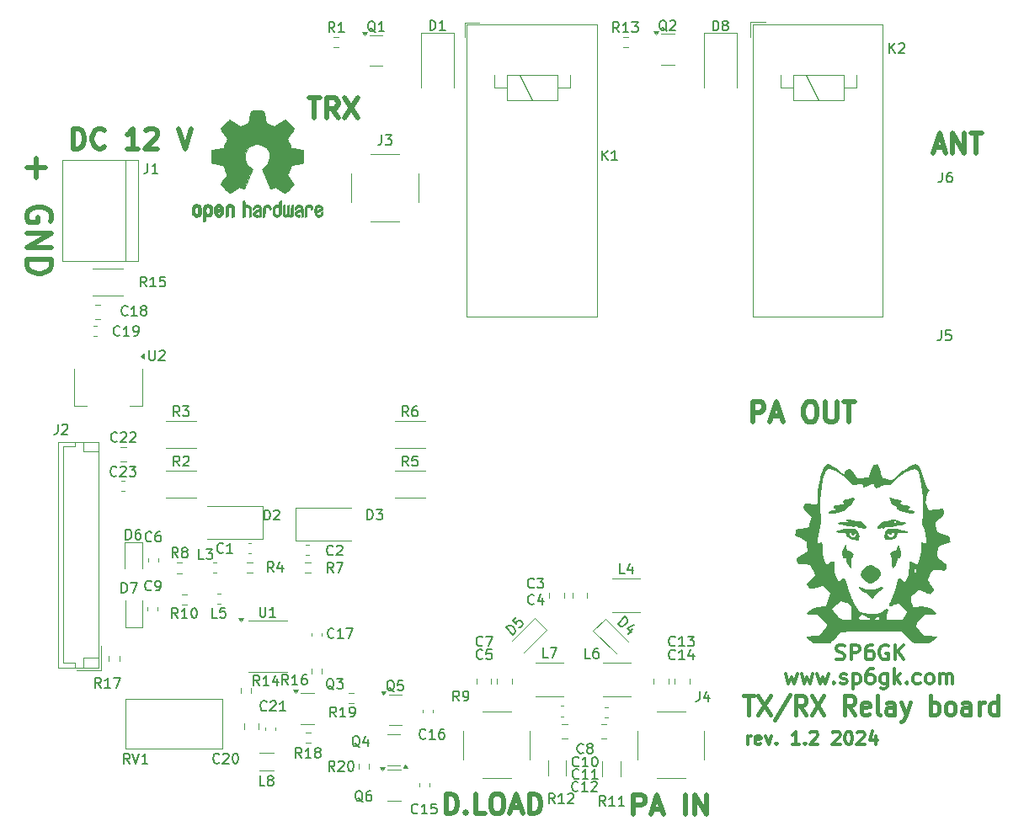
<source format=gbr>
%TF.GenerationSoftware,KiCad,Pcbnew,8.0.4-8.0.4-0~ubuntu22.04.1*%
%TF.CreationDate,2024-09-05T19:34:21+02:00*%
%TF.ProjectId,TXRX_relay_board,54585258-5f72-4656-9c61-795f626f6172,rev?*%
%TF.SameCoordinates,Original*%
%TF.FileFunction,Legend,Top*%
%TF.FilePolarity,Positive*%
%FSLAX46Y46*%
G04 Gerber Fmt 4.6, Leading zero omitted, Abs format (unit mm)*
G04 Created by KiCad (PCBNEW 8.0.4-8.0.4-0~ubuntu22.04.1) date 2024-09-05 19:34:21*
%MOMM*%
%LPD*%
G01*
G04 APERTURE LIST*
%ADD10C,0.300000*%
%ADD11C,0.500000*%
%ADD12C,0.400000*%
%ADD13C,0.150000*%
%ADD14C,0.120000*%
%ADD15C,0.010000*%
%ADD16C,0.100000*%
%ADD17C,0.000000*%
G04 APERTURE END LIST*
D10*
X147107143Y-123589484D02*
X147321429Y-123660912D01*
X147321429Y-123660912D02*
X147678571Y-123660912D01*
X147678571Y-123660912D02*
X147821429Y-123589484D01*
X147821429Y-123589484D02*
X147892857Y-123518055D01*
X147892857Y-123518055D02*
X147964286Y-123375198D01*
X147964286Y-123375198D02*
X147964286Y-123232341D01*
X147964286Y-123232341D02*
X147892857Y-123089484D01*
X147892857Y-123089484D02*
X147821429Y-123018055D01*
X147821429Y-123018055D02*
X147678571Y-122946626D01*
X147678571Y-122946626D02*
X147392857Y-122875198D01*
X147392857Y-122875198D02*
X147250000Y-122803769D01*
X147250000Y-122803769D02*
X147178571Y-122732341D01*
X147178571Y-122732341D02*
X147107143Y-122589484D01*
X147107143Y-122589484D02*
X147107143Y-122446626D01*
X147107143Y-122446626D02*
X147178571Y-122303769D01*
X147178571Y-122303769D02*
X147250000Y-122232341D01*
X147250000Y-122232341D02*
X147392857Y-122160912D01*
X147392857Y-122160912D02*
X147750000Y-122160912D01*
X147750000Y-122160912D02*
X147964286Y-122232341D01*
X148607142Y-123660912D02*
X148607142Y-122160912D01*
X148607142Y-122160912D02*
X149178571Y-122160912D01*
X149178571Y-122160912D02*
X149321428Y-122232341D01*
X149321428Y-122232341D02*
X149392857Y-122303769D01*
X149392857Y-122303769D02*
X149464285Y-122446626D01*
X149464285Y-122446626D02*
X149464285Y-122660912D01*
X149464285Y-122660912D02*
X149392857Y-122803769D01*
X149392857Y-122803769D02*
X149321428Y-122875198D01*
X149321428Y-122875198D02*
X149178571Y-122946626D01*
X149178571Y-122946626D02*
X148607142Y-122946626D01*
X150750000Y-122160912D02*
X150464285Y-122160912D01*
X150464285Y-122160912D02*
X150321428Y-122232341D01*
X150321428Y-122232341D02*
X150250000Y-122303769D01*
X150250000Y-122303769D02*
X150107142Y-122518055D01*
X150107142Y-122518055D02*
X150035714Y-122803769D01*
X150035714Y-122803769D02*
X150035714Y-123375198D01*
X150035714Y-123375198D02*
X150107142Y-123518055D01*
X150107142Y-123518055D02*
X150178571Y-123589484D01*
X150178571Y-123589484D02*
X150321428Y-123660912D01*
X150321428Y-123660912D02*
X150607142Y-123660912D01*
X150607142Y-123660912D02*
X150750000Y-123589484D01*
X150750000Y-123589484D02*
X150821428Y-123518055D01*
X150821428Y-123518055D02*
X150892857Y-123375198D01*
X150892857Y-123375198D02*
X150892857Y-123018055D01*
X150892857Y-123018055D02*
X150821428Y-122875198D01*
X150821428Y-122875198D02*
X150750000Y-122803769D01*
X150750000Y-122803769D02*
X150607142Y-122732341D01*
X150607142Y-122732341D02*
X150321428Y-122732341D01*
X150321428Y-122732341D02*
X150178571Y-122803769D01*
X150178571Y-122803769D02*
X150107142Y-122875198D01*
X150107142Y-122875198D02*
X150035714Y-123018055D01*
X152321428Y-122232341D02*
X152178571Y-122160912D01*
X152178571Y-122160912D02*
X151964285Y-122160912D01*
X151964285Y-122160912D02*
X151749999Y-122232341D01*
X151749999Y-122232341D02*
X151607142Y-122375198D01*
X151607142Y-122375198D02*
X151535713Y-122518055D01*
X151535713Y-122518055D02*
X151464285Y-122803769D01*
X151464285Y-122803769D02*
X151464285Y-123018055D01*
X151464285Y-123018055D02*
X151535713Y-123303769D01*
X151535713Y-123303769D02*
X151607142Y-123446626D01*
X151607142Y-123446626D02*
X151749999Y-123589484D01*
X151749999Y-123589484D02*
X151964285Y-123660912D01*
X151964285Y-123660912D02*
X152107142Y-123660912D01*
X152107142Y-123660912D02*
X152321428Y-123589484D01*
X152321428Y-123589484D02*
X152392856Y-123518055D01*
X152392856Y-123518055D02*
X152392856Y-123018055D01*
X152392856Y-123018055D02*
X152107142Y-123018055D01*
X153035713Y-123660912D02*
X153035713Y-122160912D01*
X153892856Y-123660912D02*
X153249999Y-122803769D01*
X153892856Y-122160912D02*
X153035713Y-123018055D01*
X142035713Y-125075828D02*
X142321428Y-126075828D01*
X142321428Y-126075828D02*
X142607142Y-125361542D01*
X142607142Y-125361542D02*
X142892856Y-126075828D01*
X142892856Y-126075828D02*
X143178570Y-125075828D01*
X143607142Y-125075828D02*
X143892857Y-126075828D01*
X143892857Y-126075828D02*
X144178571Y-125361542D01*
X144178571Y-125361542D02*
X144464285Y-126075828D01*
X144464285Y-126075828D02*
X144749999Y-125075828D01*
X145178571Y-125075828D02*
X145464286Y-126075828D01*
X145464286Y-126075828D02*
X145750000Y-125361542D01*
X145750000Y-125361542D02*
X146035714Y-126075828D01*
X146035714Y-126075828D02*
X146321428Y-125075828D01*
X146892857Y-125932971D02*
X146964286Y-126004400D01*
X146964286Y-126004400D02*
X146892857Y-126075828D01*
X146892857Y-126075828D02*
X146821429Y-126004400D01*
X146821429Y-126004400D02*
X146892857Y-125932971D01*
X146892857Y-125932971D02*
X146892857Y-126075828D01*
X147535715Y-126004400D02*
X147678572Y-126075828D01*
X147678572Y-126075828D02*
X147964286Y-126075828D01*
X147964286Y-126075828D02*
X148107143Y-126004400D01*
X148107143Y-126004400D02*
X148178572Y-125861542D01*
X148178572Y-125861542D02*
X148178572Y-125790114D01*
X148178572Y-125790114D02*
X148107143Y-125647257D01*
X148107143Y-125647257D02*
X147964286Y-125575828D01*
X147964286Y-125575828D02*
X147750001Y-125575828D01*
X147750001Y-125575828D02*
X147607143Y-125504400D01*
X147607143Y-125504400D02*
X147535715Y-125361542D01*
X147535715Y-125361542D02*
X147535715Y-125290114D01*
X147535715Y-125290114D02*
X147607143Y-125147257D01*
X147607143Y-125147257D02*
X147750001Y-125075828D01*
X147750001Y-125075828D02*
X147964286Y-125075828D01*
X147964286Y-125075828D02*
X148107143Y-125147257D01*
X148821429Y-125075828D02*
X148821429Y-126575828D01*
X148821429Y-125147257D02*
X148964287Y-125075828D01*
X148964287Y-125075828D02*
X149250001Y-125075828D01*
X149250001Y-125075828D02*
X149392858Y-125147257D01*
X149392858Y-125147257D02*
X149464287Y-125218685D01*
X149464287Y-125218685D02*
X149535715Y-125361542D01*
X149535715Y-125361542D02*
X149535715Y-125790114D01*
X149535715Y-125790114D02*
X149464287Y-125932971D01*
X149464287Y-125932971D02*
X149392858Y-126004400D01*
X149392858Y-126004400D02*
X149250001Y-126075828D01*
X149250001Y-126075828D02*
X148964287Y-126075828D01*
X148964287Y-126075828D02*
X148821429Y-126004400D01*
X150821430Y-124575828D02*
X150535715Y-124575828D01*
X150535715Y-124575828D02*
X150392858Y-124647257D01*
X150392858Y-124647257D02*
X150321430Y-124718685D01*
X150321430Y-124718685D02*
X150178572Y-124932971D01*
X150178572Y-124932971D02*
X150107144Y-125218685D01*
X150107144Y-125218685D02*
X150107144Y-125790114D01*
X150107144Y-125790114D02*
X150178572Y-125932971D01*
X150178572Y-125932971D02*
X150250001Y-126004400D01*
X150250001Y-126004400D02*
X150392858Y-126075828D01*
X150392858Y-126075828D02*
X150678572Y-126075828D01*
X150678572Y-126075828D02*
X150821430Y-126004400D01*
X150821430Y-126004400D02*
X150892858Y-125932971D01*
X150892858Y-125932971D02*
X150964287Y-125790114D01*
X150964287Y-125790114D02*
X150964287Y-125432971D01*
X150964287Y-125432971D02*
X150892858Y-125290114D01*
X150892858Y-125290114D02*
X150821430Y-125218685D01*
X150821430Y-125218685D02*
X150678572Y-125147257D01*
X150678572Y-125147257D02*
X150392858Y-125147257D01*
X150392858Y-125147257D02*
X150250001Y-125218685D01*
X150250001Y-125218685D02*
X150178572Y-125290114D01*
X150178572Y-125290114D02*
X150107144Y-125432971D01*
X152250001Y-125075828D02*
X152250001Y-126290114D01*
X152250001Y-126290114D02*
X152178572Y-126432971D01*
X152178572Y-126432971D02*
X152107143Y-126504400D01*
X152107143Y-126504400D02*
X151964286Y-126575828D01*
X151964286Y-126575828D02*
X151750001Y-126575828D01*
X151750001Y-126575828D02*
X151607143Y-126504400D01*
X152250001Y-126004400D02*
X152107143Y-126075828D01*
X152107143Y-126075828D02*
X151821429Y-126075828D01*
X151821429Y-126075828D02*
X151678572Y-126004400D01*
X151678572Y-126004400D02*
X151607143Y-125932971D01*
X151607143Y-125932971D02*
X151535715Y-125790114D01*
X151535715Y-125790114D02*
X151535715Y-125361542D01*
X151535715Y-125361542D02*
X151607143Y-125218685D01*
X151607143Y-125218685D02*
X151678572Y-125147257D01*
X151678572Y-125147257D02*
X151821429Y-125075828D01*
X151821429Y-125075828D02*
X152107143Y-125075828D01*
X152107143Y-125075828D02*
X152250001Y-125147257D01*
X152964286Y-126075828D02*
X152964286Y-124575828D01*
X153107144Y-125504400D02*
X153535715Y-126075828D01*
X153535715Y-125075828D02*
X152964286Y-125647257D01*
X154178572Y-125932971D02*
X154250001Y-126004400D01*
X154250001Y-126004400D02*
X154178572Y-126075828D01*
X154178572Y-126075828D02*
X154107144Y-126004400D01*
X154107144Y-126004400D02*
X154178572Y-125932971D01*
X154178572Y-125932971D02*
X154178572Y-126075828D01*
X155535716Y-126004400D02*
X155392858Y-126075828D01*
X155392858Y-126075828D02*
X155107144Y-126075828D01*
X155107144Y-126075828D02*
X154964287Y-126004400D01*
X154964287Y-126004400D02*
X154892858Y-125932971D01*
X154892858Y-125932971D02*
X154821430Y-125790114D01*
X154821430Y-125790114D02*
X154821430Y-125361542D01*
X154821430Y-125361542D02*
X154892858Y-125218685D01*
X154892858Y-125218685D02*
X154964287Y-125147257D01*
X154964287Y-125147257D02*
X155107144Y-125075828D01*
X155107144Y-125075828D02*
X155392858Y-125075828D01*
X155392858Y-125075828D02*
X155535716Y-125147257D01*
X156392858Y-126075828D02*
X156250001Y-126004400D01*
X156250001Y-126004400D02*
X156178572Y-125932971D01*
X156178572Y-125932971D02*
X156107144Y-125790114D01*
X156107144Y-125790114D02*
X156107144Y-125361542D01*
X156107144Y-125361542D02*
X156178572Y-125218685D01*
X156178572Y-125218685D02*
X156250001Y-125147257D01*
X156250001Y-125147257D02*
X156392858Y-125075828D01*
X156392858Y-125075828D02*
X156607144Y-125075828D01*
X156607144Y-125075828D02*
X156750001Y-125147257D01*
X156750001Y-125147257D02*
X156821430Y-125218685D01*
X156821430Y-125218685D02*
X156892858Y-125361542D01*
X156892858Y-125361542D02*
X156892858Y-125790114D01*
X156892858Y-125790114D02*
X156821430Y-125932971D01*
X156821430Y-125932971D02*
X156750001Y-126004400D01*
X156750001Y-126004400D02*
X156607144Y-126075828D01*
X156607144Y-126075828D02*
X156392858Y-126075828D01*
X157535715Y-126075828D02*
X157535715Y-125075828D01*
X157535715Y-125218685D02*
X157607144Y-125147257D01*
X157607144Y-125147257D02*
X157750001Y-125075828D01*
X157750001Y-125075828D02*
X157964287Y-125075828D01*
X157964287Y-125075828D02*
X158107144Y-125147257D01*
X158107144Y-125147257D02*
X158178573Y-125290114D01*
X158178573Y-125290114D02*
X158178573Y-126075828D01*
X158178573Y-125290114D02*
X158250001Y-125147257D01*
X158250001Y-125147257D02*
X158392858Y-125075828D01*
X158392858Y-125075828D02*
X158607144Y-125075828D01*
X158607144Y-125075828D02*
X158750001Y-125147257D01*
X158750001Y-125147257D02*
X158821430Y-125290114D01*
X158821430Y-125290114D02*
X158821430Y-126075828D01*
D11*
X70390475Y-72279238D02*
X70390475Y-70279238D01*
X70390475Y-70279238D02*
X70866665Y-70279238D01*
X70866665Y-70279238D02*
X71152380Y-70374476D01*
X71152380Y-70374476D02*
X71342856Y-70564952D01*
X71342856Y-70564952D02*
X71438094Y-70755428D01*
X71438094Y-70755428D02*
X71533332Y-71136380D01*
X71533332Y-71136380D02*
X71533332Y-71422095D01*
X71533332Y-71422095D02*
X71438094Y-71803047D01*
X71438094Y-71803047D02*
X71342856Y-71993523D01*
X71342856Y-71993523D02*
X71152380Y-72184000D01*
X71152380Y-72184000D02*
X70866665Y-72279238D01*
X70866665Y-72279238D02*
X70390475Y-72279238D01*
X73533332Y-72088761D02*
X73438094Y-72184000D01*
X73438094Y-72184000D02*
X73152380Y-72279238D01*
X73152380Y-72279238D02*
X72961904Y-72279238D01*
X72961904Y-72279238D02*
X72676189Y-72184000D01*
X72676189Y-72184000D02*
X72485713Y-71993523D01*
X72485713Y-71993523D02*
X72390475Y-71803047D01*
X72390475Y-71803047D02*
X72295237Y-71422095D01*
X72295237Y-71422095D02*
X72295237Y-71136380D01*
X72295237Y-71136380D02*
X72390475Y-70755428D01*
X72390475Y-70755428D02*
X72485713Y-70564952D01*
X72485713Y-70564952D02*
X72676189Y-70374476D01*
X72676189Y-70374476D02*
X72961904Y-70279238D01*
X72961904Y-70279238D02*
X73152380Y-70279238D01*
X73152380Y-70279238D02*
X73438094Y-70374476D01*
X73438094Y-70374476D02*
X73533332Y-70469714D01*
X76961904Y-72279238D02*
X75819047Y-72279238D01*
X76390475Y-72279238D02*
X76390475Y-70279238D01*
X76390475Y-70279238D02*
X76199999Y-70564952D01*
X76199999Y-70564952D02*
X76009523Y-70755428D01*
X76009523Y-70755428D02*
X75819047Y-70850666D01*
X77723809Y-70469714D02*
X77819047Y-70374476D01*
X77819047Y-70374476D02*
X78009523Y-70279238D01*
X78009523Y-70279238D02*
X78485714Y-70279238D01*
X78485714Y-70279238D02*
X78676190Y-70374476D01*
X78676190Y-70374476D02*
X78771428Y-70469714D01*
X78771428Y-70469714D02*
X78866666Y-70660190D01*
X78866666Y-70660190D02*
X78866666Y-70850666D01*
X78866666Y-70850666D02*
X78771428Y-71136380D01*
X78771428Y-71136380D02*
X77628571Y-72279238D01*
X77628571Y-72279238D02*
X78866666Y-72279238D01*
X80961905Y-70279238D02*
X81628571Y-72279238D01*
X81628571Y-72279238D02*
X82295238Y-70279238D01*
X138699999Y-99729238D02*
X138699999Y-97729238D01*
X138699999Y-97729238D02*
X139461904Y-97729238D01*
X139461904Y-97729238D02*
X139652380Y-97824476D01*
X139652380Y-97824476D02*
X139747618Y-97919714D01*
X139747618Y-97919714D02*
X139842856Y-98110190D01*
X139842856Y-98110190D02*
X139842856Y-98395904D01*
X139842856Y-98395904D02*
X139747618Y-98586380D01*
X139747618Y-98586380D02*
X139652380Y-98681619D01*
X139652380Y-98681619D02*
X139461904Y-98776857D01*
X139461904Y-98776857D02*
X138699999Y-98776857D01*
X140604761Y-99157809D02*
X141557142Y-99157809D01*
X140414285Y-99729238D02*
X141080951Y-97729238D01*
X141080951Y-97729238D02*
X141747618Y-99729238D01*
X144319047Y-97729238D02*
X144700000Y-97729238D01*
X144700000Y-97729238D02*
X144890476Y-97824476D01*
X144890476Y-97824476D02*
X145080952Y-98014952D01*
X145080952Y-98014952D02*
X145176190Y-98395904D01*
X145176190Y-98395904D02*
X145176190Y-99062571D01*
X145176190Y-99062571D02*
X145080952Y-99443523D01*
X145080952Y-99443523D02*
X144890476Y-99634000D01*
X144890476Y-99634000D02*
X144700000Y-99729238D01*
X144700000Y-99729238D02*
X144319047Y-99729238D01*
X144319047Y-99729238D02*
X144128571Y-99634000D01*
X144128571Y-99634000D02*
X143938095Y-99443523D01*
X143938095Y-99443523D02*
X143842857Y-99062571D01*
X143842857Y-99062571D02*
X143842857Y-98395904D01*
X143842857Y-98395904D02*
X143938095Y-98014952D01*
X143938095Y-98014952D02*
X144128571Y-97824476D01*
X144128571Y-97824476D02*
X144319047Y-97729238D01*
X146033333Y-97729238D02*
X146033333Y-99348285D01*
X146033333Y-99348285D02*
X146128571Y-99538761D01*
X146128571Y-99538761D02*
X146223809Y-99634000D01*
X146223809Y-99634000D02*
X146414285Y-99729238D01*
X146414285Y-99729238D02*
X146795238Y-99729238D01*
X146795238Y-99729238D02*
X146985714Y-99634000D01*
X146985714Y-99634000D02*
X147080952Y-99538761D01*
X147080952Y-99538761D02*
X147176190Y-99348285D01*
X147176190Y-99348285D02*
X147176190Y-97729238D01*
X147842857Y-97729238D02*
X148985714Y-97729238D01*
X148414285Y-99729238D02*
X148414285Y-97729238D01*
X94076190Y-67179238D02*
X95219047Y-67179238D01*
X94647618Y-69179238D02*
X94647618Y-67179238D01*
X97028571Y-69179238D02*
X96361904Y-68226857D01*
X95885714Y-69179238D02*
X95885714Y-67179238D01*
X95885714Y-67179238D02*
X96647619Y-67179238D01*
X96647619Y-67179238D02*
X96838095Y-67274476D01*
X96838095Y-67274476D02*
X96933333Y-67369714D01*
X96933333Y-67369714D02*
X97028571Y-67560190D01*
X97028571Y-67560190D02*
X97028571Y-67845904D01*
X97028571Y-67845904D02*
X96933333Y-68036380D01*
X96933333Y-68036380D02*
X96838095Y-68131619D01*
X96838095Y-68131619D02*
X96647619Y-68226857D01*
X96647619Y-68226857D02*
X95885714Y-68226857D01*
X97695238Y-67179238D02*
X99028571Y-69179238D01*
X99028571Y-67179238D02*
X97695238Y-69179238D01*
X126733333Y-139229238D02*
X126733333Y-137229238D01*
X126733333Y-137229238D02*
X127495238Y-137229238D01*
X127495238Y-137229238D02*
X127685714Y-137324476D01*
X127685714Y-137324476D02*
X127780952Y-137419714D01*
X127780952Y-137419714D02*
X127876190Y-137610190D01*
X127876190Y-137610190D02*
X127876190Y-137895904D01*
X127876190Y-137895904D02*
X127780952Y-138086380D01*
X127780952Y-138086380D02*
X127685714Y-138181619D01*
X127685714Y-138181619D02*
X127495238Y-138276857D01*
X127495238Y-138276857D02*
X126733333Y-138276857D01*
X128638095Y-138657809D02*
X129590476Y-138657809D01*
X128447619Y-139229238D02*
X129114285Y-137229238D01*
X129114285Y-137229238D02*
X129780952Y-139229238D01*
X131971429Y-139229238D02*
X131971429Y-137229238D01*
X132923810Y-139229238D02*
X132923810Y-137229238D01*
X132923810Y-137229238D02*
X134066667Y-139229238D01*
X134066667Y-139229238D02*
X134066667Y-137229238D01*
X66689333Y-73254314D02*
X66689333Y-75159076D01*
X65736952Y-74206695D02*
X67641714Y-74206695D01*
X68117904Y-79563837D02*
X68236952Y-79325742D01*
X68236952Y-79325742D02*
X68236952Y-78968599D01*
X68236952Y-78968599D02*
X68117904Y-78611456D01*
X68117904Y-78611456D02*
X67879809Y-78373361D01*
X67879809Y-78373361D02*
X67641714Y-78254314D01*
X67641714Y-78254314D02*
X67165523Y-78135266D01*
X67165523Y-78135266D02*
X66808380Y-78135266D01*
X66808380Y-78135266D02*
X66332190Y-78254314D01*
X66332190Y-78254314D02*
X66094095Y-78373361D01*
X66094095Y-78373361D02*
X65856000Y-78611456D01*
X65856000Y-78611456D02*
X65736952Y-78968599D01*
X65736952Y-78968599D02*
X65736952Y-79206695D01*
X65736952Y-79206695D02*
X65856000Y-79563837D01*
X65856000Y-79563837D02*
X65975047Y-79682885D01*
X65975047Y-79682885D02*
X66808380Y-79682885D01*
X66808380Y-79682885D02*
X66808380Y-79206695D01*
X65736952Y-80754314D02*
X68236952Y-80754314D01*
X68236952Y-80754314D02*
X65736952Y-82182885D01*
X65736952Y-82182885D02*
X68236952Y-82182885D01*
X65736952Y-83373362D02*
X68236952Y-83373362D01*
X68236952Y-83373362D02*
X68236952Y-83968600D01*
X68236952Y-83968600D02*
X68117904Y-84325743D01*
X68117904Y-84325743D02*
X67879809Y-84563838D01*
X67879809Y-84563838D02*
X67641714Y-84682885D01*
X67641714Y-84682885D02*
X67165523Y-84801933D01*
X67165523Y-84801933D02*
X66808380Y-84801933D01*
X66808380Y-84801933D02*
X66332190Y-84682885D01*
X66332190Y-84682885D02*
X66094095Y-84563838D01*
X66094095Y-84563838D02*
X65856000Y-84325743D01*
X65856000Y-84325743D02*
X65736952Y-83968600D01*
X65736952Y-83968600D02*
X65736952Y-83373362D01*
D12*
X137809585Y-127234438D02*
X138838157Y-127234438D01*
X138323871Y-129234438D02*
X138323871Y-127234438D01*
X139266728Y-127234438D02*
X140466728Y-129234438D01*
X140466728Y-127234438D02*
X139266728Y-129234438D01*
X142438157Y-127139200D02*
X140895300Y-129710628D01*
X144066728Y-129234438D02*
X143466728Y-128282057D01*
X143038157Y-129234438D02*
X143038157Y-127234438D01*
X143038157Y-127234438D02*
X143723871Y-127234438D01*
X143723871Y-127234438D02*
X143895300Y-127329676D01*
X143895300Y-127329676D02*
X143981014Y-127424914D01*
X143981014Y-127424914D02*
X144066728Y-127615390D01*
X144066728Y-127615390D02*
X144066728Y-127901104D01*
X144066728Y-127901104D02*
X143981014Y-128091580D01*
X143981014Y-128091580D02*
X143895300Y-128186819D01*
X143895300Y-128186819D02*
X143723871Y-128282057D01*
X143723871Y-128282057D02*
X143038157Y-128282057D01*
X144666728Y-127234438D02*
X145866728Y-129234438D01*
X145866728Y-127234438D02*
X144666728Y-129234438D01*
X148952443Y-129234438D02*
X148352443Y-128282057D01*
X147923872Y-129234438D02*
X147923872Y-127234438D01*
X147923872Y-127234438D02*
X148609586Y-127234438D01*
X148609586Y-127234438D02*
X148781015Y-127329676D01*
X148781015Y-127329676D02*
X148866729Y-127424914D01*
X148866729Y-127424914D02*
X148952443Y-127615390D01*
X148952443Y-127615390D02*
X148952443Y-127901104D01*
X148952443Y-127901104D02*
X148866729Y-128091580D01*
X148866729Y-128091580D02*
X148781015Y-128186819D01*
X148781015Y-128186819D02*
X148609586Y-128282057D01*
X148609586Y-128282057D02*
X147923872Y-128282057D01*
X150409586Y-129139200D02*
X150238158Y-129234438D01*
X150238158Y-129234438D02*
X149895301Y-129234438D01*
X149895301Y-129234438D02*
X149723872Y-129139200D01*
X149723872Y-129139200D02*
X149638158Y-128948723D01*
X149638158Y-128948723D02*
X149638158Y-128186819D01*
X149638158Y-128186819D02*
X149723872Y-127996342D01*
X149723872Y-127996342D02*
X149895301Y-127901104D01*
X149895301Y-127901104D02*
X150238158Y-127901104D01*
X150238158Y-127901104D02*
X150409586Y-127996342D01*
X150409586Y-127996342D02*
X150495301Y-128186819D01*
X150495301Y-128186819D02*
X150495301Y-128377295D01*
X150495301Y-128377295D02*
X149638158Y-128567771D01*
X151523872Y-129234438D02*
X151352443Y-129139200D01*
X151352443Y-129139200D02*
X151266729Y-128948723D01*
X151266729Y-128948723D02*
X151266729Y-127234438D01*
X152981015Y-129234438D02*
X152981015Y-128186819D01*
X152981015Y-128186819D02*
X152895300Y-127996342D01*
X152895300Y-127996342D02*
X152723872Y-127901104D01*
X152723872Y-127901104D02*
X152381015Y-127901104D01*
X152381015Y-127901104D02*
X152209586Y-127996342D01*
X152981015Y-129139200D02*
X152809586Y-129234438D01*
X152809586Y-129234438D02*
X152381015Y-129234438D01*
X152381015Y-129234438D02*
X152209586Y-129139200D01*
X152209586Y-129139200D02*
X152123872Y-128948723D01*
X152123872Y-128948723D02*
X152123872Y-128758247D01*
X152123872Y-128758247D02*
X152209586Y-128567771D01*
X152209586Y-128567771D02*
X152381015Y-128472533D01*
X152381015Y-128472533D02*
X152809586Y-128472533D01*
X152809586Y-128472533D02*
X152981015Y-128377295D01*
X153666728Y-127901104D02*
X154095300Y-129234438D01*
X154523871Y-127901104D02*
X154095300Y-129234438D01*
X154095300Y-129234438D02*
X153923871Y-129710628D01*
X153923871Y-129710628D02*
X153838157Y-129805866D01*
X153838157Y-129805866D02*
X153666728Y-129901104D01*
X156581015Y-129234438D02*
X156581015Y-127234438D01*
X156581015Y-127996342D02*
X156752444Y-127901104D01*
X156752444Y-127901104D02*
X157095301Y-127901104D01*
X157095301Y-127901104D02*
X157266729Y-127996342D01*
X157266729Y-127996342D02*
X157352444Y-128091580D01*
X157352444Y-128091580D02*
X157438158Y-128282057D01*
X157438158Y-128282057D02*
X157438158Y-128853485D01*
X157438158Y-128853485D02*
X157352444Y-129043961D01*
X157352444Y-129043961D02*
X157266729Y-129139200D01*
X157266729Y-129139200D02*
X157095301Y-129234438D01*
X157095301Y-129234438D02*
X156752444Y-129234438D01*
X156752444Y-129234438D02*
X156581015Y-129139200D01*
X158466729Y-129234438D02*
X158295300Y-129139200D01*
X158295300Y-129139200D02*
X158209586Y-129043961D01*
X158209586Y-129043961D02*
X158123872Y-128853485D01*
X158123872Y-128853485D02*
X158123872Y-128282057D01*
X158123872Y-128282057D02*
X158209586Y-128091580D01*
X158209586Y-128091580D02*
X158295300Y-127996342D01*
X158295300Y-127996342D02*
X158466729Y-127901104D01*
X158466729Y-127901104D02*
X158723872Y-127901104D01*
X158723872Y-127901104D02*
X158895300Y-127996342D01*
X158895300Y-127996342D02*
X158981015Y-128091580D01*
X158981015Y-128091580D02*
X159066729Y-128282057D01*
X159066729Y-128282057D02*
X159066729Y-128853485D01*
X159066729Y-128853485D02*
X158981015Y-129043961D01*
X158981015Y-129043961D02*
X158895300Y-129139200D01*
X158895300Y-129139200D02*
X158723872Y-129234438D01*
X158723872Y-129234438D02*
X158466729Y-129234438D01*
X160609586Y-129234438D02*
X160609586Y-128186819D01*
X160609586Y-128186819D02*
X160523871Y-127996342D01*
X160523871Y-127996342D02*
X160352443Y-127901104D01*
X160352443Y-127901104D02*
X160009586Y-127901104D01*
X160009586Y-127901104D02*
X159838157Y-127996342D01*
X160609586Y-129139200D02*
X160438157Y-129234438D01*
X160438157Y-129234438D02*
X160009586Y-129234438D01*
X160009586Y-129234438D02*
X159838157Y-129139200D01*
X159838157Y-129139200D02*
X159752443Y-128948723D01*
X159752443Y-128948723D02*
X159752443Y-128758247D01*
X159752443Y-128758247D02*
X159838157Y-128567771D01*
X159838157Y-128567771D02*
X160009586Y-128472533D01*
X160009586Y-128472533D02*
X160438157Y-128472533D01*
X160438157Y-128472533D02*
X160609586Y-128377295D01*
X161466728Y-129234438D02*
X161466728Y-127901104D01*
X161466728Y-128282057D02*
X161552442Y-128091580D01*
X161552442Y-128091580D02*
X161638157Y-127996342D01*
X161638157Y-127996342D02*
X161809585Y-127901104D01*
X161809585Y-127901104D02*
X161981014Y-127901104D01*
X163352443Y-129234438D02*
X163352443Y-127234438D01*
X163352443Y-129139200D02*
X163181014Y-129234438D01*
X163181014Y-129234438D02*
X162838157Y-129234438D01*
X162838157Y-129234438D02*
X162666728Y-129139200D01*
X162666728Y-129139200D02*
X162581014Y-129043961D01*
X162581014Y-129043961D02*
X162495300Y-128853485D01*
X162495300Y-128853485D02*
X162495300Y-128282057D01*
X162495300Y-128282057D02*
X162581014Y-128091580D01*
X162581014Y-128091580D02*
X162666728Y-127996342D01*
X162666728Y-127996342D02*
X162838157Y-127901104D01*
X162838157Y-127901104D02*
X163181014Y-127901104D01*
X163181014Y-127901104D02*
X163352443Y-127996342D01*
D10*
X138206891Y-132175304D02*
X138206891Y-131308638D01*
X138206891Y-131556257D02*
X138268796Y-131432447D01*
X138268796Y-131432447D02*
X138330701Y-131370542D01*
X138330701Y-131370542D02*
X138454510Y-131308638D01*
X138454510Y-131308638D02*
X138578320Y-131308638D01*
X139506891Y-132113400D02*
X139383082Y-132175304D01*
X139383082Y-132175304D02*
X139135463Y-132175304D01*
X139135463Y-132175304D02*
X139011653Y-132113400D01*
X139011653Y-132113400D02*
X138949749Y-131989590D01*
X138949749Y-131989590D02*
X138949749Y-131494352D01*
X138949749Y-131494352D02*
X139011653Y-131370542D01*
X139011653Y-131370542D02*
X139135463Y-131308638D01*
X139135463Y-131308638D02*
X139383082Y-131308638D01*
X139383082Y-131308638D02*
X139506891Y-131370542D01*
X139506891Y-131370542D02*
X139568796Y-131494352D01*
X139568796Y-131494352D02*
X139568796Y-131618161D01*
X139568796Y-131618161D02*
X138949749Y-131741971D01*
X140002130Y-131308638D02*
X140311654Y-132175304D01*
X140311654Y-132175304D02*
X140621177Y-131308638D01*
X141116415Y-132051495D02*
X141178320Y-132113400D01*
X141178320Y-132113400D02*
X141116415Y-132175304D01*
X141116415Y-132175304D02*
X141054511Y-132113400D01*
X141054511Y-132113400D02*
X141116415Y-132051495D01*
X141116415Y-132051495D02*
X141116415Y-132175304D01*
X143406892Y-132175304D02*
X142664035Y-132175304D01*
X143035463Y-132175304D02*
X143035463Y-130875304D01*
X143035463Y-130875304D02*
X142911654Y-131061019D01*
X142911654Y-131061019D02*
X142787844Y-131184828D01*
X142787844Y-131184828D02*
X142664035Y-131246733D01*
X143964034Y-132051495D02*
X144025939Y-132113400D01*
X144025939Y-132113400D02*
X143964034Y-132175304D01*
X143964034Y-132175304D02*
X143902130Y-132113400D01*
X143902130Y-132113400D02*
X143964034Y-132051495D01*
X143964034Y-132051495D02*
X143964034Y-132175304D01*
X144521178Y-130999114D02*
X144583082Y-130937209D01*
X144583082Y-130937209D02*
X144706892Y-130875304D01*
X144706892Y-130875304D02*
X145016416Y-130875304D01*
X145016416Y-130875304D02*
X145140225Y-130937209D01*
X145140225Y-130937209D02*
X145202130Y-130999114D01*
X145202130Y-130999114D02*
X145264035Y-131122923D01*
X145264035Y-131122923D02*
X145264035Y-131246733D01*
X145264035Y-131246733D02*
X145202130Y-131432447D01*
X145202130Y-131432447D02*
X144459273Y-132175304D01*
X144459273Y-132175304D02*
X145264035Y-132175304D01*
X146749749Y-130999114D02*
X146811653Y-130937209D01*
X146811653Y-130937209D02*
X146935463Y-130875304D01*
X146935463Y-130875304D02*
X147244987Y-130875304D01*
X147244987Y-130875304D02*
X147368796Y-130937209D01*
X147368796Y-130937209D02*
X147430701Y-130999114D01*
X147430701Y-130999114D02*
X147492606Y-131122923D01*
X147492606Y-131122923D02*
X147492606Y-131246733D01*
X147492606Y-131246733D02*
X147430701Y-131432447D01*
X147430701Y-131432447D02*
X146687844Y-132175304D01*
X146687844Y-132175304D02*
X147492606Y-132175304D01*
X148297367Y-130875304D02*
X148421177Y-130875304D01*
X148421177Y-130875304D02*
X148544986Y-130937209D01*
X148544986Y-130937209D02*
X148606891Y-130999114D01*
X148606891Y-130999114D02*
X148668796Y-131122923D01*
X148668796Y-131122923D02*
X148730701Y-131370542D01*
X148730701Y-131370542D02*
X148730701Y-131680066D01*
X148730701Y-131680066D02*
X148668796Y-131927685D01*
X148668796Y-131927685D02*
X148606891Y-132051495D01*
X148606891Y-132051495D02*
X148544986Y-132113400D01*
X148544986Y-132113400D02*
X148421177Y-132175304D01*
X148421177Y-132175304D02*
X148297367Y-132175304D01*
X148297367Y-132175304D02*
X148173558Y-132113400D01*
X148173558Y-132113400D02*
X148111653Y-132051495D01*
X148111653Y-132051495D02*
X148049748Y-131927685D01*
X148049748Y-131927685D02*
X147987844Y-131680066D01*
X147987844Y-131680066D02*
X147987844Y-131370542D01*
X147987844Y-131370542D02*
X148049748Y-131122923D01*
X148049748Y-131122923D02*
X148111653Y-130999114D01*
X148111653Y-130999114D02*
X148173558Y-130937209D01*
X148173558Y-130937209D02*
X148297367Y-130875304D01*
X149225939Y-130999114D02*
X149287843Y-130937209D01*
X149287843Y-130937209D02*
X149411653Y-130875304D01*
X149411653Y-130875304D02*
X149721177Y-130875304D01*
X149721177Y-130875304D02*
X149844986Y-130937209D01*
X149844986Y-130937209D02*
X149906891Y-130999114D01*
X149906891Y-130999114D02*
X149968796Y-131122923D01*
X149968796Y-131122923D02*
X149968796Y-131246733D01*
X149968796Y-131246733D02*
X149906891Y-131432447D01*
X149906891Y-131432447D02*
X149164034Y-132175304D01*
X149164034Y-132175304D02*
X149968796Y-132175304D01*
X151083081Y-131308638D02*
X151083081Y-132175304D01*
X150773557Y-130813400D02*
X150464034Y-131741971D01*
X150464034Y-131741971D02*
X151268795Y-131741971D01*
D11*
X107885714Y-139129238D02*
X107885714Y-137129238D01*
X107885714Y-137129238D02*
X108361904Y-137129238D01*
X108361904Y-137129238D02*
X108647619Y-137224476D01*
X108647619Y-137224476D02*
X108838095Y-137414952D01*
X108838095Y-137414952D02*
X108933333Y-137605428D01*
X108933333Y-137605428D02*
X109028571Y-137986380D01*
X109028571Y-137986380D02*
X109028571Y-138272095D01*
X109028571Y-138272095D02*
X108933333Y-138653047D01*
X108933333Y-138653047D02*
X108838095Y-138843523D01*
X108838095Y-138843523D02*
X108647619Y-139034000D01*
X108647619Y-139034000D02*
X108361904Y-139129238D01*
X108361904Y-139129238D02*
X107885714Y-139129238D01*
X109885714Y-138938761D02*
X109980952Y-139034000D01*
X109980952Y-139034000D02*
X109885714Y-139129238D01*
X109885714Y-139129238D02*
X109790476Y-139034000D01*
X109790476Y-139034000D02*
X109885714Y-138938761D01*
X109885714Y-138938761D02*
X109885714Y-139129238D01*
X111790476Y-139129238D02*
X110838095Y-139129238D01*
X110838095Y-139129238D02*
X110838095Y-137129238D01*
X112838095Y-137129238D02*
X113219048Y-137129238D01*
X113219048Y-137129238D02*
X113409524Y-137224476D01*
X113409524Y-137224476D02*
X113600000Y-137414952D01*
X113600000Y-137414952D02*
X113695238Y-137795904D01*
X113695238Y-137795904D02*
X113695238Y-138462571D01*
X113695238Y-138462571D02*
X113600000Y-138843523D01*
X113600000Y-138843523D02*
X113409524Y-139034000D01*
X113409524Y-139034000D02*
X113219048Y-139129238D01*
X113219048Y-139129238D02*
X112838095Y-139129238D01*
X112838095Y-139129238D02*
X112647619Y-139034000D01*
X112647619Y-139034000D02*
X112457143Y-138843523D01*
X112457143Y-138843523D02*
X112361905Y-138462571D01*
X112361905Y-138462571D02*
X112361905Y-137795904D01*
X112361905Y-137795904D02*
X112457143Y-137414952D01*
X112457143Y-137414952D02*
X112647619Y-137224476D01*
X112647619Y-137224476D02*
X112838095Y-137129238D01*
X114457143Y-138557809D02*
X115409524Y-138557809D01*
X114266667Y-139129238D02*
X114933333Y-137129238D01*
X114933333Y-137129238D02*
X115600000Y-139129238D01*
X116266667Y-139129238D02*
X116266667Y-137129238D01*
X116266667Y-137129238D02*
X116742857Y-137129238D01*
X116742857Y-137129238D02*
X117028572Y-137224476D01*
X117028572Y-137224476D02*
X117219048Y-137414952D01*
X117219048Y-137414952D02*
X117314286Y-137605428D01*
X117314286Y-137605428D02*
X117409524Y-137986380D01*
X117409524Y-137986380D02*
X117409524Y-138272095D01*
X117409524Y-138272095D02*
X117314286Y-138653047D01*
X117314286Y-138653047D02*
X117219048Y-138843523D01*
X117219048Y-138843523D02*
X117028572Y-139034000D01*
X117028572Y-139034000D02*
X116742857Y-139129238D01*
X116742857Y-139129238D02*
X116266667Y-139129238D01*
X157014285Y-72157809D02*
X157966666Y-72157809D01*
X156823809Y-72729238D02*
X157490475Y-70729238D01*
X157490475Y-70729238D02*
X158157142Y-72729238D01*
X158823809Y-72729238D02*
X158823809Y-70729238D01*
X158823809Y-70729238D02*
X159966666Y-72729238D01*
X159966666Y-72729238D02*
X159966666Y-70729238D01*
X160633333Y-70729238D02*
X161776190Y-70729238D01*
X161204761Y-72729238D02*
X161204761Y-70729238D01*
D13*
X89163095Y-118349819D02*
X89163095Y-119159342D01*
X89163095Y-119159342D02*
X89210714Y-119254580D01*
X89210714Y-119254580D02*
X89258333Y-119302200D01*
X89258333Y-119302200D02*
X89353571Y-119349819D01*
X89353571Y-119349819D02*
X89544047Y-119349819D01*
X89544047Y-119349819D02*
X89639285Y-119302200D01*
X89639285Y-119302200D02*
X89686904Y-119254580D01*
X89686904Y-119254580D02*
X89734523Y-119159342D01*
X89734523Y-119159342D02*
X89734523Y-118349819D01*
X90734523Y-119349819D02*
X90163095Y-119349819D01*
X90448809Y-119349819D02*
X90448809Y-118349819D01*
X90448809Y-118349819D02*
X90353571Y-118492676D01*
X90353571Y-118492676D02*
X90258333Y-118587914D01*
X90258333Y-118587914D02*
X90163095Y-118635533D01*
X78038095Y-92554819D02*
X78038095Y-93364342D01*
X78038095Y-93364342D02*
X78085714Y-93459580D01*
X78085714Y-93459580D02*
X78133333Y-93507200D01*
X78133333Y-93507200D02*
X78228571Y-93554819D01*
X78228571Y-93554819D02*
X78419047Y-93554819D01*
X78419047Y-93554819D02*
X78514285Y-93507200D01*
X78514285Y-93507200D02*
X78561904Y-93459580D01*
X78561904Y-93459580D02*
X78609523Y-93364342D01*
X78609523Y-93364342D02*
X78609523Y-92554819D01*
X79038095Y-92650057D02*
X79085714Y-92602438D01*
X79085714Y-92602438D02*
X79180952Y-92554819D01*
X79180952Y-92554819D02*
X79419047Y-92554819D01*
X79419047Y-92554819D02*
X79514285Y-92602438D01*
X79514285Y-92602438D02*
X79561904Y-92650057D01*
X79561904Y-92650057D02*
X79609523Y-92745295D01*
X79609523Y-92745295D02*
X79609523Y-92840533D01*
X79609523Y-92840533D02*
X79561904Y-92983390D01*
X79561904Y-92983390D02*
X78990476Y-93554819D01*
X78990476Y-93554819D02*
X79609523Y-93554819D01*
X96604761Y-126650057D02*
X96509523Y-126602438D01*
X96509523Y-126602438D02*
X96414285Y-126507200D01*
X96414285Y-126507200D02*
X96271428Y-126364342D01*
X96271428Y-126364342D02*
X96176190Y-126316723D01*
X96176190Y-126316723D02*
X96080952Y-126316723D01*
X96128571Y-126554819D02*
X96033333Y-126507200D01*
X96033333Y-126507200D02*
X95938095Y-126411961D01*
X95938095Y-126411961D02*
X95890476Y-126221485D01*
X95890476Y-126221485D02*
X95890476Y-125888152D01*
X95890476Y-125888152D02*
X95938095Y-125697676D01*
X95938095Y-125697676D02*
X96033333Y-125602438D01*
X96033333Y-125602438D02*
X96128571Y-125554819D01*
X96128571Y-125554819D02*
X96319047Y-125554819D01*
X96319047Y-125554819D02*
X96414285Y-125602438D01*
X96414285Y-125602438D02*
X96509523Y-125697676D01*
X96509523Y-125697676D02*
X96557142Y-125888152D01*
X96557142Y-125888152D02*
X96557142Y-126221485D01*
X96557142Y-126221485D02*
X96509523Y-126411961D01*
X96509523Y-126411961D02*
X96414285Y-126507200D01*
X96414285Y-126507200D02*
X96319047Y-126554819D01*
X96319047Y-126554819D02*
X96128571Y-126554819D01*
X96890476Y-125554819D02*
X97509523Y-125554819D01*
X97509523Y-125554819D02*
X97176190Y-125935771D01*
X97176190Y-125935771D02*
X97319047Y-125935771D01*
X97319047Y-125935771D02*
X97414285Y-125983390D01*
X97414285Y-125983390D02*
X97461904Y-126031009D01*
X97461904Y-126031009D02*
X97509523Y-126126247D01*
X97509523Y-126126247D02*
X97509523Y-126364342D01*
X97509523Y-126364342D02*
X97461904Y-126459580D01*
X97461904Y-126459580D02*
X97414285Y-126507200D01*
X97414285Y-126507200D02*
X97319047Y-126554819D01*
X97319047Y-126554819D02*
X97033333Y-126554819D01*
X97033333Y-126554819D02*
X96938095Y-126507200D01*
X96938095Y-126507200D02*
X96890476Y-126459580D01*
X102667261Y-126850057D02*
X102572023Y-126802438D01*
X102572023Y-126802438D02*
X102476785Y-126707200D01*
X102476785Y-126707200D02*
X102333928Y-126564342D01*
X102333928Y-126564342D02*
X102238690Y-126516723D01*
X102238690Y-126516723D02*
X102143452Y-126516723D01*
X102191071Y-126754819D02*
X102095833Y-126707200D01*
X102095833Y-126707200D02*
X102000595Y-126611961D01*
X102000595Y-126611961D02*
X101952976Y-126421485D01*
X101952976Y-126421485D02*
X101952976Y-126088152D01*
X101952976Y-126088152D02*
X102000595Y-125897676D01*
X102000595Y-125897676D02*
X102095833Y-125802438D01*
X102095833Y-125802438D02*
X102191071Y-125754819D01*
X102191071Y-125754819D02*
X102381547Y-125754819D01*
X102381547Y-125754819D02*
X102476785Y-125802438D01*
X102476785Y-125802438D02*
X102572023Y-125897676D01*
X102572023Y-125897676D02*
X102619642Y-126088152D01*
X102619642Y-126088152D02*
X102619642Y-126421485D01*
X102619642Y-126421485D02*
X102572023Y-126611961D01*
X102572023Y-126611961D02*
X102476785Y-126707200D01*
X102476785Y-126707200D02*
X102381547Y-126754819D01*
X102381547Y-126754819D02*
X102191071Y-126754819D01*
X103524404Y-125754819D02*
X103048214Y-125754819D01*
X103048214Y-125754819D02*
X103000595Y-126231009D01*
X103000595Y-126231009D02*
X103048214Y-126183390D01*
X103048214Y-126183390D02*
X103143452Y-126135771D01*
X103143452Y-126135771D02*
X103381547Y-126135771D01*
X103381547Y-126135771D02*
X103476785Y-126183390D01*
X103476785Y-126183390D02*
X103524404Y-126231009D01*
X103524404Y-126231009D02*
X103572023Y-126326247D01*
X103572023Y-126326247D02*
X103572023Y-126564342D01*
X103572023Y-126564342D02*
X103524404Y-126659580D01*
X103524404Y-126659580D02*
X103476785Y-126707200D01*
X103476785Y-126707200D02*
X103381547Y-126754819D01*
X103381547Y-126754819D02*
X103143452Y-126754819D01*
X103143452Y-126754819D02*
X103048214Y-126707200D01*
X103048214Y-126707200D02*
X103000595Y-126659580D01*
X99504761Y-137950057D02*
X99409523Y-137902438D01*
X99409523Y-137902438D02*
X99314285Y-137807200D01*
X99314285Y-137807200D02*
X99171428Y-137664342D01*
X99171428Y-137664342D02*
X99076190Y-137616723D01*
X99076190Y-137616723D02*
X98980952Y-137616723D01*
X99028571Y-137854819D02*
X98933333Y-137807200D01*
X98933333Y-137807200D02*
X98838095Y-137711961D01*
X98838095Y-137711961D02*
X98790476Y-137521485D01*
X98790476Y-137521485D02*
X98790476Y-137188152D01*
X98790476Y-137188152D02*
X98838095Y-136997676D01*
X98838095Y-136997676D02*
X98933333Y-136902438D01*
X98933333Y-136902438D02*
X99028571Y-136854819D01*
X99028571Y-136854819D02*
X99219047Y-136854819D01*
X99219047Y-136854819D02*
X99314285Y-136902438D01*
X99314285Y-136902438D02*
X99409523Y-136997676D01*
X99409523Y-136997676D02*
X99457142Y-137188152D01*
X99457142Y-137188152D02*
X99457142Y-137521485D01*
X99457142Y-137521485D02*
X99409523Y-137711961D01*
X99409523Y-137711961D02*
X99314285Y-137807200D01*
X99314285Y-137807200D02*
X99219047Y-137854819D01*
X99219047Y-137854819D02*
X99028571Y-137854819D01*
X100314285Y-136854819D02*
X100123809Y-136854819D01*
X100123809Y-136854819D02*
X100028571Y-136902438D01*
X100028571Y-136902438D02*
X99980952Y-136950057D01*
X99980952Y-136950057D02*
X99885714Y-137092914D01*
X99885714Y-137092914D02*
X99838095Y-137283390D01*
X99838095Y-137283390D02*
X99838095Y-137664342D01*
X99838095Y-137664342D02*
X99885714Y-137759580D01*
X99885714Y-137759580D02*
X99933333Y-137807200D01*
X99933333Y-137807200D02*
X100028571Y-137854819D01*
X100028571Y-137854819D02*
X100219047Y-137854819D01*
X100219047Y-137854819D02*
X100314285Y-137807200D01*
X100314285Y-137807200D02*
X100361904Y-137759580D01*
X100361904Y-137759580D02*
X100409523Y-137664342D01*
X100409523Y-137664342D02*
X100409523Y-137426247D01*
X100409523Y-137426247D02*
X100361904Y-137331009D01*
X100361904Y-137331009D02*
X100314285Y-137283390D01*
X100314285Y-137283390D02*
X100219047Y-137235771D01*
X100219047Y-137235771D02*
X100028571Y-137235771D01*
X100028571Y-137235771D02*
X99933333Y-137283390D01*
X99933333Y-137283390D02*
X99885714Y-137331009D01*
X99885714Y-137331009D02*
X99838095Y-137426247D01*
X99204761Y-132450057D02*
X99109523Y-132402438D01*
X99109523Y-132402438D02*
X99014285Y-132307200D01*
X99014285Y-132307200D02*
X98871428Y-132164342D01*
X98871428Y-132164342D02*
X98776190Y-132116723D01*
X98776190Y-132116723D02*
X98680952Y-132116723D01*
X98728571Y-132354819D02*
X98633333Y-132307200D01*
X98633333Y-132307200D02*
X98538095Y-132211961D01*
X98538095Y-132211961D02*
X98490476Y-132021485D01*
X98490476Y-132021485D02*
X98490476Y-131688152D01*
X98490476Y-131688152D02*
X98538095Y-131497676D01*
X98538095Y-131497676D02*
X98633333Y-131402438D01*
X98633333Y-131402438D02*
X98728571Y-131354819D01*
X98728571Y-131354819D02*
X98919047Y-131354819D01*
X98919047Y-131354819D02*
X99014285Y-131402438D01*
X99014285Y-131402438D02*
X99109523Y-131497676D01*
X99109523Y-131497676D02*
X99157142Y-131688152D01*
X99157142Y-131688152D02*
X99157142Y-132021485D01*
X99157142Y-132021485D02*
X99109523Y-132211961D01*
X99109523Y-132211961D02*
X99014285Y-132307200D01*
X99014285Y-132307200D02*
X98919047Y-132354819D01*
X98919047Y-132354819D02*
X98728571Y-132354819D01*
X100014285Y-131688152D02*
X100014285Y-132354819D01*
X99776190Y-131307200D02*
X99538095Y-132021485D01*
X99538095Y-132021485D02*
X100157142Y-132021485D01*
X130067261Y-60450057D02*
X129972023Y-60402438D01*
X129972023Y-60402438D02*
X129876785Y-60307200D01*
X129876785Y-60307200D02*
X129733928Y-60164342D01*
X129733928Y-60164342D02*
X129638690Y-60116723D01*
X129638690Y-60116723D02*
X129543452Y-60116723D01*
X129591071Y-60354819D02*
X129495833Y-60307200D01*
X129495833Y-60307200D02*
X129400595Y-60211961D01*
X129400595Y-60211961D02*
X129352976Y-60021485D01*
X129352976Y-60021485D02*
X129352976Y-59688152D01*
X129352976Y-59688152D02*
X129400595Y-59497676D01*
X129400595Y-59497676D02*
X129495833Y-59402438D01*
X129495833Y-59402438D02*
X129591071Y-59354819D01*
X129591071Y-59354819D02*
X129781547Y-59354819D01*
X129781547Y-59354819D02*
X129876785Y-59402438D01*
X129876785Y-59402438D02*
X129972023Y-59497676D01*
X129972023Y-59497676D02*
X130019642Y-59688152D01*
X130019642Y-59688152D02*
X130019642Y-60021485D01*
X130019642Y-60021485D02*
X129972023Y-60211961D01*
X129972023Y-60211961D02*
X129876785Y-60307200D01*
X129876785Y-60307200D02*
X129781547Y-60354819D01*
X129781547Y-60354819D02*
X129591071Y-60354819D01*
X130400595Y-59450057D02*
X130448214Y-59402438D01*
X130448214Y-59402438D02*
X130543452Y-59354819D01*
X130543452Y-59354819D02*
X130781547Y-59354819D01*
X130781547Y-59354819D02*
X130876785Y-59402438D01*
X130876785Y-59402438D02*
X130924404Y-59450057D01*
X130924404Y-59450057D02*
X130972023Y-59545295D01*
X130972023Y-59545295D02*
X130972023Y-59640533D01*
X130972023Y-59640533D02*
X130924404Y-59783390D01*
X130924404Y-59783390D02*
X130352976Y-60354819D01*
X130352976Y-60354819D02*
X130972023Y-60354819D01*
X100767261Y-60550057D02*
X100672023Y-60502438D01*
X100672023Y-60502438D02*
X100576785Y-60407200D01*
X100576785Y-60407200D02*
X100433928Y-60264342D01*
X100433928Y-60264342D02*
X100338690Y-60216723D01*
X100338690Y-60216723D02*
X100243452Y-60216723D01*
X100291071Y-60454819D02*
X100195833Y-60407200D01*
X100195833Y-60407200D02*
X100100595Y-60311961D01*
X100100595Y-60311961D02*
X100052976Y-60121485D01*
X100052976Y-60121485D02*
X100052976Y-59788152D01*
X100052976Y-59788152D02*
X100100595Y-59597676D01*
X100100595Y-59597676D02*
X100195833Y-59502438D01*
X100195833Y-59502438D02*
X100291071Y-59454819D01*
X100291071Y-59454819D02*
X100481547Y-59454819D01*
X100481547Y-59454819D02*
X100576785Y-59502438D01*
X100576785Y-59502438D02*
X100672023Y-59597676D01*
X100672023Y-59597676D02*
X100719642Y-59788152D01*
X100719642Y-59788152D02*
X100719642Y-60121485D01*
X100719642Y-60121485D02*
X100672023Y-60311961D01*
X100672023Y-60311961D02*
X100576785Y-60407200D01*
X100576785Y-60407200D02*
X100481547Y-60454819D01*
X100481547Y-60454819D02*
X100291071Y-60454819D01*
X101672023Y-60454819D02*
X101100595Y-60454819D01*
X101386309Y-60454819D02*
X101386309Y-59454819D01*
X101386309Y-59454819D02*
X101291071Y-59597676D01*
X101291071Y-59597676D02*
X101195833Y-59692914D01*
X101195833Y-59692914D02*
X101100595Y-59740533D01*
X75690505Y-111563019D02*
X75690505Y-110563019D01*
X75690505Y-110563019D02*
X75928600Y-110563019D01*
X75928600Y-110563019D02*
X76071457Y-110610638D01*
X76071457Y-110610638D02*
X76166695Y-110705876D01*
X76166695Y-110705876D02*
X76214314Y-110801114D01*
X76214314Y-110801114D02*
X76261933Y-110991590D01*
X76261933Y-110991590D02*
X76261933Y-111134447D01*
X76261933Y-111134447D02*
X76214314Y-111324923D01*
X76214314Y-111324923D02*
X76166695Y-111420161D01*
X76166695Y-111420161D02*
X76071457Y-111515400D01*
X76071457Y-111515400D02*
X75928600Y-111563019D01*
X75928600Y-111563019D02*
X75690505Y-111563019D01*
X77119076Y-110563019D02*
X76928600Y-110563019D01*
X76928600Y-110563019D02*
X76833362Y-110610638D01*
X76833362Y-110610638D02*
X76785743Y-110658257D01*
X76785743Y-110658257D02*
X76690505Y-110801114D01*
X76690505Y-110801114D02*
X76642886Y-110991590D01*
X76642886Y-110991590D02*
X76642886Y-111372542D01*
X76642886Y-111372542D02*
X76690505Y-111467780D01*
X76690505Y-111467780D02*
X76738124Y-111515400D01*
X76738124Y-111515400D02*
X76833362Y-111563019D01*
X76833362Y-111563019D02*
X77023838Y-111563019D01*
X77023838Y-111563019D02*
X77119076Y-111515400D01*
X77119076Y-111515400D02*
X77166695Y-111467780D01*
X77166695Y-111467780D02*
X77214314Y-111372542D01*
X77214314Y-111372542D02*
X77214314Y-111134447D01*
X77214314Y-111134447D02*
X77166695Y-111039209D01*
X77166695Y-111039209D02*
X77119076Y-110991590D01*
X77119076Y-110991590D02*
X77023838Y-110943971D01*
X77023838Y-110943971D02*
X76833362Y-110943971D01*
X76833362Y-110943971D02*
X76738124Y-110991590D01*
X76738124Y-110991590D02*
X76690505Y-111039209D01*
X76690505Y-111039209D02*
X76642886Y-111134447D01*
X84847133Y-119444619D02*
X84370943Y-119444619D01*
X84370943Y-119444619D02*
X84370943Y-118444619D01*
X85656657Y-118444619D02*
X85180467Y-118444619D01*
X85180467Y-118444619D02*
X85132848Y-118920809D01*
X85132848Y-118920809D02*
X85180467Y-118873190D01*
X85180467Y-118873190D02*
X85275705Y-118825571D01*
X85275705Y-118825571D02*
X85513800Y-118825571D01*
X85513800Y-118825571D02*
X85609038Y-118873190D01*
X85609038Y-118873190D02*
X85656657Y-118920809D01*
X85656657Y-118920809D02*
X85704276Y-119016047D01*
X85704276Y-119016047D02*
X85704276Y-119254142D01*
X85704276Y-119254142D02*
X85656657Y-119349380D01*
X85656657Y-119349380D02*
X85609038Y-119397000D01*
X85609038Y-119397000D02*
X85513800Y-119444619D01*
X85513800Y-119444619D02*
X85275705Y-119444619D01*
X85275705Y-119444619D02*
X85180467Y-119397000D01*
X85180467Y-119397000D02*
X85132848Y-119349380D01*
X123561905Y-73454819D02*
X123561905Y-72454819D01*
X124133333Y-73454819D02*
X123704762Y-72883390D01*
X124133333Y-72454819D02*
X123561905Y-73026247D01*
X125085714Y-73454819D02*
X124514286Y-73454819D01*
X124800000Y-73454819D02*
X124800000Y-72454819D01*
X124800000Y-72454819D02*
X124704762Y-72597676D01*
X124704762Y-72597676D02*
X124609524Y-72692914D01*
X124609524Y-72692914D02*
X124514286Y-72740533D01*
X92007142Y-126154819D02*
X91673809Y-125678628D01*
X91435714Y-126154819D02*
X91435714Y-125154819D01*
X91435714Y-125154819D02*
X91816666Y-125154819D01*
X91816666Y-125154819D02*
X91911904Y-125202438D01*
X91911904Y-125202438D02*
X91959523Y-125250057D01*
X91959523Y-125250057D02*
X92007142Y-125345295D01*
X92007142Y-125345295D02*
X92007142Y-125488152D01*
X92007142Y-125488152D02*
X91959523Y-125583390D01*
X91959523Y-125583390D02*
X91911904Y-125631009D01*
X91911904Y-125631009D02*
X91816666Y-125678628D01*
X91816666Y-125678628D02*
X91435714Y-125678628D01*
X92959523Y-126154819D02*
X92388095Y-126154819D01*
X92673809Y-126154819D02*
X92673809Y-125154819D01*
X92673809Y-125154819D02*
X92578571Y-125297676D01*
X92578571Y-125297676D02*
X92483333Y-125392914D01*
X92483333Y-125392914D02*
X92388095Y-125440533D01*
X93816666Y-125154819D02*
X93626190Y-125154819D01*
X93626190Y-125154819D02*
X93530952Y-125202438D01*
X93530952Y-125202438D02*
X93483333Y-125250057D01*
X93483333Y-125250057D02*
X93388095Y-125392914D01*
X93388095Y-125392914D02*
X93340476Y-125583390D01*
X93340476Y-125583390D02*
X93340476Y-125964342D01*
X93340476Y-125964342D02*
X93388095Y-126059580D01*
X93388095Y-126059580D02*
X93435714Y-126107200D01*
X93435714Y-126107200D02*
X93530952Y-126154819D01*
X93530952Y-126154819D02*
X93721428Y-126154819D01*
X93721428Y-126154819D02*
X93816666Y-126107200D01*
X93816666Y-126107200D02*
X93864285Y-126059580D01*
X93864285Y-126059580D02*
X93911904Y-125964342D01*
X93911904Y-125964342D02*
X93911904Y-125726247D01*
X93911904Y-125726247D02*
X93864285Y-125631009D01*
X93864285Y-125631009D02*
X93816666Y-125583390D01*
X93816666Y-125583390D02*
X93721428Y-125535771D01*
X93721428Y-125535771D02*
X93530952Y-125535771D01*
X93530952Y-125535771D02*
X93435714Y-125583390D01*
X93435714Y-125583390D02*
X93388095Y-125631009D01*
X93388095Y-125631009D02*
X93340476Y-125726247D01*
X80916542Y-119470019D02*
X80583209Y-118993828D01*
X80345114Y-119470019D02*
X80345114Y-118470019D01*
X80345114Y-118470019D02*
X80726066Y-118470019D01*
X80726066Y-118470019D02*
X80821304Y-118517638D01*
X80821304Y-118517638D02*
X80868923Y-118565257D01*
X80868923Y-118565257D02*
X80916542Y-118660495D01*
X80916542Y-118660495D02*
X80916542Y-118803352D01*
X80916542Y-118803352D02*
X80868923Y-118898590D01*
X80868923Y-118898590D02*
X80821304Y-118946209D01*
X80821304Y-118946209D02*
X80726066Y-118993828D01*
X80726066Y-118993828D02*
X80345114Y-118993828D01*
X81868923Y-119470019D02*
X81297495Y-119470019D01*
X81583209Y-119470019D02*
X81583209Y-118470019D01*
X81583209Y-118470019D02*
X81487971Y-118612876D01*
X81487971Y-118612876D02*
X81392733Y-118708114D01*
X81392733Y-118708114D02*
X81297495Y-118755733D01*
X82487971Y-118470019D02*
X82583209Y-118470019D01*
X82583209Y-118470019D02*
X82678447Y-118517638D01*
X82678447Y-118517638D02*
X82726066Y-118565257D01*
X82726066Y-118565257D02*
X82773685Y-118660495D01*
X82773685Y-118660495D02*
X82821304Y-118850971D01*
X82821304Y-118850971D02*
X82821304Y-119089066D01*
X82821304Y-119089066D02*
X82773685Y-119279542D01*
X82773685Y-119279542D02*
X82726066Y-119374780D01*
X82726066Y-119374780D02*
X82678447Y-119422400D01*
X82678447Y-119422400D02*
X82583209Y-119470019D01*
X82583209Y-119470019D02*
X82487971Y-119470019D01*
X82487971Y-119470019D02*
X82392733Y-119422400D01*
X82392733Y-119422400D02*
X82345114Y-119374780D01*
X82345114Y-119374780D02*
X82297495Y-119279542D01*
X82297495Y-119279542D02*
X82249876Y-119089066D01*
X82249876Y-119089066D02*
X82249876Y-118850971D01*
X82249876Y-118850971D02*
X82297495Y-118660495D01*
X82297495Y-118660495D02*
X82345114Y-118565257D01*
X82345114Y-118565257D02*
X82392733Y-118517638D01*
X82392733Y-118517638D02*
X82487971Y-118470019D01*
X85082142Y-133984580D02*
X85034523Y-134032200D01*
X85034523Y-134032200D02*
X84891666Y-134079819D01*
X84891666Y-134079819D02*
X84796428Y-134079819D01*
X84796428Y-134079819D02*
X84653571Y-134032200D01*
X84653571Y-134032200D02*
X84558333Y-133936961D01*
X84558333Y-133936961D02*
X84510714Y-133841723D01*
X84510714Y-133841723D02*
X84463095Y-133651247D01*
X84463095Y-133651247D02*
X84463095Y-133508390D01*
X84463095Y-133508390D02*
X84510714Y-133317914D01*
X84510714Y-133317914D02*
X84558333Y-133222676D01*
X84558333Y-133222676D02*
X84653571Y-133127438D01*
X84653571Y-133127438D02*
X84796428Y-133079819D01*
X84796428Y-133079819D02*
X84891666Y-133079819D01*
X84891666Y-133079819D02*
X85034523Y-133127438D01*
X85034523Y-133127438D02*
X85082142Y-133175057D01*
X85463095Y-133175057D02*
X85510714Y-133127438D01*
X85510714Y-133127438D02*
X85605952Y-133079819D01*
X85605952Y-133079819D02*
X85844047Y-133079819D01*
X85844047Y-133079819D02*
X85939285Y-133127438D01*
X85939285Y-133127438D02*
X85986904Y-133175057D01*
X85986904Y-133175057D02*
X86034523Y-133270295D01*
X86034523Y-133270295D02*
X86034523Y-133365533D01*
X86034523Y-133365533D02*
X85986904Y-133508390D01*
X85986904Y-133508390D02*
X85415476Y-134079819D01*
X85415476Y-134079819D02*
X86034523Y-134079819D01*
X86653571Y-133079819D02*
X86748809Y-133079819D01*
X86748809Y-133079819D02*
X86844047Y-133127438D01*
X86844047Y-133127438D02*
X86891666Y-133175057D01*
X86891666Y-133175057D02*
X86939285Y-133270295D01*
X86939285Y-133270295D02*
X86986904Y-133460771D01*
X86986904Y-133460771D02*
X86986904Y-133698866D01*
X86986904Y-133698866D02*
X86939285Y-133889342D01*
X86939285Y-133889342D02*
X86891666Y-133984580D01*
X86891666Y-133984580D02*
X86844047Y-134032200D01*
X86844047Y-134032200D02*
X86748809Y-134079819D01*
X86748809Y-134079819D02*
X86653571Y-134079819D01*
X86653571Y-134079819D02*
X86558333Y-134032200D01*
X86558333Y-134032200D02*
X86510714Y-133984580D01*
X86510714Y-133984580D02*
X86463095Y-133889342D01*
X86463095Y-133889342D02*
X86415476Y-133698866D01*
X86415476Y-133698866D02*
X86415476Y-133460771D01*
X86415476Y-133460771D02*
X86463095Y-133270295D01*
X86463095Y-133270295D02*
X86510714Y-133175057D01*
X86510714Y-133175057D02*
X86558333Y-133127438D01*
X86558333Y-133127438D02*
X86653571Y-133079819D01*
X121207142Y-134309580D02*
X121159523Y-134357200D01*
X121159523Y-134357200D02*
X121016666Y-134404819D01*
X121016666Y-134404819D02*
X120921428Y-134404819D01*
X120921428Y-134404819D02*
X120778571Y-134357200D01*
X120778571Y-134357200D02*
X120683333Y-134261961D01*
X120683333Y-134261961D02*
X120635714Y-134166723D01*
X120635714Y-134166723D02*
X120588095Y-133976247D01*
X120588095Y-133976247D02*
X120588095Y-133833390D01*
X120588095Y-133833390D02*
X120635714Y-133642914D01*
X120635714Y-133642914D02*
X120683333Y-133547676D01*
X120683333Y-133547676D02*
X120778571Y-133452438D01*
X120778571Y-133452438D02*
X120921428Y-133404819D01*
X120921428Y-133404819D02*
X121016666Y-133404819D01*
X121016666Y-133404819D02*
X121159523Y-133452438D01*
X121159523Y-133452438D02*
X121207142Y-133500057D01*
X122159523Y-134404819D02*
X121588095Y-134404819D01*
X121873809Y-134404819D02*
X121873809Y-133404819D01*
X121873809Y-133404819D02*
X121778571Y-133547676D01*
X121778571Y-133547676D02*
X121683333Y-133642914D01*
X121683333Y-133642914D02*
X121588095Y-133690533D01*
X122778571Y-133404819D02*
X122873809Y-133404819D01*
X122873809Y-133404819D02*
X122969047Y-133452438D01*
X122969047Y-133452438D02*
X123016666Y-133500057D01*
X123016666Y-133500057D02*
X123064285Y-133595295D01*
X123064285Y-133595295D02*
X123111904Y-133785771D01*
X123111904Y-133785771D02*
X123111904Y-134023866D01*
X123111904Y-134023866D02*
X123064285Y-134214342D01*
X123064285Y-134214342D02*
X123016666Y-134309580D01*
X123016666Y-134309580D02*
X122969047Y-134357200D01*
X122969047Y-134357200D02*
X122873809Y-134404819D01*
X122873809Y-134404819D02*
X122778571Y-134404819D01*
X122778571Y-134404819D02*
X122683333Y-134357200D01*
X122683333Y-134357200D02*
X122635714Y-134309580D01*
X122635714Y-134309580D02*
X122588095Y-134214342D01*
X122588095Y-134214342D02*
X122540476Y-134023866D01*
X122540476Y-134023866D02*
X122540476Y-133785771D01*
X122540476Y-133785771D02*
X122588095Y-133595295D01*
X122588095Y-133595295D02*
X122635714Y-133500057D01*
X122635714Y-133500057D02*
X122683333Y-133452438D01*
X122683333Y-133452438D02*
X122778571Y-133404819D01*
X90536733Y-114831019D02*
X90203400Y-114354828D01*
X89965305Y-114831019D02*
X89965305Y-113831019D01*
X89965305Y-113831019D02*
X90346257Y-113831019D01*
X90346257Y-113831019D02*
X90441495Y-113878638D01*
X90441495Y-113878638D02*
X90489114Y-113926257D01*
X90489114Y-113926257D02*
X90536733Y-114021495D01*
X90536733Y-114021495D02*
X90536733Y-114164352D01*
X90536733Y-114164352D02*
X90489114Y-114259590D01*
X90489114Y-114259590D02*
X90441495Y-114307209D01*
X90441495Y-114307209D02*
X90346257Y-114354828D01*
X90346257Y-114354828D02*
X89965305Y-114354828D01*
X91393876Y-114164352D02*
X91393876Y-114831019D01*
X91155781Y-113783400D02*
X90917686Y-114497685D01*
X90917686Y-114497685D02*
X91536733Y-114497685D01*
X152461905Y-62654819D02*
X152461905Y-61654819D01*
X153033333Y-62654819D02*
X152604762Y-62083390D01*
X153033333Y-61654819D02*
X152461905Y-62226247D01*
X153414286Y-61750057D02*
X153461905Y-61702438D01*
X153461905Y-61702438D02*
X153557143Y-61654819D01*
X153557143Y-61654819D02*
X153795238Y-61654819D01*
X153795238Y-61654819D02*
X153890476Y-61702438D01*
X153890476Y-61702438D02*
X153938095Y-61750057D01*
X153938095Y-61750057D02*
X153985714Y-61845295D01*
X153985714Y-61845295D02*
X153985714Y-61940533D01*
X153985714Y-61940533D02*
X153938095Y-62083390D01*
X153938095Y-62083390D02*
X153366667Y-62654819D01*
X153366667Y-62654819D02*
X153985714Y-62654819D01*
X85456733Y-112830780D02*
X85409114Y-112878400D01*
X85409114Y-112878400D02*
X85266257Y-112926019D01*
X85266257Y-112926019D02*
X85171019Y-112926019D01*
X85171019Y-112926019D02*
X85028162Y-112878400D01*
X85028162Y-112878400D02*
X84932924Y-112783161D01*
X84932924Y-112783161D02*
X84885305Y-112687923D01*
X84885305Y-112687923D02*
X84837686Y-112497447D01*
X84837686Y-112497447D02*
X84837686Y-112354590D01*
X84837686Y-112354590D02*
X84885305Y-112164114D01*
X84885305Y-112164114D02*
X84932924Y-112068876D01*
X84932924Y-112068876D02*
X85028162Y-111973638D01*
X85028162Y-111973638D02*
X85171019Y-111926019D01*
X85171019Y-111926019D02*
X85266257Y-111926019D01*
X85266257Y-111926019D02*
X85409114Y-111973638D01*
X85409114Y-111973638D02*
X85456733Y-112021257D01*
X86409114Y-112926019D02*
X85837686Y-112926019D01*
X86123400Y-112926019D02*
X86123400Y-111926019D01*
X86123400Y-111926019D02*
X86028162Y-112068876D01*
X86028162Y-112068876D02*
X85932924Y-112164114D01*
X85932924Y-112164114D02*
X85837686Y-112211733D01*
X130907142Y-123559580D02*
X130859523Y-123607200D01*
X130859523Y-123607200D02*
X130716666Y-123654819D01*
X130716666Y-123654819D02*
X130621428Y-123654819D01*
X130621428Y-123654819D02*
X130478571Y-123607200D01*
X130478571Y-123607200D02*
X130383333Y-123511961D01*
X130383333Y-123511961D02*
X130335714Y-123416723D01*
X130335714Y-123416723D02*
X130288095Y-123226247D01*
X130288095Y-123226247D02*
X130288095Y-123083390D01*
X130288095Y-123083390D02*
X130335714Y-122892914D01*
X130335714Y-122892914D02*
X130383333Y-122797676D01*
X130383333Y-122797676D02*
X130478571Y-122702438D01*
X130478571Y-122702438D02*
X130621428Y-122654819D01*
X130621428Y-122654819D02*
X130716666Y-122654819D01*
X130716666Y-122654819D02*
X130859523Y-122702438D01*
X130859523Y-122702438D02*
X130907142Y-122750057D01*
X131859523Y-123654819D02*
X131288095Y-123654819D01*
X131573809Y-123654819D02*
X131573809Y-122654819D01*
X131573809Y-122654819D02*
X131478571Y-122797676D01*
X131478571Y-122797676D02*
X131383333Y-122892914D01*
X131383333Y-122892914D02*
X131288095Y-122940533D01*
X132716666Y-122988152D02*
X132716666Y-123654819D01*
X132478571Y-122607200D02*
X132240476Y-123321485D01*
X132240476Y-123321485D02*
X132859523Y-123321485D01*
X77891666Y-73754819D02*
X77891666Y-74469104D01*
X77891666Y-74469104D02*
X77844047Y-74611961D01*
X77844047Y-74611961D02*
X77748809Y-74707200D01*
X77748809Y-74707200D02*
X77605952Y-74754819D01*
X77605952Y-74754819D02*
X77510714Y-74754819D01*
X78891666Y-74754819D02*
X78320238Y-74754819D01*
X78605952Y-74754819D02*
X78605952Y-73754819D01*
X78605952Y-73754819D02*
X78510714Y-73897676D01*
X78510714Y-73897676D02*
X78415476Y-73992914D01*
X78415476Y-73992914D02*
X78320238Y-74040533D01*
X118132141Y-123456565D02*
X117655951Y-123456565D01*
X117655951Y-123456565D02*
X117655951Y-122456565D01*
X118370237Y-122456565D02*
X119036903Y-122456565D01*
X119036903Y-122456565D02*
X118608332Y-123456565D01*
X123907142Y-138354819D02*
X123573809Y-137878628D01*
X123335714Y-138354819D02*
X123335714Y-137354819D01*
X123335714Y-137354819D02*
X123716666Y-137354819D01*
X123716666Y-137354819D02*
X123811904Y-137402438D01*
X123811904Y-137402438D02*
X123859523Y-137450057D01*
X123859523Y-137450057D02*
X123907142Y-137545295D01*
X123907142Y-137545295D02*
X123907142Y-137688152D01*
X123907142Y-137688152D02*
X123859523Y-137783390D01*
X123859523Y-137783390D02*
X123811904Y-137831009D01*
X123811904Y-137831009D02*
X123716666Y-137878628D01*
X123716666Y-137878628D02*
X123335714Y-137878628D01*
X124859523Y-138354819D02*
X124288095Y-138354819D01*
X124573809Y-138354819D02*
X124573809Y-137354819D01*
X124573809Y-137354819D02*
X124478571Y-137497676D01*
X124478571Y-137497676D02*
X124383333Y-137592914D01*
X124383333Y-137592914D02*
X124288095Y-137640533D01*
X125811904Y-138354819D02*
X125240476Y-138354819D01*
X125526190Y-138354819D02*
X125526190Y-137354819D01*
X125526190Y-137354819D02*
X125430952Y-137497676D01*
X125430952Y-137497676D02*
X125335714Y-137592914D01*
X125335714Y-137592914D02*
X125240476Y-137640533D01*
X96588342Y-121390580D02*
X96540723Y-121438200D01*
X96540723Y-121438200D02*
X96397866Y-121485819D01*
X96397866Y-121485819D02*
X96302628Y-121485819D01*
X96302628Y-121485819D02*
X96159771Y-121438200D01*
X96159771Y-121438200D02*
X96064533Y-121342961D01*
X96064533Y-121342961D02*
X96016914Y-121247723D01*
X96016914Y-121247723D02*
X95969295Y-121057247D01*
X95969295Y-121057247D02*
X95969295Y-120914390D01*
X95969295Y-120914390D02*
X96016914Y-120723914D01*
X96016914Y-120723914D02*
X96064533Y-120628676D01*
X96064533Y-120628676D02*
X96159771Y-120533438D01*
X96159771Y-120533438D02*
X96302628Y-120485819D01*
X96302628Y-120485819D02*
X96397866Y-120485819D01*
X96397866Y-120485819D02*
X96540723Y-120533438D01*
X96540723Y-120533438D02*
X96588342Y-120581057D01*
X97540723Y-121485819D02*
X96969295Y-121485819D01*
X97255009Y-121485819D02*
X97255009Y-120485819D01*
X97255009Y-120485819D02*
X97159771Y-120628676D01*
X97159771Y-120628676D02*
X97064533Y-120723914D01*
X97064533Y-120723914D02*
X96969295Y-120771533D01*
X97874057Y-120485819D02*
X98540723Y-120485819D01*
X98540723Y-120485819D02*
X98112152Y-121485819D01*
X75074542Y-91012180D02*
X75026923Y-91059800D01*
X75026923Y-91059800D02*
X74884066Y-91107419D01*
X74884066Y-91107419D02*
X74788828Y-91107419D01*
X74788828Y-91107419D02*
X74645971Y-91059800D01*
X74645971Y-91059800D02*
X74550733Y-90964561D01*
X74550733Y-90964561D02*
X74503114Y-90869323D01*
X74503114Y-90869323D02*
X74455495Y-90678847D01*
X74455495Y-90678847D02*
X74455495Y-90535990D01*
X74455495Y-90535990D02*
X74503114Y-90345514D01*
X74503114Y-90345514D02*
X74550733Y-90250276D01*
X74550733Y-90250276D02*
X74645971Y-90155038D01*
X74645971Y-90155038D02*
X74788828Y-90107419D01*
X74788828Y-90107419D02*
X74884066Y-90107419D01*
X74884066Y-90107419D02*
X75026923Y-90155038D01*
X75026923Y-90155038D02*
X75074542Y-90202657D01*
X76026923Y-91107419D02*
X75455495Y-91107419D01*
X75741209Y-91107419D02*
X75741209Y-90107419D01*
X75741209Y-90107419D02*
X75645971Y-90250276D01*
X75645971Y-90250276D02*
X75550733Y-90345514D01*
X75550733Y-90345514D02*
X75455495Y-90393133D01*
X76503114Y-91107419D02*
X76693590Y-91107419D01*
X76693590Y-91107419D02*
X76788828Y-91059800D01*
X76788828Y-91059800D02*
X76836447Y-91012180D01*
X76836447Y-91012180D02*
X76931685Y-90869323D01*
X76931685Y-90869323D02*
X76979304Y-90678847D01*
X76979304Y-90678847D02*
X76979304Y-90297895D01*
X76979304Y-90297895D02*
X76931685Y-90202657D01*
X76931685Y-90202657D02*
X76884066Y-90155038D01*
X76884066Y-90155038D02*
X76788828Y-90107419D01*
X76788828Y-90107419D02*
X76598352Y-90107419D01*
X76598352Y-90107419D02*
X76503114Y-90155038D01*
X76503114Y-90155038D02*
X76455495Y-90202657D01*
X76455495Y-90202657D02*
X76407876Y-90297895D01*
X76407876Y-90297895D02*
X76407876Y-90535990D01*
X76407876Y-90535990D02*
X76455495Y-90631228D01*
X76455495Y-90631228D02*
X76503114Y-90678847D01*
X76503114Y-90678847D02*
X76598352Y-90726466D01*
X76598352Y-90726466D02*
X76788828Y-90726466D01*
X76788828Y-90726466D02*
X76884066Y-90678847D01*
X76884066Y-90678847D02*
X76931685Y-90631228D01*
X76931685Y-90631228D02*
X76979304Y-90535990D01*
X125833333Y-115004319D02*
X125357143Y-115004319D01*
X125357143Y-115004319D02*
X125357143Y-114004319D01*
X126595238Y-114337652D02*
X126595238Y-115004319D01*
X126357143Y-113956700D02*
X126119048Y-114670985D01*
X126119048Y-114670985D02*
X126738095Y-114670985D01*
X93357142Y-133529819D02*
X93023809Y-133053628D01*
X92785714Y-133529819D02*
X92785714Y-132529819D01*
X92785714Y-132529819D02*
X93166666Y-132529819D01*
X93166666Y-132529819D02*
X93261904Y-132577438D01*
X93261904Y-132577438D02*
X93309523Y-132625057D01*
X93309523Y-132625057D02*
X93357142Y-132720295D01*
X93357142Y-132720295D02*
X93357142Y-132863152D01*
X93357142Y-132863152D02*
X93309523Y-132958390D01*
X93309523Y-132958390D02*
X93261904Y-133006009D01*
X93261904Y-133006009D02*
X93166666Y-133053628D01*
X93166666Y-133053628D02*
X92785714Y-133053628D01*
X94309523Y-133529819D02*
X93738095Y-133529819D01*
X94023809Y-133529819D02*
X94023809Y-132529819D01*
X94023809Y-132529819D02*
X93928571Y-132672676D01*
X93928571Y-132672676D02*
X93833333Y-132767914D01*
X93833333Y-132767914D02*
X93738095Y-132815533D01*
X94880952Y-132958390D02*
X94785714Y-132910771D01*
X94785714Y-132910771D02*
X94738095Y-132863152D01*
X94738095Y-132863152D02*
X94690476Y-132767914D01*
X94690476Y-132767914D02*
X94690476Y-132720295D01*
X94690476Y-132720295D02*
X94738095Y-132625057D01*
X94738095Y-132625057D02*
X94785714Y-132577438D01*
X94785714Y-132577438D02*
X94880952Y-132529819D01*
X94880952Y-132529819D02*
X95071428Y-132529819D01*
X95071428Y-132529819D02*
X95166666Y-132577438D01*
X95166666Y-132577438D02*
X95214285Y-132625057D01*
X95214285Y-132625057D02*
X95261904Y-132720295D01*
X95261904Y-132720295D02*
X95261904Y-132767914D01*
X95261904Y-132767914D02*
X95214285Y-132863152D01*
X95214285Y-132863152D02*
X95166666Y-132910771D01*
X95166666Y-132910771D02*
X95071428Y-132958390D01*
X95071428Y-132958390D02*
X94880952Y-132958390D01*
X94880952Y-132958390D02*
X94785714Y-133006009D01*
X94785714Y-133006009D02*
X94738095Y-133053628D01*
X94738095Y-133053628D02*
X94690476Y-133148866D01*
X94690476Y-133148866D02*
X94690476Y-133339342D01*
X94690476Y-133339342D02*
X94738095Y-133434580D01*
X94738095Y-133434580D02*
X94785714Y-133482200D01*
X94785714Y-133482200D02*
X94880952Y-133529819D01*
X94880952Y-133529819D02*
X95071428Y-133529819D01*
X95071428Y-133529819D02*
X95166666Y-133482200D01*
X95166666Y-133482200D02*
X95214285Y-133434580D01*
X95214285Y-133434580D02*
X95261904Y-133339342D01*
X95261904Y-133339342D02*
X95261904Y-133148866D01*
X95261904Y-133148866D02*
X95214285Y-133053628D01*
X95214285Y-133053628D02*
X95166666Y-133006009D01*
X95166666Y-133006009D02*
X95071428Y-132958390D01*
X121683333Y-133009580D02*
X121635714Y-133057200D01*
X121635714Y-133057200D02*
X121492857Y-133104819D01*
X121492857Y-133104819D02*
X121397619Y-133104819D01*
X121397619Y-133104819D02*
X121254762Y-133057200D01*
X121254762Y-133057200D02*
X121159524Y-132961961D01*
X121159524Y-132961961D02*
X121111905Y-132866723D01*
X121111905Y-132866723D02*
X121064286Y-132676247D01*
X121064286Y-132676247D02*
X121064286Y-132533390D01*
X121064286Y-132533390D02*
X121111905Y-132342914D01*
X121111905Y-132342914D02*
X121159524Y-132247676D01*
X121159524Y-132247676D02*
X121254762Y-132152438D01*
X121254762Y-132152438D02*
X121397619Y-132104819D01*
X121397619Y-132104819D02*
X121492857Y-132104819D01*
X121492857Y-132104819D02*
X121635714Y-132152438D01*
X121635714Y-132152438D02*
X121683333Y-132200057D01*
X122254762Y-132533390D02*
X122159524Y-132485771D01*
X122159524Y-132485771D02*
X122111905Y-132438152D01*
X122111905Y-132438152D02*
X122064286Y-132342914D01*
X122064286Y-132342914D02*
X122064286Y-132295295D01*
X122064286Y-132295295D02*
X122111905Y-132200057D01*
X122111905Y-132200057D02*
X122159524Y-132152438D01*
X122159524Y-132152438D02*
X122254762Y-132104819D01*
X122254762Y-132104819D02*
X122445238Y-132104819D01*
X122445238Y-132104819D02*
X122540476Y-132152438D01*
X122540476Y-132152438D02*
X122588095Y-132200057D01*
X122588095Y-132200057D02*
X122635714Y-132295295D01*
X122635714Y-132295295D02*
X122635714Y-132342914D01*
X122635714Y-132342914D02*
X122588095Y-132438152D01*
X122588095Y-132438152D02*
X122540476Y-132485771D01*
X122540476Y-132485771D02*
X122445238Y-132533390D01*
X122445238Y-132533390D02*
X122254762Y-132533390D01*
X122254762Y-132533390D02*
X122159524Y-132581009D01*
X122159524Y-132581009D02*
X122111905Y-132628628D01*
X122111905Y-132628628D02*
X122064286Y-132723866D01*
X122064286Y-132723866D02*
X122064286Y-132914342D01*
X122064286Y-132914342D02*
X122111905Y-133009580D01*
X122111905Y-133009580D02*
X122159524Y-133057200D01*
X122159524Y-133057200D02*
X122254762Y-133104819D01*
X122254762Y-133104819D02*
X122445238Y-133104819D01*
X122445238Y-133104819D02*
X122540476Y-133057200D01*
X122540476Y-133057200D02*
X122588095Y-133009580D01*
X122588095Y-133009580D02*
X122635714Y-132914342D01*
X122635714Y-132914342D02*
X122635714Y-132723866D01*
X122635714Y-132723866D02*
X122588095Y-132628628D01*
X122588095Y-132628628D02*
X122540476Y-132581009D01*
X122540476Y-132581009D02*
X122445238Y-132533390D01*
X74757142Y-105129580D02*
X74709523Y-105177200D01*
X74709523Y-105177200D02*
X74566666Y-105224819D01*
X74566666Y-105224819D02*
X74471428Y-105224819D01*
X74471428Y-105224819D02*
X74328571Y-105177200D01*
X74328571Y-105177200D02*
X74233333Y-105081961D01*
X74233333Y-105081961D02*
X74185714Y-104986723D01*
X74185714Y-104986723D02*
X74138095Y-104796247D01*
X74138095Y-104796247D02*
X74138095Y-104653390D01*
X74138095Y-104653390D02*
X74185714Y-104462914D01*
X74185714Y-104462914D02*
X74233333Y-104367676D01*
X74233333Y-104367676D02*
X74328571Y-104272438D01*
X74328571Y-104272438D02*
X74471428Y-104224819D01*
X74471428Y-104224819D02*
X74566666Y-104224819D01*
X74566666Y-104224819D02*
X74709523Y-104272438D01*
X74709523Y-104272438D02*
X74757142Y-104320057D01*
X75138095Y-104320057D02*
X75185714Y-104272438D01*
X75185714Y-104272438D02*
X75280952Y-104224819D01*
X75280952Y-104224819D02*
X75519047Y-104224819D01*
X75519047Y-104224819D02*
X75614285Y-104272438D01*
X75614285Y-104272438D02*
X75661904Y-104320057D01*
X75661904Y-104320057D02*
X75709523Y-104415295D01*
X75709523Y-104415295D02*
X75709523Y-104510533D01*
X75709523Y-104510533D02*
X75661904Y-104653390D01*
X75661904Y-104653390D02*
X75090476Y-105224819D01*
X75090476Y-105224819D02*
X75709523Y-105224819D01*
X76042857Y-104224819D02*
X76661904Y-104224819D01*
X76661904Y-104224819D02*
X76328571Y-104605771D01*
X76328571Y-104605771D02*
X76471428Y-104605771D01*
X76471428Y-104605771D02*
X76566666Y-104653390D01*
X76566666Y-104653390D02*
X76614285Y-104701009D01*
X76614285Y-104701009D02*
X76661904Y-104796247D01*
X76661904Y-104796247D02*
X76661904Y-105034342D01*
X76661904Y-105034342D02*
X76614285Y-105129580D01*
X76614285Y-105129580D02*
X76566666Y-105177200D01*
X76566666Y-105177200D02*
X76471428Y-105224819D01*
X76471428Y-105224819D02*
X76185714Y-105224819D01*
X76185714Y-105224819D02*
X76090476Y-105177200D01*
X76090476Y-105177200D02*
X76042857Y-105129580D01*
X96672333Y-60558819D02*
X96339000Y-60082628D01*
X96100905Y-60558819D02*
X96100905Y-59558819D01*
X96100905Y-59558819D02*
X96481857Y-59558819D01*
X96481857Y-59558819D02*
X96577095Y-59606438D01*
X96577095Y-59606438D02*
X96624714Y-59654057D01*
X96624714Y-59654057D02*
X96672333Y-59749295D01*
X96672333Y-59749295D02*
X96672333Y-59892152D01*
X96672333Y-59892152D02*
X96624714Y-59987390D01*
X96624714Y-59987390D02*
X96577095Y-60035009D01*
X96577095Y-60035009D02*
X96481857Y-60082628D01*
X96481857Y-60082628D02*
X96100905Y-60082628D01*
X97624714Y-60558819D02*
X97053286Y-60558819D01*
X97339000Y-60558819D02*
X97339000Y-59558819D01*
X97339000Y-59558819D02*
X97243762Y-59701676D01*
X97243762Y-59701676D02*
X97148524Y-59796914D01*
X97148524Y-59796914D02*
X97053286Y-59844533D01*
X89611905Y-109604819D02*
X89611905Y-108604819D01*
X89611905Y-108604819D02*
X89850000Y-108604819D01*
X89850000Y-108604819D02*
X89992857Y-108652438D01*
X89992857Y-108652438D02*
X90088095Y-108747676D01*
X90088095Y-108747676D02*
X90135714Y-108842914D01*
X90135714Y-108842914D02*
X90183333Y-109033390D01*
X90183333Y-109033390D02*
X90183333Y-109176247D01*
X90183333Y-109176247D02*
X90135714Y-109366723D01*
X90135714Y-109366723D02*
X90088095Y-109461961D01*
X90088095Y-109461961D02*
X89992857Y-109557200D01*
X89992857Y-109557200D02*
X89850000Y-109604819D01*
X89850000Y-109604819D02*
X89611905Y-109604819D01*
X90564286Y-108700057D02*
X90611905Y-108652438D01*
X90611905Y-108652438D02*
X90707143Y-108604819D01*
X90707143Y-108604819D02*
X90945238Y-108604819D01*
X90945238Y-108604819D02*
X91040476Y-108652438D01*
X91040476Y-108652438D02*
X91088095Y-108700057D01*
X91088095Y-108700057D02*
X91135714Y-108795295D01*
X91135714Y-108795295D02*
X91135714Y-108890533D01*
X91135714Y-108890533D02*
X91088095Y-109033390D01*
X91088095Y-109033390D02*
X90516667Y-109604819D01*
X90516667Y-109604819D02*
X91135714Y-109604819D01*
X96832142Y-129404819D02*
X96498809Y-128928628D01*
X96260714Y-129404819D02*
X96260714Y-128404819D01*
X96260714Y-128404819D02*
X96641666Y-128404819D01*
X96641666Y-128404819D02*
X96736904Y-128452438D01*
X96736904Y-128452438D02*
X96784523Y-128500057D01*
X96784523Y-128500057D02*
X96832142Y-128595295D01*
X96832142Y-128595295D02*
X96832142Y-128738152D01*
X96832142Y-128738152D02*
X96784523Y-128833390D01*
X96784523Y-128833390D02*
X96736904Y-128881009D01*
X96736904Y-128881009D02*
X96641666Y-128928628D01*
X96641666Y-128928628D02*
X96260714Y-128928628D01*
X97784523Y-129404819D02*
X97213095Y-129404819D01*
X97498809Y-129404819D02*
X97498809Y-128404819D01*
X97498809Y-128404819D02*
X97403571Y-128547676D01*
X97403571Y-128547676D02*
X97308333Y-128642914D01*
X97308333Y-128642914D02*
X97213095Y-128690533D01*
X98260714Y-129404819D02*
X98451190Y-129404819D01*
X98451190Y-129404819D02*
X98546428Y-129357200D01*
X98546428Y-129357200D02*
X98594047Y-129309580D01*
X98594047Y-129309580D02*
X98689285Y-129166723D01*
X98689285Y-129166723D02*
X98736904Y-128976247D01*
X98736904Y-128976247D02*
X98736904Y-128595295D01*
X98736904Y-128595295D02*
X98689285Y-128500057D01*
X98689285Y-128500057D02*
X98641666Y-128452438D01*
X98641666Y-128452438D02*
X98546428Y-128404819D01*
X98546428Y-128404819D02*
X98355952Y-128404819D01*
X98355952Y-128404819D02*
X98260714Y-128452438D01*
X98260714Y-128452438D02*
X98213095Y-128500057D01*
X98213095Y-128500057D02*
X98165476Y-128595295D01*
X98165476Y-128595295D02*
X98165476Y-128833390D01*
X98165476Y-128833390D02*
X98213095Y-128928628D01*
X98213095Y-128928628D02*
X98260714Y-128976247D01*
X98260714Y-128976247D02*
X98355952Y-129023866D01*
X98355952Y-129023866D02*
X98546428Y-129023866D01*
X98546428Y-129023866D02*
X98641666Y-128976247D01*
X98641666Y-128976247D02*
X98689285Y-128928628D01*
X98689285Y-128928628D02*
X98736904Y-128833390D01*
X89832142Y-128709580D02*
X89784523Y-128757200D01*
X89784523Y-128757200D02*
X89641666Y-128804819D01*
X89641666Y-128804819D02*
X89546428Y-128804819D01*
X89546428Y-128804819D02*
X89403571Y-128757200D01*
X89403571Y-128757200D02*
X89308333Y-128661961D01*
X89308333Y-128661961D02*
X89260714Y-128566723D01*
X89260714Y-128566723D02*
X89213095Y-128376247D01*
X89213095Y-128376247D02*
X89213095Y-128233390D01*
X89213095Y-128233390D02*
X89260714Y-128042914D01*
X89260714Y-128042914D02*
X89308333Y-127947676D01*
X89308333Y-127947676D02*
X89403571Y-127852438D01*
X89403571Y-127852438D02*
X89546428Y-127804819D01*
X89546428Y-127804819D02*
X89641666Y-127804819D01*
X89641666Y-127804819D02*
X89784523Y-127852438D01*
X89784523Y-127852438D02*
X89832142Y-127900057D01*
X90213095Y-127900057D02*
X90260714Y-127852438D01*
X90260714Y-127852438D02*
X90355952Y-127804819D01*
X90355952Y-127804819D02*
X90594047Y-127804819D01*
X90594047Y-127804819D02*
X90689285Y-127852438D01*
X90689285Y-127852438D02*
X90736904Y-127900057D01*
X90736904Y-127900057D02*
X90784523Y-127995295D01*
X90784523Y-127995295D02*
X90784523Y-128090533D01*
X90784523Y-128090533D02*
X90736904Y-128233390D01*
X90736904Y-128233390D02*
X90165476Y-128804819D01*
X90165476Y-128804819D02*
X90784523Y-128804819D01*
X91736904Y-128804819D02*
X91165476Y-128804819D01*
X91451190Y-128804819D02*
X91451190Y-127804819D01*
X91451190Y-127804819D02*
X91355952Y-127947676D01*
X91355952Y-127947676D02*
X91260714Y-128042914D01*
X91260714Y-128042914D02*
X91165476Y-128090533D01*
X106261905Y-60354819D02*
X106261905Y-59354819D01*
X106261905Y-59354819D02*
X106500000Y-59354819D01*
X106500000Y-59354819D02*
X106642857Y-59402438D01*
X106642857Y-59402438D02*
X106738095Y-59497676D01*
X106738095Y-59497676D02*
X106785714Y-59592914D01*
X106785714Y-59592914D02*
X106833333Y-59783390D01*
X106833333Y-59783390D02*
X106833333Y-59926247D01*
X106833333Y-59926247D02*
X106785714Y-60116723D01*
X106785714Y-60116723D02*
X106738095Y-60211961D01*
X106738095Y-60211961D02*
X106642857Y-60307200D01*
X106642857Y-60307200D02*
X106500000Y-60354819D01*
X106500000Y-60354819D02*
X106261905Y-60354819D01*
X107785714Y-60354819D02*
X107214286Y-60354819D01*
X107500000Y-60354819D02*
X107500000Y-59354819D01*
X107500000Y-59354819D02*
X107404762Y-59497676D01*
X107404762Y-59497676D02*
X107309524Y-59592914D01*
X107309524Y-59592914D02*
X107214286Y-59640533D01*
X116733333Y-116359580D02*
X116685714Y-116407200D01*
X116685714Y-116407200D02*
X116542857Y-116454819D01*
X116542857Y-116454819D02*
X116447619Y-116454819D01*
X116447619Y-116454819D02*
X116304762Y-116407200D01*
X116304762Y-116407200D02*
X116209524Y-116311961D01*
X116209524Y-116311961D02*
X116161905Y-116216723D01*
X116161905Y-116216723D02*
X116114286Y-116026247D01*
X116114286Y-116026247D02*
X116114286Y-115883390D01*
X116114286Y-115883390D02*
X116161905Y-115692914D01*
X116161905Y-115692914D02*
X116209524Y-115597676D01*
X116209524Y-115597676D02*
X116304762Y-115502438D01*
X116304762Y-115502438D02*
X116447619Y-115454819D01*
X116447619Y-115454819D02*
X116542857Y-115454819D01*
X116542857Y-115454819D02*
X116685714Y-115502438D01*
X116685714Y-115502438D02*
X116733333Y-115550057D01*
X117066667Y-115454819D02*
X117685714Y-115454819D01*
X117685714Y-115454819D02*
X117352381Y-115835771D01*
X117352381Y-115835771D02*
X117495238Y-115835771D01*
X117495238Y-115835771D02*
X117590476Y-115883390D01*
X117590476Y-115883390D02*
X117638095Y-115931009D01*
X117638095Y-115931009D02*
X117685714Y-116026247D01*
X117685714Y-116026247D02*
X117685714Y-116264342D01*
X117685714Y-116264342D02*
X117638095Y-116359580D01*
X117638095Y-116359580D02*
X117590476Y-116407200D01*
X117590476Y-116407200D02*
X117495238Y-116454819D01*
X117495238Y-116454819D02*
X117209524Y-116454819D01*
X117209524Y-116454819D02*
X117114286Y-116407200D01*
X117114286Y-116407200D02*
X117066667Y-116359580D01*
X111533333Y-123509580D02*
X111485714Y-123557200D01*
X111485714Y-123557200D02*
X111342857Y-123604819D01*
X111342857Y-123604819D02*
X111247619Y-123604819D01*
X111247619Y-123604819D02*
X111104762Y-123557200D01*
X111104762Y-123557200D02*
X111009524Y-123461961D01*
X111009524Y-123461961D02*
X110961905Y-123366723D01*
X110961905Y-123366723D02*
X110914286Y-123176247D01*
X110914286Y-123176247D02*
X110914286Y-123033390D01*
X110914286Y-123033390D02*
X110961905Y-122842914D01*
X110961905Y-122842914D02*
X111009524Y-122747676D01*
X111009524Y-122747676D02*
X111104762Y-122652438D01*
X111104762Y-122652438D02*
X111247619Y-122604819D01*
X111247619Y-122604819D02*
X111342857Y-122604819D01*
X111342857Y-122604819D02*
X111485714Y-122652438D01*
X111485714Y-122652438D02*
X111533333Y-122700057D01*
X112438095Y-122604819D02*
X111961905Y-122604819D01*
X111961905Y-122604819D02*
X111914286Y-123081009D01*
X111914286Y-123081009D02*
X111961905Y-123033390D01*
X111961905Y-123033390D02*
X112057143Y-122985771D01*
X112057143Y-122985771D02*
X112295238Y-122985771D01*
X112295238Y-122985771D02*
X112390476Y-123033390D01*
X112390476Y-123033390D02*
X112438095Y-123081009D01*
X112438095Y-123081009D02*
X112485714Y-123176247D01*
X112485714Y-123176247D02*
X112485714Y-123414342D01*
X112485714Y-123414342D02*
X112438095Y-123509580D01*
X112438095Y-123509580D02*
X112390476Y-123557200D01*
X112390476Y-123557200D02*
X112295238Y-123604819D01*
X112295238Y-123604819D02*
X112057143Y-123604819D01*
X112057143Y-123604819D02*
X111961905Y-123557200D01*
X111961905Y-123557200D02*
X111914286Y-123509580D01*
X121157142Y-136809580D02*
X121109523Y-136857200D01*
X121109523Y-136857200D02*
X120966666Y-136904819D01*
X120966666Y-136904819D02*
X120871428Y-136904819D01*
X120871428Y-136904819D02*
X120728571Y-136857200D01*
X120728571Y-136857200D02*
X120633333Y-136761961D01*
X120633333Y-136761961D02*
X120585714Y-136666723D01*
X120585714Y-136666723D02*
X120538095Y-136476247D01*
X120538095Y-136476247D02*
X120538095Y-136333390D01*
X120538095Y-136333390D02*
X120585714Y-136142914D01*
X120585714Y-136142914D02*
X120633333Y-136047676D01*
X120633333Y-136047676D02*
X120728571Y-135952438D01*
X120728571Y-135952438D02*
X120871428Y-135904819D01*
X120871428Y-135904819D02*
X120966666Y-135904819D01*
X120966666Y-135904819D02*
X121109523Y-135952438D01*
X121109523Y-135952438D02*
X121157142Y-136000057D01*
X122109523Y-136904819D02*
X121538095Y-136904819D01*
X121823809Y-136904819D02*
X121823809Y-135904819D01*
X121823809Y-135904819D02*
X121728571Y-136047676D01*
X121728571Y-136047676D02*
X121633333Y-136142914D01*
X121633333Y-136142914D02*
X121538095Y-136190533D01*
X122490476Y-136000057D02*
X122538095Y-135952438D01*
X122538095Y-135952438D02*
X122633333Y-135904819D01*
X122633333Y-135904819D02*
X122871428Y-135904819D01*
X122871428Y-135904819D02*
X122966666Y-135952438D01*
X122966666Y-135952438D02*
X123014285Y-136000057D01*
X123014285Y-136000057D02*
X123061904Y-136095295D01*
X123061904Y-136095295D02*
X123061904Y-136190533D01*
X123061904Y-136190533D02*
X123014285Y-136333390D01*
X123014285Y-136333390D02*
X122442857Y-136904819D01*
X122442857Y-136904819D02*
X123061904Y-136904819D01*
X125164630Y-120041545D02*
X125871737Y-119334439D01*
X125871737Y-119334439D02*
X126040096Y-119502797D01*
X126040096Y-119502797D02*
X126107439Y-119637484D01*
X126107439Y-119637484D02*
X126107439Y-119772171D01*
X126107439Y-119772171D02*
X126073767Y-119873187D01*
X126073767Y-119873187D02*
X125972752Y-120041545D01*
X125972752Y-120041545D02*
X125871737Y-120142561D01*
X125871737Y-120142561D02*
X125703378Y-120243576D01*
X125703378Y-120243576D02*
X125602363Y-120277248D01*
X125602363Y-120277248D02*
X125467676Y-120277248D01*
X125467676Y-120277248D02*
X125332989Y-120209904D01*
X125332989Y-120209904D02*
X125164630Y-120041545D01*
X126646187Y-120580293D02*
X126174783Y-121051698D01*
X126747202Y-120142561D02*
X126073767Y-120479278D01*
X126073767Y-120479278D02*
X126511500Y-120917011D01*
X75861942Y-88980180D02*
X75814323Y-89027800D01*
X75814323Y-89027800D02*
X75671466Y-89075419D01*
X75671466Y-89075419D02*
X75576228Y-89075419D01*
X75576228Y-89075419D02*
X75433371Y-89027800D01*
X75433371Y-89027800D02*
X75338133Y-88932561D01*
X75338133Y-88932561D02*
X75290514Y-88837323D01*
X75290514Y-88837323D02*
X75242895Y-88646847D01*
X75242895Y-88646847D02*
X75242895Y-88503990D01*
X75242895Y-88503990D02*
X75290514Y-88313514D01*
X75290514Y-88313514D02*
X75338133Y-88218276D01*
X75338133Y-88218276D02*
X75433371Y-88123038D01*
X75433371Y-88123038D02*
X75576228Y-88075419D01*
X75576228Y-88075419D02*
X75671466Y-88075419D01*
X75671466Y-88075419D02*
X75814323Y-88123038D01*
X75814323Y-88123038D02*
X75861942Y-88170657D01*
X76814323Y-89075419D02*
X76242895Y-89075419D01*
X76528609Y-89075419D02*
X76528609Y-88075419D01*
X76528609Y-88075419D02*
X76433371Y-88218276D01*
X76433371Y-88218276D02*
X76338133Y-88313514D01*
X76338133Y-88313514D02*
X76242895Y-88361133D01*
X77385752Y-88503990D02*
X77290514Y-88456371D01*
X77290514Y-88456371D02*
X77242895Y-88408752D01*
X77242895Y-88408752D02*
X77195276Y-88313514D01*
X77195276Y-88313514D02*
X77195276Y-88265895D01*
X77195276Y-88265895D02*
X77242895Y-88170657D01*
X77242895Y-88170657D02*
X77290514Y-88123038D01*
X77290514Y-88123038D02*
X77385752Y-88075419D01*
X77385752Y-88075419D02*
X77576228Y-88075419D01*
X77576228Y-88075419D02*
X77671466Y-88123038D01*
X77671466Y-88123038D02*
X77719085Y-88170657D01*
X77719085Y-88170657D02*
X77766704Y-88265895D01*
X77766704Y-88265895D02*
X77766704Y-88313514D01*
X77766704Y-88313514D02*
X77719085Y-88408752D01*
X77719085Y-88408752D02*
X77671466Y-88456371D01*
X77671466Y-88456371D02*
X77576228Y-88503990D01*
X77576228Y-88503990D02*
X77385752Y-88503990D01*
X77385752Y-88503990D02*
X77290514Y-88551609D01*
X77290514Y-88551609D02*
X77242895Y-88599228D01*
X77242895Y-88599228D02*
X77195276Y-88694466D01*
X77195276Y-88694466D02*
X77195276Y-88884942D01*
X77195276Y-88884942D02*
X77242895Y-88980180D01*
X77242895Y-88980180D02*
X77290514Y-89027800D01*
X77290514Y-89027800D02*
X77385752Y-89075419D01*
X77385752Y-89075419D02*
X77576228Y-89075419D01*
X77576228Y-89075419D02*
X77671466Y-89027800D01*
X77671466Y-89027800D02*
X77719085Y-88980180D01*
X77719085Y-88980180D02*
X77766704Y-88884942D01*
X77766704Y-88884942D02*
X77766704Y-88694466D01*
X77766704Y-88694466D02*
X77719085Y-88599228D01*
X77719085Y-88599228D02*
X77671466Y-88551609D01*
X77671466Y-88551609D02*
X77576228Y-88503990D01*
X75258705Y-116922419D02*
X75258705Y-115922419D01*
X75258705Y-115922419D02*
X75496800Y-115922419D01*
X75496800Y-115922419D02*
X75639657Y-115970038D01*
X75639657Y-115970038D02*
X75734895Y-116065276D01*
X75734895Y-116065276D02*
X75782514Y-116160514D01*
X75782514Y-116160514D02*
X75830133Y-116350990D01*
X75830133Y-116350990D02*
X75830133Y-116493847D01*
X75830133Y-116493847D02*
X75782514Y-116684323D01*
X75782514Y-116684323D02*
X75734895Y-116779561D01*
X75734895Y-116779561D02*
X75639657Y-116874800D01*
X75639657Y-116874800D02*
X75496800Y-116922419D01*
X75496800Y-116922419D02*
X75258705Y-116922419D01*
X76163467Y-115922419D02*
X76830133Y-115922419D01*
X76830133Y-115922419D02*
X76401562Y-116922419D01*
X133366666Y-126854819D02*
X133366666Y-127569104D01*
X133366666Y-127569104D02*
X133319047Y-127711961D01*
X133319047Y-127711961D02*
X133223809Y-127807200D01*
X133223809Y-127807200D02*
X133080952Y-127854819D01*
X133080952Y-127854819D02*
X132985714Y-127854819D01*
X134271428Y-127188152D02*
X134271428Y-127854819D01*
X134033333Y-126807200D02*
X133795238Y-127521485D01*
X133795238Y-127521485D02*
X134414285Y-127521485D01*
X96682142Y-134854819D02*
X96348809Y-134378628D01*
X96110714Y-134854819D02*
X96110714Y-133854819D01*
X96110714Y-133854819D02*
X96491666Y-133854819D01*
X96491666Y-133854819D02*
X96586904Y-133902438D01*
X96586904Y-133902438D02*
X96634523Y-133950057D01*
X96634523Y-133950057D02*
X96682142Y-134045295D01*
X96682142Y-134045295D02*
X96682142Y-134188152D01*
X96682142Y-134188152D02*
X96634523Y-134283390D01*
X96634523Y-134283390D02*
X96586904Y-134331009D01*
X96586904Y-134331009D02*
X96491666Y-134378628D01*
X96491666Y-134378628D02*
X96110714Y-134378628D01*
X97063095Y-133950057D02*
X97110714Y-133902438D01*
X97110714Y-133902438D02*
X97205952Y-133854819D01*
X97205952Y-133854819D02*
X97444047Y-133854819D01*
X97444047Y-133854819D02*
X97539285Y-133902438D01*
X97539285Y-133902438D02*
X97586904Y-133950057D01*
X97586904Y-133950057D02*
X97634523Y-134045295D01*
X97634523Y-134045295D02*
X97634523Y-134140533D01*
X97634523Y-134140533D02*
X97586904Y-134283390D01*
X97586904Y-134283390D02*
X97015476Y-134854819D01*
X97015476Y-134854819D02*
X97634523Y-134854819D01*
X98253571Y-133854819D02*
X98348809Y-133854819D01*
X98348809Y-133854819D02*
X98444047Y-133902438D01*
X98444047Y-133902438D02*
X98491666Y-133950057D01*
X98491666Y-133950057D02*
X98539285Y-134045295D01*
X98539285Y-134045295D02*
X98586904Y-134235771D01*
X98586904Y-134235771D02*
X98586904Y-134473866D01*
X98586904Y-134473866D02*
X98539285Y-134664342D01*
X98539285Y-134664342D02*
X98491666Y-134759580D01*
X98491666Y-134759580D02*
X98444047Y-134807200D01*
X98444047Y-134807200D02*
X98348809Y-134854819D01*
X98348809Y-134854819D02*
X98253571Y-134854819D01*
X98253571Y-134854819D02*
X98158333Y-134807200D01*
X98158333Y-134807200D02*
X98110714Y-134759580D01*
X98110714Y-134759580D02*
X98063095Y-134664342D01*
X98063095Y-134664342D02*
X98015476Y-134473866D01*
X98015476Y-134473866D02*
X98015476Y-134235771D01*
X98015476Y-134235771D02*
X98063095Y-134045295D01*
X98063095Y-134045295D02*
X98110714Y-133950057D01*
X98110714Y-133950057D02*
X98158333Y-133902438D01*
X98158333Y-133902438D02*
X98253571Y-133854819D01*
X116733333Y-118009580D02*
X116685714Y-118057200D01*
X116685714Y-118057200D02*
X116542857Y-118104819D01*
X116542857Y-118104819D02*
X116447619Y-118104819D01*
X116447619Y-118104819D02*
X116304762Y-118057200D01*
X116304762Y-118057200D02*
X116209524Y-117961961D01*
X116209524Y-117961961D02*
X116161905Y-117866723D01*
X116161905Y-117866723D02*
X116114286Y-117676247D01*
X116114286Y-117676247D02*
X116114286Y-117533390D01*
X116114286Y-117533390D02*
X116161905Y-117342914D01*
X116161905Y-117342914D02*
X116209524Y-117247676D01*
X116209524Y-117247676D02*
X116304762Y-117152438D01*
X116304762Y-117152438D02*
X116447619Y-117104819D01*
X116447619Y-117104819D02*
X116542857Y-117104819D01*
X116542857Y-117104819D02*
X116685714Y-117152438D01*
X116685714Y-117152438D02*
X116733333Y-117200057D01*
X117590476Y-117438152D02*
X117590476Y-118104819D01*
X117352381Y-117057200D02*
X117114286Y-117771485D01*
X117114286Y-117771485D02*
X117733333Y-117771485D01*
X104083333Y-99174819D02*
X103750000Y-98698628D01*
X103511905Y-99174819D02*
X103511905Y-98174819D01*
X103511905Y-98174819D02*
X103892857Y-98174819D01*
X103892857Y-98174819D02*
X103988095Y-98222438D01*
X103988095Y-98222438D02*
X104035714Y-98270057D01*
X104035714Y-98270057D02*
X104083333Y-98365295D01*
X104083333Y-98365295D02*
X104083333Y-98508152D01*
X104083333Y-98508152D02*
X104035714Y-98603390D01*
X104035714Y-98603390D02*
X103988095Y-98651009D01*
X103988095Y-98651009D02*
X103892857Y-98698628D01*
X103892857Y-98698628D02*
X103511905Y-98698628D01*
X104940476Y-98174819D02*
X104750000Y-98174819D01*
X104750000Y-98174819D02*
X104654762Y-98222438D01*
X104654762Y-98222438D02*
X104607143Y-98270057D01*
X104607143Y-98270057D02*
X104511905Y-98412914D01*
X104511905Y-98412914D02*
X104464286Y-98603390D01*
X104464286Y-98603390D02*
X104464286Y-98984342D01*
X104464286Y-98984342D02*
X104511905Y-99079580D01*
X104511905Y-99079580D02*
X104559524Y-99127200D01*
X104559524Y-99127200D02*
X104654762Y-99174819D01*
X104654762Y-99174819D02*
X104845238Y-99174819D01*
X104845238Y-99174819D02*
X104940476Y-99127200D01*
X104940476Y-99127200D02*
X104988095Y-99079580D01*
X104988095Y-99079580D02*
X105035714Y-98984342D01*
X105035714Y-98984342D02*
X105035714Y-98746247D01*
X105035714Y-98746247D02*
X104988095Y-98651009D01*
X104988095Y-98651009D02*
X104940476Y-98603390D01*
X104940476Y-98603390D02*
X104845238Y-98555771D01*
X104845238Y-98555771D02*
X104654762Y-98555771D01*
X104654762Y-98555771D02*
X104559524Y-98603390D01*
X104559524Y-98603390D02*
X104511905Y-98651009D01*
X104511905Y-98651009D02*
X104464286Y-98746247D01*
X78243133Y-116623980D02*
X78195514Y-116671600D01*
X78195514Y-116671600D02*
X78052657Y-116719219D01*
X78052657Y-116719219D02*
X77957419Y-116719219D01*
X77957419Y-116719219D02*
X77814562Y-116671600D01*
X77814562Y-116671600D02*
X77719324Y-116576361D01*
X77719324Y-116576361D02*
X77671705Y-116481123D01*
X77671705Y-116481123D02*
X77624086Y-116290647D01*
X77624086Y-116290647D02*
X77624086Y-116147790D01*
X77624086Y-116147790D02*
X77671705Y-115957314D01*
X77671705Y-115957314D02*
X77719324Y-115862076D01*
X77719324Y-115862076D02*
X77814562Y-115766838D01*
X77814562Y-115766838D02*
X77957419Y-115719219D01*
X77957419Y-115719219D02*
X78052657Y-115719219D01*
X78052657Y-115719219D02*
X78195514Y-115766838D01*
X78195514Y-115766838D02*
X78243133Y-115814457D01*
X78719324Y-116719219D02*
X78909800Y-116719219D01*
X78909800Y-116719219D02*
X79005038Y-116671600D01*
X79005038Y-116671600D02*
X79052657Y-116623980D01*
X79052657Y-116623980D02*
X79147895Y-116481123D01*
X79147895Y-116481123D02*
X79195514Y-116290647D01*
X79195514Y-116290647D02*
X79195514Y-115909695D01*
X79195514Y-115909695D02*
X79147895Y-115814457D01*
X79147895Y-115814457D02*
X79100276Y-115766838D01*
X79100276Y-115766838D02*
X79005038Y-115719219D01*
X79005038Y-115719219D02*
X78814562Y-115719219D01*
X78814562Y-115719219D02*
X78719324Y-115766838D01*
X78719324Y-115766838D02*
X78671705Y-115814457D01*
X78671705Y-115814457D02*
X78624086Y-115909695D01*
X78624086Y-115909695D02*
X78624086Y-116147790D01*
X78624086Y-116147790D02*
X78671705Y-116243028D01*
X78671705Y-116243028D02*
X78719324Y-116290647D01*
X78719324Y-116290647D02*
X78814562Y-116338266D01*
X78814562Y-116338266D02*
X79005038Y-116338266D01*
X79005038Y-116338266D02*
X79100276Y-116290647D01*
X79100276Y-116290647D02*
X79147895Y-116243028D01*
X79147895Y-116243028D02*
X79195514Y-116147790D01*
X122383333Y-123504819D02*
X121907143Y-123504819D01*
X121907143Y-123504819D02*
X121907143Y-122504819D01*
X123145238Y-122504819D02*
X122954762Y-122504819D01*
X122954762Y-122504819D02*
X122859524Y-122552438D01*
X122859524Y-122552438D02*
X122811905Y-122600057D01*
X122811905Y-122600057D02*
X122716667Y-122742914D01*
X122716667Y-122742914D02*
X122669048Y-122933390D01*
X122669048Y-122933390D02*
X122669048Y-123314342D01*
X122669048Y-123314342D02*
X122716667Y-123409580D01*
X122716667Y-123409580D02*
X122764286Y-123457200D01*
X122764286Y-123457200D02*
X122859524Y-123504819D01*
X122859524Y-123504819D02*
X123050000Y-123504819D01*
X123050000Y-123504819D02*
X123145238Y-123457200D01*
X123145238Y-123457200D02*
X123192857Y-123409580D01*
X123192857Y-123409580D02*
X123240476Y-123314342D01*
X123240476Y-123314342D02*
X123240476Y-123076247D01*
X123240476Y-123076247D02*
X123192857Y-122981009D01*
X123192857Y-122981009D02*
X123145238Y-122933390D01*
X123145238Y-122933390D02*
X123050000Y-122885771D01*
X123050000Y-122885771D02*
X122859524Y-122885771D01*
X122859524Y-122885771D02*
X122764286Y-122933390D01*
X122764286Y-122933390D02*
X122716667Y-122981009D01*
X122716667Y-122981009D02*
X122669048Y-123076247D01*
X125269642Y-60558819D02*
X124936309Y-60082628D01*
X124698214Y-60558819D02*
X124698214Y-59558819D01*
X124698214Y-59558819D02*
X125079166Y-59558819D01*
X125079166Y-59558819D02*
X125174404Y-59606438D01*
X125174404Y-59606438D02*
X125222023Y-59654057D01*
X125222023Y-59654057D02*
X125269642Y-59749295D01*
X125269642Y-59749295D02*
X125269642Y-59892152D01*
X125269642Y-59892152D02*
X125222023Y-59987390D01*
X125222023Y-59987390D02*
X125174404Y-60035009D01*
X125174404Y-60035009D02*
X125079166Y-60082628D01*
X125079166Y-60082628D02*
X124698214Y-60082628D01*
X126222023Y-60558819D02*
X125650595Y-60558819D01*
X125936309Y-60558819D02*
X125936309Y-59558819D01*
X125936309Y-59558819D02*
X125841071Y-59701676D01*
X125841071Y-59701676D02*
X125745833Y-59796914D01*
X125745833Y-59796914D02*
X125650595Y-59844533D01*
X126555357Y-59558819D02*
X127174404Y-59558819D01*
X127174404Y-59558819D02*
X126841071Y-59939771D01*
X126841071Y-59939771D02*
X126983928Y-59939771D01*
X126983928Y-59939771D02*
X127079166Y-59987390D01*
X127079166Y-59987390D02*
X127126785Y-60035009D01*
X127126785Y-60035009D02*
X127174404Y-60130247D01*
X127174404Y-60130247D02*
X127174404Y-60368342D01*
X127174404Y-60368342D02*
X127126785Y-60463580D01*
X127126785Y-60463580D02*
X127079166Y-60511200D01*
X127079166Y-60511200D02*
X126983928Y-60558819D01*
X126983928Y-60558819D02*
X126698214Y-60558819D01*
X126698214Y-60558819D02*
X126602976Y-60511200D01*
X126602976Y-60511200D02*
X126555357Y-60463580D01*
X121207142Y-135559580D02*
X121159523Y-135607200D01*
X121159523Y-135607200D02*
X121016666Y-135654819D01*
X121016666Y-135654819D02*
X120921428Y-135654819D01*
X120921428Y-135654819D02*
X120778571Y-135607200D01*
X120778571Y-135607200D02*
X120683333Y-135511961D01*
X120683333Y-135511961D02*
X120635714Y-135416723D01*
X120635714Y-135416723D02*
X120588095Y-135226247D01*
X120588095Y-135226247D02*
X120588095Y-135083390D01*
X120588095Y-135083390D02*
X120635714Y-134892914D01*
X120635714Y-134892914D02*
X120683333Y-134797676D01*
X120683333Y-134797676D02*
X120778571Y-134702438D01*
X120778571Y-134702438D02*
X120921428Y-134654819D01*
X120921428Y-134654819D02*
X121016666Y-134654819D01*
X121016666Y-134654819D02*
X121159523Y-134702438D01*
X121159523Y-134702438D02*
X121207142Y-134750057D01*
X122159523Y-135654819D02*
X121588095Y-135654819D01*
X121873809Y-135654819D02*
X121873809Y-134654819D01*
X121873809Y-134654819D02*
X121778571Y-134797676D01*
X121778571Y-134797676D02*
X121683333Y-134892914D01*
X121683333Y-134892914D02*
X121588095Y-134940533D01*
X123111904Y-135654819D02*
X122540476Y-135654819D01*
X122826190Y-135654819D02*
X122826190Y-134654819D01*
X122826190Y-134654819D02*
X122730952Y-134797676D01*
X122730952Y-134797676D02*
X122635714Y-134892914D01*
X122635714Y-134892914D02*
X122540476Y-134940533D01*
X83526333Y-113535619D02*
X83050143Y-113535619D01*
X83050143Y-113535619D02*
X83050143Y-112535619D01*
X83764429Y-112535619D02*
X84383476Y-112535619D01*
X84383476Y-112535619D02*
X84050143Y-112916571D01*
X84050143Y-112916571D02*
X84193000Y-112916571D01*
X84193000Y-112916571D02*
X84288238Y-112964190D01*
X84288238Y-112964190D02*
X84335857Y-113011809D01*
X84335857Y-113011809D02*
X84383476Y-113107047D01*
X84383476Y-113107047D02*
X84383476Y-113345142D01*
X84383476Y-113345142D02*
X84335857Y-113440380D01*
X84335857Y-113440380D02*
X84288238Y-113488000D01*
X84288238Y-113488000D02*
X84193000Y-113535619D01*
X84193000Y-113535619D02*
X83907286Y-113535619D01*
X83907286Y-113535619D02*
X83812048Y-113488000D01*
X83812048Y-113488000D02*
X83764429Y-113440380D01*
X111533333Y-122209580D02*
X111485714Y-122257200D01*
X111485714Y-122257200D02*
X111342857Y-122304819D01*
X111342857Y-122304819D02*
X111247619Y-122304819D01*
X111247619Y-122304819D02*
X111104762Y-122257200D01*
X111104762Y-122257200D02*
X111009524Y-122161961D01*
X111009524Y-122161961D02*
X110961905Y-122066723D01*
X110961905Y-122066723D02*
X110914286Y-121876247D01*
X110914286Y-121876247D02*
X110914286Y-121733390D01*
X110914286Y-121733390D02*
X110961905Y-121542914D01*
X110961905Y-121542914D02*
X111009524Y-121447676D01*
X111009524Y-121447676D02*
X111104762Y-121352438D01*
X111104762Y-121352438D02*
X111247619Y-121304819D01*
X111247619Y-121304819D02*
X111342857Y-121304819D01*
X111342857Y-121304819D02*
X111485714Y-121352438D01*
X111485714Y-121352438D02*
X111533333Y-121400057D01*
X111866667Y-121304819D02*
X112533333Y-121304819D01*
X112533333Y-121304819D02*
X112104762Y-122304819D01*
X99961905Y-109554819D02*
X99961905Y-108554819D01*
X99961905Y-108554819D02*
X100200000Y-108554819D01*
X100200000Y-108554819D02*
X100342857Y-108602438D01*
X100342857Y-108602438D02*
X100438095Y-108697676D01*
X100438095Y-108697676D02*
X100485714Y-108792914D01*
X100485714Y-108792914D02*
X100533333Y-108983390D01*
X100533333Y-108983390D02*
X100533333Y-109126247D01*
X100533333Y-109126247D02*
X100485714Y-109316723D01*
X100485714Y-109316723D02*
X100438095Y-109411961D01*
X100438095Y-109411961D02*
X100342857Y-109507200D01*
X100342857Y-109507200D02*
X100200000Y-109554819D01*
X100200000Y-109554819D02*
X99961905Y-109554819D01*
X100866667Y-108554819D02*
X101485714Y-108554819D01*
X101485714Y-108554819D02*
X101152381Y-108935771D01*
X101152381Y-108935771D02*
X101295238Y-108935771D01*
X101295238Y-108935771D02*
X101390476Y-108983390D01*
X101390476Y-108983390D02*
X101438095Y-109031009D01*
X101438095Y-109031009D02*
X101485714Y-109126247D01*
X101485714Y-109126247D02*
X101485714Y-109364342D01*
X101485714Y-109364342D02*
X101438095Y-109459580D01*
X101438095Y-109459580D02*
X101390476Y-109507200D01*
X101390476Y-109507200D02*
X101295238Y-109554819D01*
X101295238Y-109554819D02*
X101009524Y-109554819D01*
X101009524Y-109554819D02*
X100914286Y-109507200D01*
X100914286Y-109507200D02*
X100866667Y-109459580D01*
X81083333Y-104174819D02*
X80750000Y-103698628D01*
X80511905Y-104174819D02*
X80511905Y-103174819D01*
X80511905Y-103174819D02*
X80892857Y-103174819D01*
X80892857Y-103174819D02*
X80988095Y-103222438D01*
X80988095Y-103222438D02*
X81035714Y-103270057D01*
X81035714Y-103270057D02*
X81083333Y-103365295D01*
X81083333Y-103365295D02*
X81083333Y-103508152D01*
X81083333Y-103508152D02*
X81035714Y-103603390D01*
X81035714Y-103603390D02*
X80988095Y-103651009D01*
X80988095Y-103651009D02*
X80892857Y-103698628D01*
X80892857Y-103698628D02*
X80511905Y-103698628D01*
X81464286Y-103270057D02*
X81511905Y-103222438D01*
X81511905Y-103222438D02*
X81607143Y-103174819D01*
X81607143Y-103174819D02*
X81845238Y-103174819D01*
X81845238Y-103174819D02*
X81940476Y-103222438D01*
X81940476Y-103222438D02*
X81988095Y-103270057D01*
X81988095Y-103270057D02*
X82035714Y-103365295D01*
X82035714Y-103365295D02*
X82035714Y-103460533D01*
X82035714Y-103460533D02*
X81988095Y-103603390D01*
X81988095Y-103603390D02*
X81416667Y-104174819D01*
X81416667Y-104174819D02*
X82035714Y-104174819D01*
X96505733Y-113059380D02*
X96458114Y-113107000D01*
X96458114Y-113107000D02*
X96315257Y-113154619D01*
X96315257Y-113154619D02*
X96220019Y-113154619D01*
X96220019Y-113154619D02*
X96077162Y-113107000D01*
X96077162Y-113107000D02*
X95981924Y-113011761D01*
X95981924Y-113011761D02*
X95934305Y-112916523D01*
X95934305Y-112916523D02*
X95886686Y-112726047D01*
X95886686Y-112726047D02*
X95886686Y-112583190D01*
X95886686Y-112583190D02*
X95934305Y-112392714D01*
X95934305Y-112392714D02*
X95981924Y-112297476D01*
X95981924Y-112297476D02*
X96077162Y-112202238D01*
X96077162Y-112202238D02*
X96220019Y-112154619D01*
X96220019Y-112154619D02*
X96315257Y-112154619D01*
X96315257Y-112154619D02*
X96458114Y-112202238D01*
X96458114Y-112202238D02*
X96505733Y-112249857D01*
X96886686Y-112249857D02*
X96934305Y-112202238D01*
X96934305Y-112202238D02*
X97029543Y-112154619D01*
X97029543Y-112154619D02*
X97267638Y-112154619D01*
X97267638Y-112154619D02*
X97362876Y-112202238D01*
X97362876Y-112202238D02*
X97410495Y-112249857D01*
X97410495Y-112249857D02*
X97458114Y-112345095D01*
X97458114Y-112345095D02*
X97458114Y-112440333D01*
X97458114Y-112440333D02*
X97410495Y-112583190D01*
X97410495Y-112583190D02*
X96839067Y-113154619D01*
X96839067Y-113154619D02*
X97458114Y-113154619D01*
X89658333Y-136329819D02*
X89182143Y-136329819D01*
X89182143Y-136329819D02*
X89182143Y-135329819D01*
X90134524Y-135758390D02*
X90039286Y-135710771D01*
X90039286Y-135710771D02*
X89991667Y-135663152D01*
X89991667Y-135663152D02*
X89944048Y-135567914D01*
X89944048Y-135567914D02*
X89944048Y-135520295D01*
X89944048Y-135520295D02*
X89991667Y-135425057D01*
X89991667Y-135425057D02*
X90039286Y-135377438D01*
X90039286Y-135377438D02*
X90134524Y-135329819D01*
X90134524Y-135329819D02*
X90325000Y-135329819D01*
X90325000Y-135329819D02*
X90420238Y-135377438D01*
X90420238Y-135377438D02*
X90467857Y-135425057D01*
X90467857Y-135425057D02*
X90515476Y-135520295D01*
X90515476Y-135520295D02*
X90515476Y-135567914D01*
X90515476Y-135567914D02*
X90467857Y-135663152D01*
X90467857Y-135663152D02*
X90420238Y-135710771D01*
X90420238Y-135710771D02*
X90325000Y-135758390D01*
X90325000Y-135758390D02*
X90134524Y-135758390D01*
X90134524Y-135758390D02*
X90039286Y-135806009D01*
X90039286Y-135806009D02*
X89991667Y-135853628D01*
X89991667Y-135853628D02*
X89944048Y-135948866D01*
X89944048Y-135948866D02*
X89944048Y-136139342D01*
X89944048Y-136139342D02*
X89991667Y-136234580D01*
X89991667Y-136234580D02*
X90039286Y-136282200D01*
X90039286Y-136282200D02*
X90134524Y-136329819D01*
X90134524Y-136329819D02*
X90325000Y-136329819D01*
X90325000Y-136329819D02*
X90420238Y-136282200D01*
X90420238Y-136282200D02*
X90467857Y-136234580D01*
X90467857Y-136234580D02*
X90515476Y-136139342D01*
X90515476Y-136139342D02*
X90515476Y-135948866D01*
X90515476Y-135948866D02*
X90467857Y-135853628D01*
X90467857Y-135853628D02*
X90420238Y-135806009D01*
X90420238Y-135806009D02*
X90325000Y-135758390D01*
X74795142Y-101679580D02*
X74747523Y-101727200D01*
X74747523Y-101727200D02*
X74604666Y-101774819D01*
X74604666Y-101774819D02*
X74509428Y-101774819D01*
X74509428Y-101774819D02*
X74366571Y-101727200D01*
X74366571Y-101727200D02*
X74271333Y-101631961D01*
X74271333Y-101631961D02*
X74223714Y-101536723D01*
X74223714Y-101536723D02*
X74176095Y-101346247D01*
X74176095Y-101346247D02*
X74176095Y-101203390D01*
X74176095Y-101203390D02*
X74223714Y-101012914D01*
X74223714Y-101012914D02*
X74271333Y-100917676D01*
X74271333Y-100917676D02*
X74366571Y-100822438D01*
X74366571Y-100822438D02*
X74509428Y-100774819D01*
X74509428Y-100774819D02*
X74604666Y-100774819D01*
X74604666Y-100774819D02*
X74747523Y-100822438D01*
X74747523Y-100822438D02*
X74795142Y-100870057D01*
X75176095Y-100870057D02*
X75223714Y-100822438D01*
X75223714Y-100822438D02*
X75318952Y-100774819D01*
X75318952Y-100774819D02*
X75557047Y-100774819D01*
X75557047Y-100774819D02*
X75652285Y-100822438D01*
X75652285Y-100822438D02*
X75699904Y-100870057D01*
X75699904Y-100870057D02*
X75747523Y-100965295D01*
X75747523Y-100965295D02*
X75747523Y-101060533D01*
X75747523Y-101060533D02*
X75699904Y-101203390D01*
X75699904Y-101203390D02*
X75128476Y-101774819D01*
X75128476Y-101774819D02*
X75747523Y-101774819D01*
X76128476Y-100870057D02*
X76176095Y-100822438D01*
X76176095Y-100822438D02*
X76271333Y-100774819D01*
X76271333Y-100774819D02*
X76509428Y-100774819D01*
X76509428Y-100774819D02*
X76604666Y-100822438D01*
X76604666Y-100822438D02*
X76652285Y-100870057D01*
X76652285Y-100870057D02*
X76699904Y-100965295D01*
X76699904Y-100965295D02*
X76699904Y-101060533D01*
X76699904Y-101060533D02*
X76652285Y-101203390D01*
X76652285Y-101203390D02*
X76080857Y-101774819D01*
X76080857Y-101774819D02*
X76699904Y-101774819D01*
X157666666Y-90554819D02*
X157666666Y-91269104D01*
X157666666Y-91269104D02*
X157619047Y-91411961D01*
X157619047Y-91411961D02*
X157523809Y-91507200D01*
X157523809Y-91507200D02*
X157380952Y-91554819D01*
X157380952Y-91554819D02*
X157285714Y-91554819D01*
X158619047Y-90554819D02*
X158142857Y-90554819D01*
X158142857Y-90554819D02*
X158095238Y-91031009D01*
X158095238Y-91031009D02*
X158142857Y-90983390D01*
X158142857Y-90983390D02*
X158238095Y-90935771D01*
X158238095Y-90935771D02*
X158476190Y-90935771D01*
X158476190Y-90935771D02*
X158571428Y-90983390D01*
X158571428Y-90983390D02*
X158619047Y-91031009D01*
X158619047Y-91031009D02*
X158666666Y-91126247D01*
X158666666Y-91126247D02*
X158666666Y-91364342D01*
X158666666Y-91364342D02*
X158619047Y-91459580D01*
X158619047Y-91459580D02*
X158571428Y-91507200D01*
X158571428Y-91507200D02*
X158476190Y-91554819D01*
X158476190Y-91554819D02*
X158238095Y-91554819D01*
X158238095Y-91554819D02*
X158142857Y-91507200D01*
X158142857Y-91507200D02*
X158095238Y-91459580D01*
X114599693Y-121143517D02*
X113892587Y-120436410D01*
X113892587Y-120436410D02*
X114060945Y-120268051D01*
X114060945Y-120268051D02*
X114195632Y-120200708D01*
X114195632Y-120200708D02*
X114330319Y-120200708D01*
X114330319Y-120200708D02*
X114431335Y-120234380D01*
X114431335Y-120234380D02*
X114599693Y-120335395D01*
X114599693Y-120335395D02*
X114700709Y-120436410D01*
X114700709Y-120436410D02*
X114801724Y-120604769D01*
X114801724Y-120604769D02*
X114835396Y-120705784D01*
X114835396Y-120705784D02*
X114835396Y-120840471D01*
X114835396Y-120840471D02*
X114768052Y-120975158D01*
X114768052Y-120975158D02*
X114599693Y-121143517D01*
X114936411Y-119392586D02*
X114599693Y-119729303D01*
X114599693Y-119729303D02*
X114902739Y-120099693D01*
X114902739Y-120099693D02*
X114902739Y-120032349D01*
X114902739Y-120032349D02*
X114936411Y-119931334D01*
X114936411Y-119931334D02*
X115104770Y-119762975D01*
X115104770Y-119762975D02*
X115205785Y-119729303D01*
X115205785Y-119729303D02*
X115273128Y-119729303D01*
X115273128Y-119729303D02*
X115374144Y-119762975D01*
X115374144Y-119762975D02*
X115542502Y-119931334D01*
X115542502Y-119931334D02*
X115576174Y-120032349D01*
X115576174Y-120032349D02*
X115576174Y-120099693D01*
X115576174Y-120099693D02*
X115542502Y-120200708D01*
X115542502Y-120200708D02*
X115374144Y-120369067D01*
X115374144Y-120369067D02*
X115273128Y-120402738D01*
X115273128Y-120402738D02*
X115205785Y-120402738D01*
X105832142Y-131534580D02*
X105784523Y-131582200D01*
X105784523Y-131582200D02*
X105641666Y-131629819D01*
X105641666Y-131629819D02*
X105546428Y-131629819D01*
X105546428Y-131629819D02*
X105403571Y-131582200D01*
X105403571Y-131582200D02*
X105308333Y-131486961D01*
X105308333Y-131486961D02*
X105260714Y-131391723D01*
X105260714Y-131391723D02*
X105213095Y-131201247D01*
X105213095Y-131201247D02*
X105213095Y-131058390D01*
X105213095Y-131058390D02*
X105260714Y-130867914D01*
X105260714Y-130867914D02*
X105308333Y-130772676D01*
X105308333Y-130772676D02*
X105403571Y-130677438D01*
X105403571Y-130677438D02*
X105546428Y-130629819D01*
X105546428Y-130629819D02*
X105641666Y-130629819D01*
X105641666Y-130629819D02*
X105784523Y-130677438D01*
X105784523Y-130677438D02*
X105832142Y-130725057D01*
X106784523Y-131629819D02*
X106213095Y-131629819D01*
X106498809Y-131629819D02*
X106498809Y-130629819D01*
X106498809Y-130629819D02*
X106403571Y-130772676D01*
X106403571Y-130772676D02*
X106308333Y-130867914D01*
X106308333Y-130867914D02*
X106213095Y-130915533D01*
X107641666Y-130629819D02*
X107451190Y-130629819D01*
X107451190Y-130629819D02*
X107355952Y-130677438D01*
X107355952Y-130677438D02*
X107308333Y-130725057D01*
X107308333Y-130725057D02*
X107213095Y-130867914D01*
X107213095Y-130867914D02*
X107165476Y-131058390D01*
X107165476Y-131058390D02*
X107165476Y-131439342D01*
X107165476Y-131439342D02*
X107213095Y-131534580D01*
X107213095Y-131534580D02*
X107260714Y-131582200D01*
X107260714Y-131582200D02*
X107355952Y-131629819D01*
X107355952Y-131629819D02*
X107546428Y-131629819D01*
X107546428Y-131629819D02*
X107641666Y-131582200D01*
X107641666Y-131582200D02*
X107689285Y-131534580D01*
X107689285Y-131534580D02*
X107736904Y-131439342D01*
X107736904Y-131439342D02*
X107736904Y-131201247D01*
X107736904Y-131201247D02*
X107689285Y-131106009D01*
X107689285Y-131106009D02*
X107641666Y-131058390D01*
X107641666Y-131058390D02*
X107546428Y-131010771D01*
X107546428Y-131010771D02*
X107355952Y-131010771D01*
X107355952Y-131010771D02*
X107260714Y-131058390D01*
X107260714Y-131058390D02*
X107213095Y-131106009D01*
X107213095Y-131106009D02*
X107165476Y-131201247D01*
X81083333Y-99174819D02*
X80750000Y-98698628D01*
X80511905Y-99174819D02*
X80511905Y-98174819D01*
X80511905Y-98174819D02*
X80892857Y-98174819D01*
X80892857Y-98174819D02*
X80988095Y-98222438D01*
X80988095Y-98222438D02*
X81035714Y-98270057D01*
X81035714Y-98270057D02*
X81083333Y-98365295D01*
X81083333Y-98365295D02*
X81083333Y-98508152D01*
X81083333Y-98508152D02*
X81035714Y-98603390D01*
X81035714Y-98603390D02*
X80988095Y-98651009D01*
X80988095Y-98651009D02*
X80892857Y-98698628D01*
X80892857Y-98698628D02*
X80511905Y-98698628D01*
X81416667Y-98174819D02*
X82035714Y-98174819D01*
X82035714Y-98174819D02*
X81702381Y-98555771D01*
X81702381Y-98555771D02*
X81845238Y-98555771D01*
X81845238Y-98555771D02*
X81940476Y-98603390D01*
X81940476Y-98603390D02*
X81988095Y-98651009D01*
X81988095Y-98651009D02*
X82035714Y-98746247D01*
X82035714Y-98746247D02*
X82035714Y-98984342D01*
X82035714Y-98984342D02*
X81988095Y-99079580D01*
X81988095Y-99079580D02*
X81940476Y-99127200D01*
X81940476Y-99127200D02*
X81845238Y-99174819D01*
X81845238Y-99174819D02*
X81559524Y-99174819D01*
X81559524Y-99174819D02*
X81464286Y-99127200D01*
X81464286Y-99127200D02*
X81416667Y-99079580D01*
X73182142Y-126479819D02*
X72848809Y-126003628D01*
X72610714Y-126479819D02*
X72610714Y-125479819D01*
X72610714Y-125479819D02*
X72991666Y-125479819D01*
X72991666Y-125479819D02*
X73086904Y-125527438D01*
X73086904Y-125527438D02*
X73134523Y-125575057D01*
X73134523Y-125575057D02*
X73182142Y-125670295D01*
X73182142Y-125670295D02*
X73182142Y-125813152D01*
X73182142Y-125813152D02*
X73134523Y-125908390D01*
X73134523Y-125908390D02*
X73086904Y-125956009D01*
X73086904Y-125956009D02*
X72991666Y-126003628D01*
X72991666Y-126003628D02*
X72610714Y-126003628D01*
X74134523Y-126479819D02*
X73563095Y-126479819D01*
X73848809Y-126479819D02*
X73848809Y-125479819D01*
X73848809Y-125479819D02*
X73753571Y-125622676D01*
X73753571Y-125622676D02*
X73658333Y-125717914D01*
X73658333Y-125717914D02*
X73563095Y-125765533D01*
X74467857Y-125479819D02*
X75134523Y-125479819D01*
X75134523Y-125479819D02*
X74705952Y-126479819D01*
X134711905Y-60404819D02*
X134711905Y-59404819D01*
X134711905Y-59404819D02*
X134950000Y-59404819D01*
X134950000Y-59404819D02*
X135092857Y-59452438D01*
X135092857Y-59452438D02*
X135188095Y-59547676D01*
X135188095Y-59547676D02*
X135235714Y-59642914D01*
X135235714Y-59642914D02*
X135283333Y-59833390D01*
X135283333Y-59833390D02*
X135283333Y-59976247D01*
X135283333Y-59976247D02*
X135235714Y-60166723D01*
X135235714Y-60166723D02*
X135188095Y-60261961D01*
X135188095Y-60261961D02*
X135092857Y-60357200D01*
X135092857Y-60357200D02*
X134950000Y-60404819D01*
X134950000Y-60404819D02*
X134711905Y-60404819D01*
X135854762Y-59833390D02*
X135759524Y-59785771D01*
X135759524Y-59785771D02*
X135711905Y-59738152D01*
X135711905Y-59738152D02*
X135664286Y-59642914D01*
X135664286Y-59642914D02*
X135664286Y-59595295D01*
X135664286Y-59595295D02*
X135711905Y-59500057D01*
X135711905Y-59500057D02*
X135759524Y-59452438D01*
X135759524Y-59452438D02*
X135854762Y-59404819D01*
X135854762Y-59404819D02*
X136045238Y-59404819D01*
X136045238Y-59404819D02*
X136140476Y-59452438D01*
X136140476Y-59452438D02*
X136188095Y-59500057D01*
X136188095Y-59500057D02*
X136235714Y-59595295D01*
X136235714Y-59595295D02*
X136235714Y-59642914D01*
X136235714Y-59642914D02*
X136188095Y-59738152D01*
X136188095Y-59738152D02*
X136140476Y-59785771D01*
X136140476Y-59785771D02*
X136045238Y-59833390D01*
X136045238Y-59833390D02*
X135854762Y-59833390D01*
X135854762Y-59833390D02*
X135759524Y-59881009D01*
X135759524Y-59881009D02*
X135711905Y-59928628D01*
X135711905Y-59928628D02*
X135664286Y-60023866D01*
X135664286Y-60023866D02*
X135664286Y-60214342D01*
X135664286Y-60214342D02*
X135711905Y-60309580D01*
X135711905Y-60309580D02*
X135759524Y-60357200D01*
X135759524Y-60357200D02*
X135854762Y-60404819D01*
X135854762Y-60404819D02*
X136045238Y-60404819D01*
X136045238Y-60404819D02*
X136140476Y-60357200D01*
X136140476Y-60357200D02*
X136188095Y-60309580D01*
X136188095Y-60309580D02*
X136235714Y-60214342D01*
X136235714Y-60214342D02*
X136235714Y-60023866D01*
X136235714Y-60023866D02*
X136188095Y-59928628D01*
X136188095Y-59928628D02*
X136140476Y-59881009D01*
X136140476Y-59881009D02*
X136045238Y-59833390D01*
X105032142Y-139059580D02*
X104984523Y-139107200D01*
X104984523Y-139107200D02*
X104841666Y-139154819D01*
X104841666Y-139154819D02*
X104746428Y-139154819D01*
X104746428Y-139154819D02*
X104603571Y-139107200D01*
X104603571Y-139107200D02*
X104508333Y-139011961D01*
X104508333Y-139011961D02*
X104460714Y-138916723D01*
X104460714Y-138916723D02*
X104413095Y-138726247D01*
X104413095Y-138726247D02*
X104413095Y-138583390D01*
X104413095Y-138583390D02*
X104460714Y-138392914D01*
X104460714Y-138392914D02*
X104508333Y-138297676D01*
X104508333Y-138297676D02*
X104603571Y-138202438D01*
X104603571Y-138202438D02*
X104746428Y-138154819D01*
X104746428Y-138154819D02*
X104841666Y-138154819D01*
X104841666Y-138154819D02*
X104984523Y-138202438D01*
X104984523Y-138202438D02*
X105032142Y-138250057D01*
X105984523Y-139154819D02*
X105413095Y-139154819D01*
X105698809Y-139154819D02*
X105698809Y-138154819D01*
X105698809Y-138154819D02*
X105603571Y-138297676D01*
X105603571Y-138297676D02*
X105508333Y-138392914D01*
X105508333Y-138392914D02*
X105413095Y-138440533D01*
X106889285Y-138154819D02*
X106413095Y-138154819D01*
X106413095Y-138154819D02*
X106365476Y-138631009D01*
X106365476Y-138631009D02*
X106413095Y-138583390D01*
X106413095Y-138583390D02*
X106508333Y-138535771D01*
X106508333Y-138535771D02*
X106746428Y-138535771D01*
X106746428Y-138535771D02*
X106841666Y-138583390D01*
X106841666Y-138583390D02*
X106889285Y-138631009D01*
X106889285Y-138631009D02*
X106936904Y-138726247D01*
X106936904Y-138726247D02*
X106936904Y-138964342D01*
X106936904Y-138964342D02*
X106889285Y-139059580D01*
X106889285Y-139059580D02*
X106841666Y-139107200D01*
X106841666Y-139107200D02*
X106746428Y-139154819D01*
X106746428Y-139154819D02*
X106508333Y-139154819D01*
X106508333Y-139154819D02*
X106413095Y-139107200D01*
X106413095Y-139107200D02*
X106365476Y-139059580D01*
X78268533Y-111687780D02*
X78220914Y-111735400D01*
X78220914Y-111735400D02*
X78078057Y-111783019D01*
X78078057Y-111783019D02*
X77982819Y-111783019D01*
X77982819Y-111783019D02*
X77839962Y-111735400D01*
X77839962Y-111735400D02*
X77744724Y-111640161D01*
X77744724Y-111640161D02*
X77697105Y-111544923D01*
X77697105Y-111544923D02*
X77649486Y-111354447D01*
X77649486Y-111354447D02*
X77649486Y-111211590D01*
X77649486Y-111211590D02*
X77697105Y-111021114D01*
X77697105Y-111021114D02*
X77744724Y-110925876D01*
X77744724Y-110925876D02*
X77839962Y-110830638D01*
X77839962Y-110830638D02*
X77982819Y-110783019D01*
X77982819Y-110783019D02*
X78078057Y-110783019D01*
X78078057Y-110783019D02*
X78220914Y-110830638D01*
X78220914Y-110830638D02*
X78268533Y-110878257D01*
X79125676Y-110783019D02*
X78935200Y-110783019D01*
X78935200Y-110783019D02*
X78839962Y-110830638D01*
X78839962Y-110830638D02*
X78792343Y-110878257D01*
X78792343Y-110878257D02*
X78697105Y-111021114D01*
X78697105Y-111021114D02*
X78649486Y-111211590D01*
X78649486Y-111211590D02*
X78649486Y-111592542D01*
X78649486Y-111592542D02*
X78697105Y-111687780D01*
X78697105Y-111687780D02*
X78744724Y-111735400D01*
X78744724Y-111735400D02*
X78839962Y-111783019D01*
X78839962Y-111783019D02*
X79030438Y-111783019D01*
X79030438Y-111783019D02*
X79125676Y-111735400D01*
X79125676Y-111735400D02*
X79173295Y-111687780D01*
X79173295Y-111687780D02*
X79220914Y-111592542D01*
X79220914Y-111592542D02*
X79220914Y-111354447D01*
X79220914Y-111354447D02*
X79173295Y-111259209D01*
X79173295Y-111259209D02*
X79125676Y-111211590D01*
X79125676Y-111211590D02*
X79030438Y-111163971D01*
X79030438Y-111163971D02*
X78839962Y-111163971D01*
X78839962Y-111163971D02*
X78744724Y-111211590D01*
X78744724Y-111211590D02*
X78697105Y-111259209D01*
X78697105Y-111259209D02*
X78649486Y-111354447D01*
X130907142Y-122209580D02*
X130859523Y-122257200D01*
X130859523Y-122257200D02*
X130716666Y-122304819D01*
X130716666Y-122304819D02*
X130621428Y-122304819D01*
X130621428Y-122304819D02*
X130478571Y-122257200D01*
X130478571Y-122257200D02*
X130383333Y-122161961D01*
X130383333Y-122161961D02*
X130335714Y-122066723D01*
X130335714Y-122066723D02*
X130288095Y-121876247D01*
X130288095Y-121876247D02*
X130288095Y-121733390D01*
X130288095Y-121733390D02*
X130335714Y-121542914D01*
X130335714Y-121542914D02*
X130383333Y-121447676D01*
X130383333Y-121447676D02*
X130478571Y-121352438D01*
X130478571Y-121352438D02*
X130621428Y-121304819D01*
X130621428Y-121304819D02*
X130716666Y-121304819D01*
X130716666Y-121304819D02*
X130859523Y-121352438D01*
X130859523Y-121352438D02*
X130907142Y-121400057D01*
X131859523Y-122304819D02*
X131288095Y-122304819D01*
X131573809Y-122304819D02*
X131573809Y-121304819D01*
X131573809Y-121304819D02*
X131478571Y-121447676D01*
X131478571Y-121447676D02*
X131383333Y-121542914D01*
X131383333Y-121542914D02*
X131288095Y-121590533D01*
X132192857Y-121304819D02*
X132811904Y-121304819D01*
X132811904Y-121304819D02*
X132478571Y-121685771D01*
X132478571Y-121685771D02*
X132621428Y-121685771D01*
X132621428Y-121685771D02*
X132716666Y-121733390D01*
X132716666Y-121733390D02*
X132764285Y-121781009D01*
X132764285Y-121781009D02*
X132811904Y-121876247D01*
X132811904Y-121876247D02*
X132811904Y-122114342D01*
X132811904Y-122114342D02*
X132764285Y-122209580D01*
X132764285Y-122209580D02*
X132716666Y-122257200D01*
X132716666Y-122257200D02*
X132621428Y-122304819D01*
X132621428Y-122304819D02*
X132335714Y-122304819D01*
X132335714Y-122304819D02*
X132240476Y-122257200D01*
X132240476Y-122257200D02*
X132192857Y-122209580D01*
X68841666Y-99979819D02*
X68841666Y-100694104D01*
X68841666Y-100694104D02*
X68794047Y-100836961D01*
X68794047Y-100836961D02*
X68698809Y-100932200D01*
X68698809Y-100932200D02*
X68555952Y-100979819D01*
X68555952Y-100979819D02*
X68460714Y-100979819D01*
X69270238Y-100075057D02*
X69317857Y-100027438D01*
X69317857Y-100027438D02*
X69413095Y-99979819D01*
X69413095Y-99979819D02*
X69651190Y-99979819D01*
X69651190Y-99979819D02*
X69746428Y-100027438D01*
X69746428Y-100027438D02*
X69794047Y-100075057D01*
X69794047Y-100075057D02*
X69841666Y-100170295D01*
X69841666Y-100170295D02*
X69841666Y-100265533D01*
X69841666Y-100265533D02*
X69794047Y-100408390D01*
X69794047Y-100408390D02*
X69222619Y-100979819D01*
X69222619Y-100979819D02*
X69841666Y-100979819D01*
X101393666Y-70904819D02*
X101393666Y-71619104D01*
X101393666Y-71619104D02*
X101346047Y-71761961D01*
X101346047Y-71761961D02*
X101250809Y-71857200D01*
X101250809Y-71857200D02*
X101107952Y-71904819D01*
X101107952Y-71904819D02*
X101012714Y-71904819D01*
X101774619Y-70904819D02*
X102393666Y-70904819D01*
X102393666Y-70904819D02*
X102060333Y-71285771D01*
X102060333Y-71285771D02*
X102203190Y-71285771D01*
X102203190Y-71285771D02*
X102298428Y-71333390D01*
X102298428Y-71333390D02*
X102346047Y-71381009D01*
X102346047Y-71381009D02*
X102393666Y-71476247D01*
X102393666Y-71476247D02*
X102393666Y-71714342D01*
X102393666Y-71714342D02*
X102346047Y-71809580D01*
X102346047Y-71809580D02*
X102298428Y-71857200D01*
X102298428Y-71857200D02*
X102203190Y-71904819D01*
X102203190Y-71904819D02*
X101917476Y-71904819D01*
X101917476Y-71904819D02*
X101822238Y-71857200D01*
X101822238Y-71857200D02*
X101774619Y-71809580D01*
X76079761Y-134104819D02*
X75746428Y-133628628D01*
X75508333Y-134104819D02*
X75508333Y-133104819D01*
X75508333Y-133104819D02*
X75889285Y-133104819D01*
X75889285Y-133104819D02*
X75984523Y-133152438D01*
X75984523Y-133152438D02*
X76032142Y-133200057D01*
X76032142Y-133200057D02*
X76079761Y-133295295D01*
X76079761Y-133295295D02*
X76079761Y-133438152D01*
X76079761Y-133438152D02*
X76032142Y-133533390D01*
X76032142Y-133533390D02*
X75984523Y-133581009D01*
X75984523Y-133581009D02*
X75889285Y-133628628D01*
X75889285Y-133628628D02*
X75508333Y-133628628D01*
X76365476Y-133104819D02*
X76698809Y-134104819D01*
X76698809Y-134104819D02*
X77032142Y-133104819D01*
X77889285Y-134104819D02*
X77317857Y-134104819D01*
X77603571Y-134104819D02*
X77603571Y-133104819D01*
X77603571Y-133104819D02*
X77508333Y-133247676D01*
X77508333Y-133247676D02*
X77413095Y-133342914D01*
X77413095Y-133342914D02*
X77317857Y-133390533D01*
X104083333Y-104174819D02*
X103750000Y-103698628D01*
X103511905Y-104174819D02*
X103511905Y-103174819D01*
X103511905Y-103174819D02*
X103892857Y-103174819D01*
X103892857Y-103174819D02*
X103988095Y-103222438D01*
X103988095Y-103222438D02*
X104035714Y-103270057D01*
X104035714Y-103270057D02*
X104083333Y-103365295D01*
X104083333Y-103365295D02*
X104083333Y-103508152D01*
X104083333Y-103508152D02*
X104035714Y-103603390D01*
X104035714Y-103603390D02*
X103988095Y-103651009D01*
X103988095Y-103651009D02*
X103892857Y-103698628D01*
X103892857Y-103698628D02*
X103511905Y-103698628D01*
X104988095Y-103174819D02*
X104511905Y-103174819D01*
X104511905Y-103174819D02*
X104464286Y-103651009D01*
X104464286Y-103651009D02*
X104511905Y-103603390D01*
X104511905Y-103603390D02*
X104607143Y-103555771D01*
X104607143Y-103555771D02*
X104845238Y-103555771D01*
X104845238Y-103555771D02*
X104940476Y-103603390D01*
X104940476Y-103603390D02*
X104988095Y-103651009D01*
X104988095Y-103651009D02*
X105035714Y-103746247D01*
X105035714Y-103746247D02*
X105035714Y-103984342D01*
X105035714Y-103984342D02*
X104988095Y-104079580D01*
X104988095Y-104079580D02*
X104940476Y-104127200D01*
X104940476Y-104127200D02*
X104845238Y-104174819D01*
X104845238Y-104174819D02*
X104607143Y-104174819D01*
X104607143Y-104174819D02*
X104511905Y-104127200D01*
X104511905Y-104127200D02*
X104464286Y-104079580D01*
X109183333Y-127804819D02*
X108850000Y-127328628D01*
X108611905Y-127804819D02*
X108611905Y-126804819D01*
X108611905Y-126804819D02*
X108992857Y-126804819D01*
X108992857Y-126804819D02*
X109088095Y-126852438D01*
X109088095Y-126852438D02*
X109135714Y-126900057D01*
X109135714Y-126900057D02*
X109183333Y-126995295D01*
X109183333Y-126995295D02*
X109183333Y-127138152D01*
X109183333Y-127138152D02*
X109135714Y-127233390D01*
X109135714Y-127233390D02*
X109088095Y-127281009D01*
X109088095Y-127281009D02*
X108992857Y-127328628D01*
X108992857Y-127328628D02*
X108611905Y-127328628D01*
X109659524Y-127804819D02*
X109850000Y-127804819D01*
X109850000Y-127804819D02*
X109945238Y-127757200D01*
X109945238Y-127757200D02*
X109992857Y-127709580D01*
X109992857Y-127709580D02*
X110088095Y-127566723D01*
X110088095Y-127566723D02*
X110135714Y-127376247D01*
X110135714Y-127376247D02*
X110135714Y-126995295D01*
X110135714Y-126995295D02*
X110088095Y-126900057D01*
X110088095Y-126900057D02*
X110040476Y-126852438D01*
X110040476Y-126852438D02*
X109945238Y-126804819D01*
X109945238Y-126804819D02*
X109754762Y-126804819D01*
X109754762Y-126804819D02*
X109659524Y-126852438D01*
X109659524Y-126852438D02*
X109611905Y-126900057D01*
X109611905Y-126900057D02*
X109564286Y-126995295D01*
X109564286Y-126995295D02*
X109564286Y-127233390D01*
X109564286Y-127233390D02*
X109611905Y-127328628D01*
X109611905Y-127328628D02*
X109659524Y-127376247D01*
X109659524Y-127376247D02*
X109754762Y-127423866D01*
X109754762Y-127423866D02*
X109945238Y-127423866D01*
X109945238Y-127423866D02*
X110040476Y-127376247D01*
X110040476Y-127376247D02*
X110088095Y-127328628D01*
X110088095Y-127328628D02*
X110135714Y-127233390D01*
X157766666Y-74654819D02*
X157766666Y-75369104D01*
X157766666Y-75369104D02*
X157719047Y-75511961D01*
X157719047Y-75511961D02*
X157623809Y-75607200D01*
X157623809Y-75607200D02*
X157480952Y-75654819D01*
X157480952Y-75654819D02*
X157385714Y-75654819D01*
X158671428Y-74654819D02*
X158480952Y-74654819D01*
X158480952Y-74654819D02*
X158385714Y-74702438D01*
X158385714Y-74702438D02*
X158338095Y-74750057D01*
X158338095Y-74750057D02*
X158242857Y-74892914D01*
X158242857Y-74892914D02*
X158195238Y-75083390D01*
X158195238Y-75083390D02*
X158195238Y-75464342D01*
X158195238Y-75464342D02*
X158242857Y-75559580D01*
X158242857Y-75559580D02*
X158290476Y-75607200D01*
X158290476Y-75607200D02*
X158385714Y-75654819D01*
X158385714Y-75654819D02*
X158576190Y-75654819D01*
X158576190Y-75654819D02*
X158671428Y-75607200D01*
X158671428Y-75607200D02*
X158719047Y-75559580D01*
X158719047Y-75559580D02*
X158766666Y-75464342D01*
X158766666Y-75464342D02*
X158766666Y-75226247D01*
X158766666Y-75226247D02*
X158719047Y-75131009D01*
X158719047Y-75131009D02*
X158671428Y-75083390D01*
X158671428Y-75083390D02*
X158576190Y-75035771D01*
X158576190Y-75035771D02*
X158385714Y-75035771D01*
X158385714Y-75035771D02*
X158290476Y-75083390D01*
X158290476Y-75083390D02*
X158242857Y-75131009D01*
X158242857Y-75131009D02*
X158195238Y-75226247D01*
X77757142Y-86154819D02*
X77423809Y-85678628D01*
X77185714Y-86154819D02*
X77185714Y-85154819D01*
X77185714Y-85154819D02*
X77566666Y-85154819D01*
X77566666Y-85154819D02*
X77661904Y-85202438D01*
X77661904Y-85202438D02*
X77709523Y-85250057D01*
X77709523Y-85250057D02*
X77757142Y-85345295D01*
X77757142Y-85345295D02*
X77757142Y-85488152D01*
X77757142Y-85488152D02*
X77709523Y-85583390D01*
X77709523Y-85583390D02*
X77661904Y-85631009D01*
X77661904Y-85631009D02*
X77566666Y-85678628D01*
X77566666Y-85678628D02*
X77185714Y-85678628D01*
X78709523Y-86154819D02*
X78138095Y-86154819D01*
X78423809Y-86154819D02*
X78423809Y-85154819D01*
X78423809Y-85154819D02*
X78328571Y-85297676D01*
X78328571Y-85297676D02*
X78233333Y-85392914D01*
X78233333Y-85392914D02*
X78138095Y-85440533D01*
X79614285Y-85154819D02*
X79138095Y-85154819D01*
X79138095Y-85154819D02*
X79090476Y-85631009D01*
X79090476Y-85631009D02*
X79138095Y-85583390D01*
X79138095Y-85583390D02*
X79233333Y-85535771D01*
X79233333Y-85535771D02*
X79471428Y-85535771D01*
X79471428Y-85535771D02*
X79566666Y-85583390D01*
X79566666Y-85583390D02*
X79614285Y-85631009D01*
X79614285Y-85631009D02*
X79661904Y-85726247D01*
X79661904Y-85726247D02*
X79661904Y-85964342D01*
X79661904Y-85964342D02*
X79614285Y-86059580D01*
X79614285Y-86059580D02*
X79566666Y-86107200D01*
X79566666Y-86107200D02*
X79471428Y-86154819D01*
X79471428Y-86154819D02*
X79233333Y-86154819D01*
X79233333Y-86154819D02*
X79138095Y-86107200D01*
X79138095Y-86107200D02*
X79090476Y-86059580D01*
X96531133Y-114881819D02*
X96197800Y-114405628D01*
X95959705Y-114881819D02*
X95959705Y-113881819D01*
X95959705Y-113881819D02*
X96340657Y-113881819D01*
X96340657Y-113881819D02*
X96435895Y-113929438D01*
X96435895Y-113929438D02*
X96483514Y-113977057D01*
X96483514Y-113977057D02*
X96531133Y-114072295D01*
X96531133Y-114072295D02*
X96531133Y-114215152D01*
X96531133Y-114215152D02*
X96483514Y-114310390D01*
X96483514Y-114310390D02*
X96435895Y-114358009D01*
X96435895Y-114358009D02*
X96340657Y-114405628D01*
X96340657Y-114405628D02*
X95959705Y-114405628D01*
X96864467Y-113881819D02*
X97531133Y-113881819D01*
X97531133Y-113881819D02*
X97102562Y-114881819D01*
X89120742Y-126250819D02*
X88787409Y-125774628D01*
X88549314Y-126250819D02*
X88549314Y-125250819D01*
X88549314Y-125250819D02*
X88930266Y-125250819D01*
X88930266Y-125250819D02*
X89025504Y-125298438D01*
X89025504Y-125298438D02*
X89073123Y-125346057D01*
X89073123Y-125346057D02*
X89120742Y-125441295D01*
X89120742Y-125441295D02*
X89120742Y-125584152D01*
X89120742Y-125584152D02*
X89073123Y-125679390D01*
X89073123Y-125679390D02*
X89025504Y-125727009D01*
X89025504Y-125727009D02*
X88930266Y-125774628D01*
X88930266Y-125774628D02*
X88549314Y-125774628D01*
X90073123Y-126250819D02*
X89501695Y-126250819D01*
X89787409Y-126250819D02*
X89787409Y-125250819D01*
X89787409Y-125250819D02*
X89692171Y-125393676D01*
X89692171Y-125393676D02*
X89596933Y-125488914D01*
X89596933Y-125488914D02*
X89501695Y-125536533D01*
X90930266Y-125584152D02*
X90930266Y-126250819D01*
X90692171Y-125203200D02*
X90454076Y-125917485D01*
X90454076Y-125917485D02*
X91073123Y-125917485D01*
X118807142Y-138104819D02*
X118473809Y-137628628D01*
X118235714Y-138104819D02*
X118235714Y-137104819D01*
X118235714Y-137104819D02*
X118616666Y-137104819D01*
X118616666Y-137104819D02*
X118711904Y-137152438D01*
X118711904Y-137152438D02*
X118759523Y-137200057D01*
X118759523Y-137200057D02*
X118807142Y-137295295D01*
X118807142Y-137295295D02*
X118807142Y-137438152D01*
X118807142Y-137438152D02*
X118759523Y-137533390D01*
X118759523Y-137533390D02*
X118711904Y-137581009D01*
X118711904Y-137581009D02*
X118616666Y-137628628D01*
X118616666Y-137628628D02*
X118235714Y-137628628D01*
X119759523Y-138104819D02*
X119188095Y-138104819D01*
X119473809Y-138104819D02*
X119473809Y-137104819D01*
X119473809Y-137104819D02*
X119378571Y-137247676D01*
X119378571Y-137247676D02*
X119283333Y-137342914D01*
X119283333Y-137342914D02*
X119188095Y-137390533D01*
X120140476Y-137200057D02*
X120188095Y-137152438D01*
X120188095Y-137152438D02*
X120283333Y-137104819D01*
X120283333Y-137104819D02*
X120521428Y-137104819D01*
X120521428Y-137104819D02*
X120616666Y-137152438D01*
X120616666Y-137152438D02*
X120664285Y-137200057D01*
X120664285Y-137200057D02*
X120711904Y-137295295D01*
X120711904Y-137295295D02*
X120711904Y-137390533D01*
X120711904Y-137390533D02*
X120664285Y-137533390D01*
X120664285Y-137533390D02*
X120092857Y-138104819D01*
X120092857Y-138104819D02*
X120711904Y-138104819D01*
X80935533Y-113383219D02*
X80602200Y-112907028D01*
X80364105Y-113383219D02*
X80364105Y-112383219D01*
X80364105Y-112383219D02*
X80745057Y-112383219D01*
X80745057Y-112383219D02*
X80840295Y-112430838D01*
X80840295Y-112430838D02*
X80887914Y-112478457D01*
X80887914Y-112478457D02*
X80935533Y-112573695D01*
X80935533Y-112573695D02*
X80935533Y-112716552D01*
X80935533Y-112716552D02*
X80887914Y-112811790D01*
X80887914Y-112811790D02*
X80840295Y-112859409D01*
X80840295Y-112859409D02*
X80745057Y-112907028D01*
X80745057Y-112907028D02*
X80364105Y-112907028D01*
X81506962Y-112811790D02*
X81411724Y-112764171D01*
X81411724Y-112764171D02*
X81364105Y-112716552D01*
X81364105Y-112716552D02*
X81316486Y-112621314D01*
X81316486Y-112621314D02*
X81316486Y-112573695D01*
X81316486Y-112573695D02*
X81364105Y-112478457D01*
X81364105Y-112478457D02*
X81411724Y-112430838D01*
X81411724Y-112430838D02*
X81506962Y-112383219D01*
X81506962Y-112383219D02*
X81697438Y-112383219D01*
X81697438Y-112383219D02*
X81792676Y-112430838D01*
X81792676Y-112430838D02*
X81840295Y-112478457D01*
X81840295Y-112478457D02*
X81887914Y-112573695D01*
X81887914Y-112573695D02*
X81887914Y-112621314D01*
X81887914Y-112621314D02*
X81840295Y-112716552D01*
X81840295Y-112716552D02*
X81792676Y-112764171D01*
X81792676Y-112764171D02*
X81697438Y-112811790D01*
X81697438Y-112811790D02*
X81506962Y-112811790D01*
X81506962Y-112811790D02*
X81411724Y-112859409D01*
X81411724Y-112859409D02*
X81364105Y-112907028D01*
X81364105Y-112907028D02*
X81316486Y-113002266D01*
X81316486Y-113002266D02*
X81316486Y-113192742D01*
X81316486Y-113192742D02*
X81364105Y-113287980D01*
X81364105Y-113287980D02*
X81411724Y-113335600D01*
X81411724Y-113335600D02*
X81506962Y-113383219D01*
X81506962Y-113383219D02*
X81697438Y-113383219D01*
X81697438Y-113383219D02*
X81792676Y-113335600D01*
X81792676Y-113335600D02*
X81840295Y-113287980D01*
X81840295Y-113287980D02*
X81887914Y-113192742D01*
X81887914Y-113192742D02*
X81887914Y-113002266D01*
X81887914Y-113002266D02*
X81840295Y-112907028D01*
X81840295Y-112907028D02*
X81792676Y-112859409D01*
X81792676Y-112859409D02*
X81697438Y-112811790D01*
D14*
%TO.C,U1*%
X89925000Y-119735000D02*
X87975000Y-119735000D01*
X89925000Y-119735000D02*
X91875000Y-119735000D01*
X89925000Y-124855000D02*
X87975000Y-124855000D01*
X89925000Y-124855000D02*
X91875000Y-124855000D01*
X87225000Y-119830000D02*
X86985000Y-119500000D01*
X87465000Y-119500000D01*
X87225000Y-119830000D01*
G36*
X87225000Y-119830000D02*
G01*
X86985000Y-119500000D01*
X87465000Y-119500000D01*
X87225000Y-119830000D01*
G37*
D15*
%TO.C,REF\u002A\u002A*%
X94235690Y-77940018D02*
X94270585Y-77955269D01*
X94353877Y-78021235D01*
X94425103Y-78116618D01*
X94469153Y-78218406D01*
X94476322Y-78268587D01*
X94452285Y-78338647D01*
X94399561Y-78375717D01*
X94343031Y-78398164D01*
X94317146Y-78402300D01*
X94304542Y-78372283D01*
X94279654Y-78306961D01*
X94268735Y-78277445D01*
X94207508Y-78175348D01*
X94118861Y-78124423D01*
X94005193Y-78125989D01*
X93996774Y-78127994D01*
X93936088Y-78156767D01*
X93891474Y-78212859D01*
X93861002Y-78303163D01*
X93842744Y-78434571D01*
X93834771Y-78613974D01*
X93834023Y-78709433D01*
X93833652Y-78859913D01*
X93831223Y-78962495D01*
X93824760Y-79027672D01*
X93812288Y-79065938D01*
X93791833Y-79087785D01*
X93761419Y-79103707D01*
X93759661Y-79104509D01*
X93701091Y-79129272D01*
X93672075Y-79138391D01*
X93667616Y-79110822D01*
X93663799Y-79034620D01*
X93660899Y-78919541D01*
X93659191Y-78775341D01*
X93658851Y-78669814D01*
X93660588Y-78465613D01*
X93667382Y-78310697D01*
X93681607Y-78196024D01*
X93705638Y-78112551D01*
X93741848Y-78051236D01*
X93792612Y-78003034D01*
X93842739Y-77969393D01*
X93963275Y-77924619D01*
X94103557Y-77914521D01*
X94235690Y-77940018D01*
G36*
X94235690Y-77940018D02*
G01*
X94270585Y-77955269D01*
X94353877Y-78021235D01*
X94425103Y-78116618D01*
X94469153Y-78218406D01*
X94476322Y-78268587D01*
X94452285Y-78338647D01*
X94399561Y-78375717D01*
X94343031Y-78398164D01*
X94317146Y-78402300D01*
X94304542Y-78372283D01*
X94279654Y-78306961D01*
X94268735Y-78277445D01*
X94207508Y-78175348D01*
X94118861Y-78124423D01*
X94005193Y-78125989D01*
X93996774Y-78127994D01*
X93936088Y-78156767D01*
X93891474Y-78212859D01*
X93861002Y-78303163D01*
X93842744Y-78434571D01*
X93834771Y-78613974D01*
X93834023Y-78709433D01*
X93833652Y-78859913D01*
X93831223Y-78962495D01*
X93824760Y-79027672D01*
X93812288Y-79065938D01*
X93791833Y-79087785D01*
X93761419Y-79103707D01*
X93759661Y-79104509D01*
X93701091Y-79129272D01*
X93672075Y-79138391D01*
X93667616Y-79110822D01*
X93663799Y-79034620D01*
X93660899Y-78919541D01*
X93659191Y-78775341D01*
X93658851Y-78669814D01*
X93660588Y-78465613D01*
X93667382Y-78310697D01*
X93681607Y-78196024D01*
X93705638Y-78112551D01*
X93741848Y-78051236D01*
X93792612Y-78003034D01*
X93842739Y-77969393D01*
X93963275Y-77924619D01*
X94103557Y-77914521D01*
X94235690Y-77940018D01*
G37*
X86317429Y-77877719D02*
X86411123Y-77931914D01*
X86476264Y-77985707D01*
X86523907Y-78042066D01*
X86556728Y-78110987D01*
X86577406Y-78202468D01*
X86588620Y-78326506D01*
X86593049Y-78493098D01*
X86593563Y-78612851D01*
X86593563Y-79053659D01*
X86469483Y-79109283D01*
X86345402Y-79164907D01*
X86330805Y-78682095D01*
X86324773Y-78501779D01*
X86318445Y-78370901D01*
X86310606Y-78280511D01*
X86300037Y-78221664D01*
X86285523Y-78185413D01*
X86265848Y-78162810D01*
X86259535Y-78157917D01*
X86163888Y-78119706D01*
X86067207Y-78134827D01*
X86009655Y-78174943D01*
X85986245Y-78203370D01*
X85970039Y-78240672D01*
X85959741Y-78297223D01*
X85954049Y-78383394D01*
X85951664Y-78509558D01*
X85951264Y-78641042D01*
X85951186Y-78805999D01*
X85948361Y-78922761D01*
X85938907Y-79001510D01*
X85918940Y-79052431D01*
X85884576Y-79085706D01*
X85831932Y-79111520D01*
X85761617Y-79138344D01*
X85684820Y-79167542D01*
X85693962Y-78649346D01*
X85697643Y-78462539D01*
X85701950Y-78324490D01*
X85708123Y-78225568D01*
X85717402Y-78156145D01*
X85731027Y-78106590D01*
X85750239Y-78067273D01*
X85773402Y-78032584D01*
X85885152Y-77921770D01*
X86021513Y-77857689D01*
X86169825Y-77842339D01*
X86317429Y-77877719D01*
G36*
X86317429Y-77877719D02*
G01*
X86411123Y-77931914D01*
X86476264Y-77985707D01*
X86523907Y-78042066D01*
X86556728Y-78110987D01*
X86577406Y-78202468D01*
X86588620Y-78326506D01*
X86593049Y-78493098D01*
X86593563Y-78612851D01*
X86593563Y-79053659D01*
X86469483Y-79109283D01*
X86345402Y-79164907D01*
X86330805Y-78682095D01*
X86324773Y-78501779D01*
X86318445Y-78370901D01*
X86310606Y-78280511D01*
X86300037Y-78221664D01*
X86285523Y-78185413D01*
X86265848Y-78162810D01*
X86259535Y-78157917D01*
X86163888Y-78119706D01*
X86067207Y-78134827D01*
X86009655Y-78174943D01*
X85986245Y-78203370D01*
X85970039Y-78240672D01*
X85959741Y-78297223D01*
X85954049Y-78383394D01*
X85951664Y-78509558D01*
X85951264Y-78641042D01*
X85951186Y-78805999D01*
X85948361Y-78922761D01*
X85938907Y-79001510D01*
X85918940Y-79052431D01*
X85884576Y-79085706D01*
X85831932Y-79111520D01*
X85761617Y-79138344D01*
X85684820Y-79167542D01*
X85693962Y-78649346D01*
X85697643Y-78462539D01*
X85701950Y-78324490D01*
X85708123Y-78225568D01*
X85717402Y-78156145D01*
X85731027Y-78106590D01*
X85750239Y-78067273D01*
X85773402Y-78032584D01*
X85885152Y-77921770D01*
X86021513Y-77857689D01*
X86169825Y-77842339D01*
X86317429Y-77877719D01*
G37*
X89965943Y-77921920D02*
X90098565Y-77970859D01*
X90206010Y-78057419D01*
X90248032Y-78118352D01*
X90293843Y-78230161D01*
X90292891Y-78311006D01*
X90244808Y-78365378D01*
X90227017Y-78374624D01*
X90150204Y-78403450D01*
X90110976Y-78396065D01*
X90097689Y-78347658D01*
X90097012Y-78320920D01*
X90072686Y-78222548D01*
X90009281Y-78153734D01*
X89921154Y-78120498D01*
X89822663Y-78128861D01*
X89742602Y-78172296D01*
X89715561Y-78197072D01*
X89696394Y-78227129D01*
X89683446Y-78272565D01*
X89675064Y-78343476D01*
X89669593Y-78449960D01*
X89665378Y-78602112D01*
X89664287Y-78650287D01*
X89660307Y-78815095D01*
X89655781Y-78931088D01*
X89648995Y-79007833D01*
X89638231Y-79054893D01*
X89621773Y-79081835D01*
X89597906Y-79098223D01*
X89582626Y-79105463D01*
X89517733Y-79130220D01*
X89479534Y-79138391D01*
X89466912Y-79111103D01*
X89459208Y-79028603D01*
X89456380Y-78889941D01*
X89458386Y-78694162D01*
X89459011Y-78663965D01*
X89463421Y-78485349D01*
X89468635Y-78354923D01*
X89476055Y-78262492D01*
X89487082Y-78197858D01*
X89503117Y-78150825D01*
X89525561Y-78111196D01*
X89537302Y-78094215D01*
X89604619Y-78019080D01*
X89679910Y-77960638D01*
X89689128Y-77955536D01*
X89824133Y-77915260D01*
X89965943Y-77921920D01*
G36*
X89965943Y-77921920D02*
G01*
X90098565Y-77970859D01*
X90206010Y-78057419D01*
X90248032Y-78118352D01*
X90293843Y-78230161D01*
X90292891Y-78311006D01*
X90244808Y-78365378D01*
X90227017Y-78374624D01*
X90150204Y-78403450D01*
X90110976Y-78396065D01*
X90097689Y-78347658D01*
X90097012Y-78320920D01*
X90072686Y-78222548D01*
X90009281Y-78153734D01*
X89921154Y-78120498D01*
X89822663Y-78128861D01*
X89742602Y-78172296D01*
X89715561Y-78197072D01*
X89696394Y-78227129D01*
X89683446Y-78272565D01*
X89675064Y-78343476D01*
X89669593Y-78449960D01*
X89665378Y-78602112D01*
X89664287Y-78650287D01*
X89660307Y-78815095D01*
X89655781Y-78931088D01*
X89648995Y-79007833D01*
X89638231Y-79054893D01*
X89621773Y-79081835D01*
X89597906Y-79098223D01*
X89582626Y-79105463D01*
X89517733Y-79130220D01*
X89479534Y-79138391D01*
X89466912Y-79111103D01*
X89459208Y-79028603D01*
X89456380Y-78889941D01*
X89458386Y-78694162D01*
X89459011Y-78663965D01*
X89463421Y-78485349D01*
X89468635Y-78354923D01*
X89476055Y-78262492D01*
X89487082Y-78197858D01*
X89503117Y-78150825D01*
X89525561Y-78111196D01*
X89537302Y-78094215D01*
X89604619Y-78019080D01*
X89679910Y-77960638D01*
X89689128Y-77955536D01*
X89824133Y-77915260D01*
X89965943Y-77921920D01*
G37*
X92480124Y-77939840D02*
X92484579Y-78016653D01*
X92488071Y-78133391D01*
X92490315Y-78280821D01*
X92491035Y-78435455D01*
X92491035Y-78958727D01*
X92398645Y-79051117D01*
X92334978Y-79108047D01*
X92279089Y-79131107D01*
X92202702Y-79129647D01*
X92172380Y-79125934D01*
X92077610Y-79115126D01*
X91999222Y-79108933D01*
X91980115Y-79108361D01*
X91915699Y-79112102D01*
X91823571Y-79121494D01*
X91787850Y-79125934D01*
X91700114Y-79132801D01*
X91641153Y-79117885D01*
X91582690Y-79071835D01*
X91561585Y-79051117D01*
X91469195Y-78958727D01*
X91469195Y-77979947D01*
X91543558Y-77946066D01*
X91607590Y-77920970D01*
X91645052Y-77912184D01*
X91654657Y-77939950D01*
X91663635Y-78017530D01*
X91671386Y-78136348D01*
X91677314Y-78287828D01*
X91680173Y-78415805D01*
X91688161Y-78919425D01*
X91757848Y-78929278D01*
X91821229Y-78922389D01*
X91852286Y-78900083D01*
X91860967Y-78858379D01*
X91868378Y-78769544D01*
X91873931Y-78644834D01*
X91877036Y-78495507D01*
X91877484Y-78418661D01*
X91877931Y-77976287D01*
X91969874Y-77944235D01*
X92034949Y-77922443D01*
X92070347Y-77912281D01*
X92071368Y-77912184D01*
X92074920Y-77939809D01*
X92078823Y-78016411D01*
X92082751Y-78132579D01*
X92086376Y-78278904D01*
X92088908Y-78415805D01*
X92096897Y-78919425D01*
X92272069Y-78919425D01*
X92280107Y-78459965D01*
X92288146Y-78000505D01*
X92373543Y-77956344D01*
X92436593Y-77926019D01*
X92473910Y-77912258D01*
X92474987Y-77912184D01*
X92480124Y-77939840D01*
G36*
X92480124Y-77939840D02*
G01*
X92484579Y-78016653D01*
X92488071Y-78133391D01*
X92490315Y-78280821D01*
X92491035Y-78435455D01*
X92491035Y-78958727D01*
X92398645Y-79051117D01*
X92334978Y-79108047D01*
X92279089Y-79131107D01*
X92202702Y-79129647D01*
X92172380Y-79125934D01*
X92077610Y-79115126D01*
X91999222Y-79108933D01*
X91980115Y-79108361D01*
X91915699Y-79112102D01*
X91823571Y-79121494D01*
X91787850Y-79125934D01*
X91700114Y-79132801D01*
X91641153Y-79117885D01*
X91582690Y-79071835D01*
X91561585Y-79051117D01*
X91469195Y-78958727D01*
X91469195Y-77979947D01*
X91543558Y-77946066D01*
X91607590Y-77920970D01*
X91645052Y-77912184D01*
X91654657Y-77939950D01*
X91663635Y-78017530D01*
X91671386Y-78136348D01*
X91677314Y-78287828D01*
X91680173Y-78415805D01*
X91688161Y-78919425D01*
X91757848Y-78929278D01*
X91821229Y-78922389D01*
X91852286Y-78900083D01*
X91860967Y-78858379D01*
X91868378Y-78769544D01*
X91873931Y-78644834D01*
X91877036Y-78495507D01*
X91877484Y-78418661D01*
X91877931Y-77976287D01*
X91969874Y-77944235D01*
X92034949Y-77922443D01*
X92070347Y-77912281D01*
X92071368Y-77912184D01*
X92074920Y-77939809D01*
X92078823Y-78016411D01*
X92082751Y-78132579D01*
X92086376Y-78278904D01*
X92088908Y-78415805D01*
X92096897Y-78919425D01*
X92272069Y-78919425D01*
X92280107Y-78459965D01*
X92288146Y-78000505D01*
X92373543Y-77956344D01*
X92436593Y-77926019D01*
X92473910Y-77912258D01*
X92474987Y-77912184D01*
X92480124Y-77939840D01*
G37*
X87644598Y-77723857D02*
X87653154Y-77843188D01*
X87662981Y-77913506D01*
X87676599Y-77944179D01*
X87696527Y-77944571D01*
X87702989Y-77940910D01*
X87788940Y-77914398D01*
X87900745Y-77915946D01*
X88014414Y-77943199D01*
X88085510Y-77978455D01*
X88158405Y-78034778D01*
X88211693Y-78098519D01*
X88248275Y-78179510D01*
X88271050Y-78287586D01*
X88282919Y-78432580D01*
X88286782Y-78624326D01*
X88286851Y-78661109D01*
X88286897Y-79074288D01*
X88194954Y-79106339D01*
X88129652Y-79128144D01*
X88093824Y-79138297D01*
X88092770Y-79138391D01*
X88089242Y-79110860D01*
X88086239Y-79034923D01*
X88083990Y-78920565D01*
X88082724Y-78777769D01*
X88082529Y-78690951D01*
X88082123Y-78519773D01*
X88080032Y-78397088D01*
X88074947Y-78313000D01*
X88065560Y-78257614D01*
X88050561Y-78221032D01*
X88028642Y-78193359D01*
X88014957Y-78180032D01*
X87920949Y-78126328D01*
X87818364Y-78122307D01*
X87725290Y-78167725D01*
X87708078Y-78184123D01*
X87682832Y-78214957D01*
X87665320Y-78251531D01*
X87654142Y-78304415D01*
X87647896Y-78384177D01*
X87645182Y-78501385D01*
X87644598Y-78662991D01*
X87644598Y-79074288D01*
X87552655Y-79106339D01*
X87487353Y-79128144D01*
X87451525Y-79138297D01*
X87450471Y-79138391D01*
X87447775Y-79110448D01*
X87445345Y-79031630D01*
X87443278Y-78909453D01*
X87441671Y-78751432D01*
X87440623Y-78565083D01*
X87440231Y-78357920D01*
X87440230Y-78348706D01*
X87440230Y-77559020D01*
X87535115Y-77518997D01*
X87630000Y-77478973D01*
X87644598Y-77723857D01*
G36*
X87644598Y-77723857D02*
G01*
X87653154Y-77843188D01*
X87662981Y-77913506D01*
X87676599Y-77944179D01*
X87696527Y-77944571D01*
X87702989Y-77940910D01*
X87788940Y-77914398D01*
X87900745Y-77915946D01*
X88014414Y-77943199D01*
X88085510Y-77978455D01*
X88158405Y-78034778D01*
X88211693Y-78098519D01*
X88248275Y-78179510D01*
X88271050Y-78287586D01*
X88282919Y-78432580D01*
X88286782Y-78624326D01*
X88286851Y-78661109D01*
X88286897Y-79074288D01*
X88194954Y-79106339D01*
X88129652Y-79128144D01*
X88093824Y-79138297D01*
X88092770Y-79138391D01*
X88089242Y-79110860D01*
X88086239Y-79034923D01*
X88083990Y-78920565D01*
X88082724Y-78777769D01*
X88082529Y-78690951D01*
X88082123Y-78519773D01*
X88080032Y-78397088D01*
X88074947Y-78313000D01*
X88065560Y-78257614D01*
X88050561Y-78221032D01*
X88028642Y-78193359D01*
X88014957Y-78180032D01*
X87920949Y-78126328D01*
X87818364Y-78122307D01*
X87725290Y-78167725D01*
X87708078Y-78184123D01*
X87682832Y-78214957D01*
X87665320Y-78251531D01*
X87654142Y-78304415D01*
X87647896Y-78384177D01*
X87645182Y-78501385D01*
X87644598Y-78662991D01*
X87644598Y-79074288D01*
X87552655Y-79106339D01*
X87487353Y-79128144D01*
X87451525Y-79138297D01*
X87450471Y-79138391D01*
X87447775Y-79110448D01*
X87445345Y-79031630D01*
X87443278Y-78909453D01*
X87441671Y-78751432D01*
X87440623Y-78565083D01*
X87440231Y-78357920D01*
X87440230Y-78348706D01*
X87440230Y-77559020D01*
X87535115Y-77518997D01*
X87630000Y-77478973D01*
X87644598Y-77723857D01*
G37*
X82948221Y-77866015D02*
X83085061Y-77937968D01*
X83186051Y-78053766D01*
X83221925Y-78128213D01*
X83249839Y-78239992D01*
X83264129Y-78381227D01*
X83265484Y-78535371D01*
X83254595Y-78685879D01*
X83232153Y-78816205D01*
X83198850Y-78909803D01*
X83188615Y-78925922D01*
X83067382Y-79046249D01*
X82923387Y-79118317D01*
X82767139Y-79139408D01*
X82609148Y-79106802D01*
X82565180Y-79087253D01*
X82479556Y-79027012D01*
X82404408Y-78947135D01*
X82397306Y-78937004D01*
X82368439Y-78888181D01*
X82349357Y-78835990D01*
X82338084Y-78767285D01*
X82332645Y-78668918D01*
X82331062Y-78527744D01*
X82331035Y-78496092D01*
X82331107Y-78486019D01*
X82622989Y-78486019D01*
X82624687Y-78619256D01*
X82631372Y-78707674D01*
X82645425Y-78764785D01*
X82669229Y-78804102D01*
X82681379Y-78817241D01*
X82751236Y-78867172D01*
X82819059Y-78864895D01*
X82887635Y-78821584D01*
X82928535Y-78775346D01*
X82952758Y-78707857D01*
X82966361Y-78601433D01*
X82967294Y-78589020D01*
X82969616Y-78396147D01*
X82945350Y-78252900D01*
X82894824Y-78160160D01*
X82818368Y-78118807D01*
X82791076Y-78116552D01*
X82719411Y-78127893D01*
X82670390Y-78167184D01*
X82640418Y-78242326D01*
X82625899Y-78361222D01*
X82622989Y-78486019D01*
X82331107Y-78486019D01*
X82332122Y-78345659D01*
X82336688Y-78240549D01*
X82346688Y-78167714D01*
X82364079Y-78114108D01*
X82390816Y-78066681D01*
X82396724Y-78057864D01*
X82496032Y-77939007D01*
X82604242Y-77870008D01*
X82735981Y-77842619D01*
X82780717Y-77841281D01*
X82948221Y-77866015D01*
G36*
X82948221Y-77866015D02*
G01*
X83085061Y-77937968D01*
X83186051Y-78053766D01*
X83221925Y-78128213D01*
X83249839Y-78239992D01*
X83264129Y-78381227D01*
X83265484Y-78535371D01*
X83254595Y-78685879D01*
X83232153Y-78816205D01*
X83198850Y-78909803D01*
X83188615Y-78925922D01*
X83067382Y-79046249D01*
X82923387Y-79118317D01*
X82767139Y-79139408D01*
X82609148Y-79106802D01*
X82565180Y-79087253D01*
X82479556Y-79027012D01*
X82404408Y-78947135D01*
X82397306Y-78937004D01*
X82368439Y-78888181D01*
X82349357Y-78835990D01*
X82338084Y-78767285D01*
X82332645Y-78668918D01*
X82331062Y-78527744D01*
X82331035Y-78496092D01*
X82331107Y-78486019D01*
X82622989Y-78486019D01*
X82624687Y-78619256D01*
X82631372Y-78707674D01*
X82645425Y-78764785D01*
X82669229Y-78804102D01*
X82681379Y-78817241D01*
X82751236Y-78867172D01*
X82819059Y-78864895D01*
X82887635Y-78821584D01*
X82928535Y-78775346D01*
X82952758Y-78707857D01*
X82966361Y-78601433D01*
X82967294Y-78589020D01*
X82969616Y-78396147D01*
X82945350Y-78252900D01*
X82894824Y-78160160D01*
X82818368Y-78118807D01*
X82791076Y-78116552D01*
X82719411Y-78127893D01*
X82670390Y-78167184D01*
X82640418Y-78242326D01*
X82625899Y-78361222D01*
X82622989Y-78486019D01*
X82331107Y-78486019D01*
X82332122Y-78345659D01*
X82336688Y-78240549D01*
X82346688Y-78167714D01*
X82364079Y-78114108D01*
X82390816Y-78066681D01*
X82396724Y-78057864D01*
X82496032Y-77939007D01*
X82604242Y-77870008D01*
X82735981Y-77842619D01*
X82780717Y-77841281D01*
X82948221Y-77866015D01*
G37*
X95243439Y-77956540D02*
X95358950Y-78032034D01*
X95414664Y-78099617D01*
X95458804Y-78222255D01*
X95462309Y-78319298D01*
X95454368Y-78449056D01*
X95155115Y-78580039D01*
X95009611Y-78646958D01*
X94914537Y-78700790D01*
X94865101Y-78747416D01*
X94856511Y-78792720D01*
X94883972Y-78842582D01*
X94914253Y-78875632D01*
X95002363Y-78928633D01*
X95098196Y-78932347D01*
X95186212Y-78891041D01*
X95250869Y-78808983D01*
X95262433Y-78780008D01*
X95317825Y-78689509D01*
X95381553Y-78650940D01*
X95468966Y-78617946D01*
X95468966Y-78743034D01*
X95461238Y-78828156D01*
X95430966Y-78899938D01*
X95367518Y-78982356D01*
X95358088Y-78993066D01*
X95287513Y-79066391D01*
X95226847Y-79105742D01*
X95150950Y-79123845D01*
X95088030Y-79129774D01*
X94975487Y-79131251D01*
X94895370Y-79112535D01*
X94845390Y-79084747D01*
X94766838Y-79023641D01*
X94712463Y-78957554D01*
X94678052Y-78874441D01*
X94659388Y-78762254D01*
X94652256Y-78608946D01*
X94651687Y-78531136D01*
X94653622Y-78437853D01*
X94829899Y-78437853D01*
X94831944Y-78487896D01*
X94837039Y-78496092D01*
X94870666Y-78484958D01*
X94943030Y-78455493D01*
X95039747Y-78413601D01*
X95059973Y-78404597D01*
X95182203Y-78342442D01*
X95249547Y-78287815D01*
X95264348Y-78236649D01*
X95228947Y-78184876D01*
X95199711Y-78162000D01*
X95094216Y-78116250D01*
X94995476Y-78123808D01*
X94912812Y-78179651D01*
X94855548Y-78278753D01*
X94837188Y-78357414D01*
X94829899Y-78437853D01*
X94653622Y-78437853D01*
X94655459Y-78349351D01*
X94669359Y-78214853D01*
X94696894Y-78116916D01*
X94741572Y-78044811D01*
X94806901Y-77987813D01*
X94835383Y-77969393D01*
X94964763Y-77921422D01*
X95106412Y-77918403D01*
X95243439Y-77956540D01*
G36*
X95243439Y-77956540D02*
G01*
X95358950Y-78032034D01*
X95414664Y-78099617D01*
X95458804Y-78222255D01*
X95462309Y-78319298D01*
X95454368Y-78449056D01*
X95155115Y-78580039D01*
X95009611Y-78646958D01*
X94914537Y-78700790D01*
X94865101Y-78747416D01*
X94856511Y-78792720D01*
X94883972Y-78842582D01*
X94914253Y-78875632D01*
X95002363Y-78928633D01*
X95098196Y-78932347D01*
X95186212Y-78891041D01*
X95250869Y-78808983D01*
X95262433Y-78780008D01*
X95317825Y-78689509D01*
X95381553Y-78650940D01*
X95468966Y-78617946D01*
X95468966Y-78743034D01*
X95461238Y-78828156D01*
X95430966Y-78899938D01*
X95367518Y-78982356D01*
X95358088Y-78993066D01*
X95287513Y-79066391D01*
X95226847Y-79105742D01*
X95150950Y-79123845D01*
X95088030Y-79129774D01*
X94975487Y-79131251D01*
X94895370Y-79112535D01*
X94845390Y-79084747D01*
X94766838Y-79023641D01*
X94712463Y-78957554D01*
X94678052Y-78874441D01*
X94659388Y-78762254D01*
X94652256Y-78608946D01*
X94651687Y-78531136D01*
X94653622Y-78437853D01*
X94829899Y-78437853D01*
X94831944Y-78487896D01*
X94837039Y-78496092D01*
X94870666Y-78484958D01*
X94943030Y-78455493D01*
X95039747Y-78413601D01*
X95059973Y-78404597D01*
X95182203Y-78342442D01*
X95249547Y-78287815D01*
X95264348Y-78236649D01*
X95228947Y-78184876D01*
X95199711Y-78162000D01*
X95094216Y-78116250D01*
X94995476Y-78123808D01*
X94912812Y-78179651D01*
X94855548Y-78278753D01*
X94837188Y-78357414D01*
X94829899Y-78437853D01*
X94653622Y-78437853D01*
X94655459Y-78349351D01*
X94669359Y-78214853D01*
X94696894Y-78116916D01*
X94741572Y-78044811D01*
X94806901Y-77987813D01*
X94835383Y-77969393D01*
X94964763Y-77921422D01*
X95106412Y-77918403D01*
X95243439Y-77956540D01*
G37*
X91293914Y-78154455D02*
X91293543Y-78372661D01*
X91292108Y-78540519D01*
X91289002Y-78666070D01*
X91283622Y-78757355D01*
X91275362Y-78822415D01*
X91263616Y-78869291D01*
X91247781Y-78906024D01*
X91235790Y-78926991D01*
X91136490Y-79040694D01*
X91010588Y-79111965D01*
X90871291Y-79137538D01*
X90731805Y-79114150D01*
X90648743Y-79072119D01*
X90561545Y-78999411D01*
X90502117Y-78910612D01*
X90466261Y-78794320D01*
X90449781Y-78639135D01*
X90447447Y-78525287D01*
X90447761Y-78517106D01*
X90651724Y-78517106D01*
X90652970Y-78647657D01*
X90658678Y-78734080D01*
X90671804Y-78790618D01*
X90695306Y-78831514D01*
X90723386Y-78862362D01*
X90817688Y-78921905D01*
X90918940Y-78926992D01*
X91014636Y-78877279D01*
X91022084Y-78870543D01*
X91053874Y-78835502D01*
X91073808Y-78793811D01*
X91084600Y-78731762D01*
X91088965Y-78635644D01*
X91089655Y-78529379D01*
X91088159Y-78395880D01*
X91081964Y-78306822D01*
X91068514Y-78248293D01*
X91045251Y-78206382D01*
X91026175Y-78184123D01*
X90937563Y-78127985D01*
X90835508Y-78121235D01*
X90738095Y-78164114D01*
X90719296Y-78180032D01*
X90687293Y-78215382D01*
X90667318Y-78257502D01*
X90656593Y-78320251D01*
X90652339Y-78417487D01*
X90651724Y-78517106D01*
X90447761Y-78517106D01*
X90454504Y-78341947D01*
X90478472Y-78204195D01*
X90523548Y-78100632D01*
X90593928Y-78019856D01*
X90648743Y-77978455D01*
X90748376Y-77933728D01*
X90863855Y-77912967D01*
X90971199Y-77918525D01*
X91031264Y-77940943D01*
X91054835Y-77947323D01*
X91070477Y-77923535D01*
X91081395Y-77859788D01*
X91089655Y-77762687D01*
X91098699Y-77654541D01*
X91111261Y-77589475D01*
X91134119Y-77552268D01*
X91174051Y-77527699D01*
X91199138Y-77516819D01*
X91294023Y-77477072D01*
X91293914Y-78154455D01*
G36*
X91293914Y-78154455D02*
G01*
X91293543Y-78372661D01*
X91292108Y-78540519D01*
X91289002Y-78666070D01*
X91283622Y-78757355D01*
X91275362Y-78822415D01*
X91263616Y-78869291D01*
X91247781Y-78906024D01*
X91235790Y-78926991D01*
X91136490Y-79040694D01*
X91010588Y-79111965D01*
X90871291Y-79137538D01*
X90731805Y-79114150D01*
X90648743Y-79072119D01*
X90561545Y-78999411D01*
X90502117Y-78910612D01*
X90466261Y-78794320D01*
X90449781Y-78639135D01*
X90447447Y-78525287D01*
X90447761Y-78517106D01*
X90651724Y-78517106D01*
X90652970Y-78647657D01*
X90658678Y-78734080D01*
X90671804Y-78790618D01*
X90695306Y-78831514D01*
X90723386Y-78862362D01*
X90817688Y-78921905D01*
X90918940Y-78926992D01*
X91014636Y-78877279D01*
X91022084Y-78870543D01*
X91053874Y-78835502D01*
X91073808Y-78793811D01*
X91084600Y-78731762D01*
X91088965Y-78635644D01*
X91089655Y-78529379D01*
X91088159Y-78395880D01*
X91081964Y-78306822D01*
X91068514Y-78248293D01*
X91045251Y-78206382D01*
X91026175Y-78184123D01*
X90937563Y-78127985D01*
X90835508Y-78121235D01*
X90738095Y-78164114D01*
X90719296Y-78180032D01*
X90687293Y-78215382D01*
X90667318Y-78257502D01*
X90656593Y-78320251D01*
X90652339Y-78417487D01*
X90651724Y-78517106D01*
X90447761Y-78517106D01*
X90454504Y-78341947D01*
X90478472Y-78204195D01*
X90523548Y-78100632D01*
X90593928Y-78019856D01*
X90648743Y-77978455D01*
X90748376Y-77933728D01*
X90863855Y-77912967D01*
X90971199Y-77918525D01*
X91031264Y-77940943D01*
X91054835Y-77947323D01*
X91070477Y-77923535D01*
X91081395Y-77859788D01*
X91089655Y-77762687D01*
X91098699Y-77654541D01*
X91111261Y-77589475D01*
X91134119Y-77552268D01*
X91174051Y-77527699D01*
X91199138Y-77516819D01*
X91294023Y-77477072D01*
X91293914Y-78154455D01*
G37*
X85215552Y-77884676D02*
X85330658Y-77962111D01*
X85419611Y-78073949D01*
X85472749Y-78216265D01*
X85483497Y-78321015D01*
X85482276Y-78364726D01*
X85472056Y-78398194D01*
X85443961Y-78428179D01*
X85389116Y-78461440D01*
X85298645Y-78504738D01*
X85163672Y-78564833D01*
X85162989Y-78565134D01*
X85038751Y-78622037D01*
X84936873Y-78672565D01*
X84867767Y-78711280D01*
X84841846Y-78732740D01*
X84841839Y-78732913D01*
X84864685Y-78779644D01*
X84918109Y-78831154D01*
X84979442Y-78868261D01*
X85010515Y-78875632D01*
X85095289Y-78850138D01*
X85168293Y-78786291D01*
X85203913Y-78716094D01*
X85238180Y-78664343D01*
X85305303Y-78605409D01*
X85384208Y-78554496D01*
X85453821Y-78526809D01*
X85468377Y-78525287D01*
X85484763Y-78550321D01*
X85485750Y-78614311D01*
X85473708Y-78700593D01*
X85451007Y-78792501D01*
X85420014Y-78873369D01*
X85418448Y-78876509D01*
X85325181Y-79006734D01*
X85204304Y-79095311D01*
X85067027Y-79138786D01*
X84924560Y-79133706D01*
X84788112Y-79076616D01*
X84782045Y-79072602D01*
X84674710Y-78975326D01*
X84604132Y-78848409D01*
X84565074Y-78681526D01*
X84559832Y-78634639D01*
X84550548Y-78413329D01*
X84561678Y-78310124D01*
X84841839Y-78310124D01*
X84845479Y-78374503D01*
X84865389Y-78393291D01*
X84915026Y-78379235D01*
X84993267Y-78346009D01*
X85080726Y-78304359D01*
X85082899Y-78303256D01*
X85157030Y-78264265D01*
X85186781Y-78238244D01*
X85179445Y-78210965D01*
X85148553Y-78175121D01*
X85069960Y-78123251D01*
X84985323Y-78119439D01*
X84909403Y-78157189D01*
X84856965Y-78230001D01*
X84841839Y-78310124D01*
X84561678Y-78310124D01*
X84569644Y-78236261D01*
X84618634Y-78095829D01*
X84686836Y-77997447D01*
X84809935Y-77898030D01*
X84945528Y-77848711D01*
X85083955Y-77845568D01*
X85215552Y-77884676D01*
G36*
X85215552Y-77884676D02*
G01*
X85330658Y-77962111D01*
X85419611Y-78073949D01*
X85472749Y-78216265D01*
X85483497Y-78321015D01*
X85482276Y-78364726D01*
X85472056Y-78398194D01*
X85443961Y-78428179D01*
X85389116Y-78461440D01*
X85298645Y-78504738D01*
X85163672Y-78564833D01*
X85162989Y-78565134D01*
X85038751Y-78622037D01*
X84936873Y-78672565D01*
X84867767Y-78711280D01*
X84841846Y-78732740D01*
X84841839Y-78732913D01*
X84864685Y-78779644D01*
X84918109Y-78831154D01*
X84979442Y-78868261D01*
X85010515Y-78875632D01*
X85095289Y-78850138D01*
X85168293Y-78786291D01*
X85203913Y-78716094D01*
X85238180Y-78664343D01*
X85305303Y-78605409D01*
X85384208Y-78554496D01*
X85453821Y-78526809D01*
X85468377Y-78525287D01*
X85484763Y-78550321D01*
X85485750Y-78614311D01*
X85473708Y-78700593D01*
X85451007Y-78792501D01*
X85420014Y-78873369D01*
X85418448Y-78876509D01*
X85325181Y-79006734D01*
X85204304Y-79095311D01*
X85067027Y-79138786D01*
X84924560Y-79133706D01*
X84788112Y-79076616D01*
X84782045Y-79072602D01*
X84674710Y-78975326D01*
X84604132Y-78848409D01*
X84565074Y-78681526D01*
X84559832Y-78634639D01*
X84550548Y-78413329D01*
X84561678Y-78310124D01*
X84841839Y-78310124D01*
X84845479Y-78374503D01*
X84865389Y-78393291D01*
X84915026Y-78379235D01*
X84993267Y-78346009D01*
X85080726Y-78304359D01*
X85082899Y-78303256D01*
X85157030Y-78264265D01*
X85186781Y-78238244D01*
X85179445Y-78210965D01*
X85148553Y-78175121D01*
X85069960Y-78123251D01*
X84985323Y-78119439D01*
X84909403Y-78157189D01*
X84856965Y-78230001D01*
X84841839Y-78310124D01*
X84561678Y-78310124D01*
X84569644Y-78236261D01*
X84618634Y-78095829D01*
X84686836Y-77997447D01*
X84809935Y-77898030D01*
X84945528Y-77848711D01*
X85083955Y-77845568D01*
X85215552Y-77884676D01*
G37*
X88979944Y-77924360D02*
X89094343Y-77966842D01*
X89095652Y-77967658D01*
X89166403Y-78019730D01*
X89218636Y-78080584D01*
X89255371Y-78159887D01*
X89279634Y-78267309D01*
X89294445Y-78412517D01*
X89302829Y-78605179D01*
X89303564Y-78632628D01*
X89314120Y-79046521D01*
X89225291Y-79092456D01*
X89161018Y-79123498D01*
X89122210Y-79138206D01*
X89120415Y-79138391D01*
X89113700Y-79111250D01*
X89108365Y-79038041D01*
X89105083Y-78931081D01*
X89104368Y-78844469D01*
X89104351Y-78704162D01*
X89097937Y-78616051D01*
X89075580Y-78574025D01*
X89027732Y-78571975D01*
X88944849Y-78603790D01*
X88819713Y-78662272D01*
X88727697Y-78710845D01*
X88680371Y-78752986D01*
X88666458Y-78798916D01*
X88666437Y-78801189D01*
X88689395Y-78880311D01*
X88757370Y-78923055D01*
X88861398Y-78929246D01*
X88936330Y-78928172D01*
X88975839Y-78949753D01*
X89000478Y-79001591D01*
X89014659Y-79067632D01*
X88994223Y-79105104D01*
X88986528Y-79110467D01*
X88914083Y-79132006D01*
X88812633Y-79135055D01*
X88708157Y-79120778D01*
X88634125Y-79094688D01*
X88531772Y-79007785D01*
X88473591Y-78886816D01*
X88462069Y-78792308D01*
X88470862Y-78707062D01*
X88502680Y-78637476D01*
X88565684Y-78575672D01*
X88668031Y-78513772D01*
X88817882Y-78443897D01*
X88827012Y-78439948D01*
X88961997Y-78377588D01*
X89045294Y-78326446D01*
X89080997Y-78280488D01*
X89073203Y-78233683D01*
X89026007Y-78179998D01*
X89011894Y-78167644D01*
X88917359Y-78119741D01*
X88819406Y-78121758D01*
X88734097Y-78168724D01*
X88677496Y-78255669D01*
X88672237Y-78272734D01*
X88621023Y-78355504D01*
X88556037Y-78395372D01*
X88462069Y-78434882D01*
X88462069Y-78332658D01*
X88490653Y-78184072D01*
X88575495Y-78047784D01*
X88619645Y-78002191D01*
X88720005Y-77943674D01*
X88847635Y-77917184D01*
X88979944Y-77924360D01*
G36*
X88979944Y-77924360D02*
G01*
X89094343Y-77966842D01*
X89095652Y-77967658D01*
X89166403Y-78019730D01*
X89218636Y-78080584D01*
X89255371Y-78159887D01*
X89279634Y-78267309D01*
X89294445Y-78412517D01*
X89302829Y-78605179D01*
X89303564Y-78632628D01*
X89314120Y-79046521D01*
X89225291Y-79092456D01*
X89161018Y-79123498D01*
X89122210Y-79138206D01*
X89120415Y-79138391D01*
X89113700Y-79111250D01*
X89108365Y-79038041D01*
X89105083Y-78931081D01*
X89104368Y-78844469D01*
X89104351Y-78704162D01*
X89097937Y-78616051D01*
X89075580Y-78574025D01*
X89027732Y-78571975D01*
X88944849Y-78603790D01*
X88819713Y-78662272D01*
X88727697Y-78710845D01*
X88680371Y-78752986D01*
X88666458Y-78798916D01*
X88666437Y-78801189D01*
X88689395Y-78880311D01*
X88757370Y-78923055D01*
X88861398Y-78929246D01*
X88936330Y-78928172D01*
X88975839Y-78949753D01*
X89000478Y-79001591D01*
X89014659Y-79067632D01*
X88994223Y-79105104D01*
X88986528Y-79110467D01*
X88914083Y-79132006D01*
X88812633Y-79135055D01*
X88708157Y-79120778D01*
X88634125Y-79094688D01*
X88531772Y-79007785D01*
X88473591Y-78886816D01*
X88462069Y-78792308D01*
X88470862Y-78707062D01*
X88502680Y-78637476D01*
X88565684Y-78575672D01*
X88668031Y-78513772D01*
X88817882Y-78443897D01*
X88827012Y-78439948D01*
X88961997Y-78377588D01*
X89045294Y-78326446D01*
X89080997Y-78280488D01*
X89073203Y-78233683D01*
X89026007Y-78179998D01*
X89011894Y-78167644D01*
X88917359Y-78119741D01*
X88819406Y-78121758D01*
X88734097Y-78168724D01*
X88677496Y-78255669D01*
X88672237Y-78272734D01*
X88621023Y-78355504D01*
X88556037Y-78395372D01*
X88462069Y-78434882D01*
X88462069Y-78332658D01*
X88490653Y-78184072D01*
X88575495Y-78047784D01*
X88619645Y-78002191D01*
X88720005Y-77943674D01*
X88847635Y-77917184D01*
X88979944Y-77924360D01*
G37*
X84071900Y-77861903D02*
X84183450Y-77917522D01*
X84281908Y-78019931D01*
X84309023Y-78057864D01*
X84338562Y-78107500D01*
X84357728Y-78161412D01*
X84368693Y-78233364D01*
X84373629Y-78337122D01*
X84374713Y-78474101D01*
X84369818Y-78661815D01*
X84352804Y-78802758D01*
X84320177Y-78907908D01*
X84268442Y-78988243D01*
X84194104Y-79054741D01*
X84188642Y-79058678D01*
X84115380Y-79098953D01*
X84027160Y-79118880D01*
X83914962Y-79123793D01*
X83732567Y-79123793D01*
X83732491Y-79300857D01*
X83730793Y-79399470D01*
X83720450Y-79457314D01*
X83693422Y-79492006D01*
X83641668Y-79521164D01*
X83629239Y-79527121D01*
X83571077Y-79555039D01*
X83526044Y-79572672D01*
X83492559Y-79574194D01*
X83469038Y-79553781D01*
X83453900Y-79505607D01*
X83445563Y-79423846D01*
X83442444Y-79302672D01*
X83442960Y-79136260D01*
X83445529Y-78918785D01*
X83446332Y-78853736D01*
X83449222Y-78629502D01*
X83451812Y-78482821D01*
X83732414Y-78482821D01*
X83733991Y-78607326D01*
X83741000Y-78688787D01*
X83756858Y-78742515D01*
X83784981Y-78783823D01*
X83804075Y-78803971D01*
X83882135Y-78862921D01*
X83951247Y-78867720D01*
X84022560Y-78819038D01*
X84024368Y-78817241D01*
X84053383Y-78779618D01*
X84071033Y-78728484D01*
X84079936Y-78649738D01*
X84082709Y-78529276D01*
X84082759Y-78502588D01*
X84076058Y-78336583D01*
X84054248Y-78221505D01*
X84014765Y-78151254D01*
X83955044Y-78119729D01*
X83920528Y-78116552D01*
X83838611Y-78131460D01*
X83782421Y-78180548D01*
X83748598Y-78270362D01*
X83733780Y-78407445D01*
X83732414Y-78482821D01*
X83451812Y-78482821D01*
X83452287Y-78455952D01*
X83456247Y-78325382D01*
X83461826Y-78230087D01*
X83469746Y-78162364D01*
X83480731Y-78114507D01*
X83495501Y-78078813D01*
X83514782Y-78047578D01*
X83523049Y-78035824D01*
X83632712Y-77924797D01*
X83771365Y-77861847D01*
X83931754Y-77844297D01*
X84071900Y-77861903D01*
G36*
X84071900Y-77861903D02*
G01*
X84183450Y-77917522D01*
X84281908Y-78019931D01*
X84309023Y-78057864D01*
X84338562Y-78107500D01*
X84357728Y-78161412D01*
X84368693Y-78233364D01*
X84373629Y-78337122D01*
X84374713Y-78474101D01*
X84369818Y-78661815D01*
X84352804Y-78802758D01*
X84320177Y-78907908D01*
X84268442Y-78988243D01*
X84194104Y-79054741D01*
X84188642Y-79058678D01*
X84115380Y-79098953D01*
X84027160Y-79118880D01*
X83914962Y-79123793D01*
X83732567Y-79123793D01*
X83732491Y-79300857D01*
X83730793Y-79399470D01*
X83720450Y-79457314D01*
X83693422Y-79492006D01*
X83641668Y-79521164D01*
X83629239Y-79527121D01*
X83571077Y-79555039D01*
X83526044Y-79572672D01*
X83492559Y-79574194D01*
X83469038Y-79553781D01*
X83453900Y-79505607D01*
X83445563Y-79423846D01*
X83442444Y-79302672D01*
X83442960Y-79136260D01*
X83445529Y-78918785D01*
X83446332Y-78853736D01*
X83449222Y-78629502D01*
X83451812Y-78482821D01*
X83732414Y-78482821D01*
X83733991Y-78607326D01*
X83741000Y-78688787D01*
X83756858Y-78742515D01*
X83784981Y-78783823D01*
X83804075Y-78803971D01*
X83882135Y-78862921D01*
X83951247Y-78867720D01*
X84022560Y-78819038D01*
X84024368Y-78817241D01*
X84053383Y-78779618D01*
X84071033Y-78728484D01*
X84079936Y-78649738D01*
X84082709Y-78529276D01*
X84082759Y-78502588D01*
X84076058Y-78336583D01*
X84054248Y-78221505D01*
X84014765Y-78151254D01*
X83955044Y-78119729D01*
X83920528Y-78116552D01*
X83838611Y-78131460D01*
X83782421Y-78180548D01*
X83748598Y-78270362D01*
X83733780Y-78407445D01*
X83732414Y-78482821D01*
X83451812Y-78482821D01*
X83452287Y-78455952D01*
X83456247Y-78325382D01*
X83461826Y-78230087D01*
X83469746Y-78162364D01*
X83480731Y-78114507D01*
X83495501Y-78078813D01*
X83514782Y-78047578D01*
X83523049Y-78035824D01*
X83632712Y-77924797D01*
X83771365Y-77861847D01*
X83931754Y-77844297D01*
X84071900Y-77861903D01*
G37*
X93214406Y-77935156D02*
X93298469Y-77973393D01*
X93364450Y-78019726D01*
X93412794Y-78071532D01*
X93446172Y-78138363D01*
X93467253Y-78229769D01*
X93478707Y-78355301D01*
X93483203Y-78524508D01*
X93483678Y-78635933D01*
X93483678Y-79070627D01*
X93409316Y-79104509D01*
X93350746Y-79129272D01*
X93321730Y-79138391D01*
X93316179Y-79111257D01*
X93311775Y-79038094D01*
X93309078Y-78931263D01*
X93308506Y-78846437D01*
X93306046Y-78723887D01*
X93299412Y-78626668D01*
X93289726Y-78567134D01*
X93282032Y-78554483D01*
X93230311Y-78567402D01*
X93149117Y-78600539D01*
X93055102Y-78645461D01*
X92964917Y-78693735D01*
X92895215Y-78736928D01*
X92862648Y-78766608D01*
X92862519Y-78766929D01*
X92865320Y-78821857D01*
X92890439Y-78874292D01*
X92934541Y-78916881D01*
X92998909Y-78931126D01*
X93053921Y-78929466D01*
X93131835Y-78928245D01*
X93172732Y-78946498D01*
X93197295Y-78994726D01*
X93200392Y-79003820D01*
X93211040Y-79072598D01*
X93182565Y-79114360D01*
X93108344Y-79134263D01*
X93028168Y-79137944D01*
X92883890Y-79110658D01*
X92809203Y-79071690D01*
X92716963Y-78980148D01*
X92668043Y-78867782D01*
X92663654Y-78749051D01*
X92705001Y-78638411D01*
X92767197Y-78569080D01*
X92829294Y-78530265D01*
X92926895Y-78481125D01*
X93040632Y-78431292D01*
X93059590Y-78423677D01*
X93184521Y-78368545D01*
X93256539Y-78319954D01*
X93279700Y-78271647D01*
X93258064Y-78217370D01*
X93220920Y-78174943D01*
X93133127Y-78122702D01*
X93036530Y-78118784D01*
X92947944Y-78159041D01*
X92884186Y-78239326D01*
X92875817Y-78260040D01*
X92827096Y-78336225D01*
X92755965Y-78392785D01*
X92666207Y-78439201D01*
X92666207Y-78307584D01*
X92671490Y-78227168D01*
X92694142Y-78163786D01*
X92744367Y-78096163D01*
X92792582Y-78044076D01*
X92867554Y-77970322D01*
X92925806Y-77930702D01*
X92988372Y-77914810D01*
X93059193Y-77912184D01*
X93214406Y-77935156D01*
G36*
X93214406Y-77935156D02*
G01*
X93298469Y-77973393D01*
X93364450Y-78019726D01*
X93412794Y-78071532D01*
X93446172Y-78138363D01*
X93467253Y-78229769D01*
X93478707Y-78355301D01*
X93483203Y-78524508D01*
X93483678Y-78635933D01*
X93483678Y-79070627D01*
X93409316Y-79104509D01*
X93350746Y-79129272D01*
X93321730Y-79138391D01*
X93316179Y-79111257D01*
X93311775Y-79038094D01*
X93309078Y-78931263D01*
X93308506Y-78846437D01*
X93306046Y-78723887D01*
X93299412Y-78626668D01*
X93289726Y-78567134D01*
X93282032Y-78554483D01*
X93230311Y-78567402D01*
X93149117Y-78600539D01*
X93055102Y-78645461D01*
X92964917Y-78693735D01*
X92895215Y-78736928D01*
X92862648Y-78766608D01*
X92862519Y-78766929D01*
X92865320Y-78821857D01*
X92890439Y-78874292D01*
X92934541Y-78916881D01*
X92998909Y-78931126D01*
X93053921Y-78929466D01*
X93131835Y-78928245D01*
X93172732Y-78946498D01*
X93197295Y-78994726D01*
X93200392Y-79003820D01*
X93211040Y-79072598D01*
X93182565Y-79114360D01*
X93108344Y-79134263D01*
X93028168Y-79137944D01*
X92883890Y-79110658D01*
X92809203Y-79071690D01*
X92716963Y-78980148D01*
X92668043Y-78867782D01*
X92663654Y-78749051D01*
X92705001Y-78638411D01*
X92767197Y-78569080D01*
X92829294Y-78530265D01*
X92926895Y-78481125D01*
X93040632Y-78431292D01*
X93059590Y-78423677D01*
X93184521Y-78368545D01*
X93256539Y-78319954D01*
X93279700Y-78271647D01*
X93258064Y-78217370D01*
X93220920Y-78174943D01*
X93133127Y-78122702D01*
X93036530Y-78118784D01*
X92947944Y-78159041D01*
X92884186Y-78239326D01*
X92875817Y-78260040D01*
X92827096Y-78336225D01*
X92755965Y-78392785D01*
X92666207Y-78439201D01*
X92666207Y-78307584D01*
X92671490Y-78227168D01*
X92694142Y-78163786D01*
X92744367Y-78096163D01*
X92792582Y-78044076D01*
X92867554Y-77970322D01*
X92925806Y-77930702D01*
X92988372Y-77914810D01*
X93059193Y-77912184D01*
X93214406Y-77935156D01*
G37*
X89109014Y-68452998D02*
X89267006Y-68453863D01*
X89381347Y-68456205D01*
X89459407Y-68460762D01*
X89508554Y-68468270D01*
X89536159Y-68479466D01*
X89549592Y-68495088D01*
X89556221Y-68515873D01*
X89556865Y-68518563D01*
X89566935Y-68567113D01*
X89585575Y-68662905D01*
X89610845Y-68795743D01*
X89640807Y-68955431D01*
X89673522Y-69131774D01*
X89674664Y-69137967D01*
X89707433Y-69310782D01*
X89738093Y-69463469D01*
X89764664Y-69586871D01*
X89785167Y-69671831D01*
X89797626Y-69709190D01*
X89798220Y-69709852D01*
X89834919Y-69728095D01*
X89910586Y-69758497D01*
X90008878Y-69794493D01*
X90009425Y-69794685D01*
X90133233Y-69841222D01*
X90279196Y-69900504D01*
X90416781Y-69960109D01*
X90423293Y-69963056D01*
X90647390Y-70064765D01*
X91143619Y-69725897D01*
X91295846Y-69622592D01*
X91433741Y-69530237D01*
X91549315Y-69454084D01*
X91634579Y-69399385D01*
X91681544Y-69371393D01*
X91686004Y-69369317D01*
X91720134Y-69378560D01*
X91783881Y-69423156D01*
X91879731Y-69505209D01*
X92010169Y-69626821D01*
X92143328Y-69756205D01*
X92271694Y-69883702D01*
X92386581Y-70000046D01*
X92481073Y-70098052D01*
X92548253Y-70170536D01*
X92581206Y-70210313D01*
X92582432Y-70212361D01*
X92586074Y-70239656D01*
X92572350Y-70284234D01*
X92537869Y-70352112D01*
X92479239Y-70449311D01*
X92393070Y-70581851D01*
X92278200Y-70752476D01*
X92176254Y-70902655D01*
X92085123Y-71037350D01*
X92010073Y-71148740D01*
X91956369Y-71229005D01*
X91929280Y-71270325D01*
X91927574Y-71273130D01*
X91930882Y-71312721D01*
X91955953Y-71389669D01*
X91997798Y-71489432D01*
X92012712Y-71521291D01*
X92077786Y-71663226D01*
X92147212Y-71824273D01*
X92203609Y-71963621D01*
X92244247Y-72067044D01*
X92276526Y-72145642D01*
X92295178Y-72186720D01*
X92297497Y-72189885D01*
X92331803Y-72195128D01*
X92412669Y-72209494D01*
X92529343Y-72230937D01*
X92671075Y-72257413D01*
X92827110Y-72286877D01*
X92986698Y-72317283D01*
X93139085Y-72346588D01*
X93273521Y-72372745D01*
X93379252Y-72393710D01*
X93445526Y-72407439D01*
X93461782Y-72411320D01*
X93478573Y-72420900D01*
X93491249Y-72442536D01*
X93500378Y-72483531D01*
X93506531Y-72551189D01*
X93510280Y-72652812D01*
X93512192Y-72795703D01*
X93512840Y-72987165D01*
X93512874Y-73065645D01*
X93512874Y-73703906D01*
X93359598Y-73734160D01*
X93274322Y-73750564D01*
X93147070Y-73774509D01*
X92993315Y-73803107D01*
X92828534Y-73833467D01*
X92782989Y-73841806D01*
X92630932Y-73871370D01*
X92498468Y-73900442D01*
X92396714Y-73926329D01*
X92336788Y-73946337D01*
X92326805Y-73952301D01*
X92302293Y-73994534D01*
X92267148Y-74076370D01*
X92228173Y-74181683D01*
X92220442Y-74204368D01*
X92169360Y-74345018D01*
X92105954Y-74503714D01*
X92043904Y-74646225D01*
X92043598Y-74646886D01*
X91940267Y-74870440D01*
X92619961Y-75870232D01*
X92183621Y-76307300D01*
X92051649Y-76437381D01*
X91931279Y-76552048D01*
X91829273Y-76645181D01*
X91752391Y-76710658D01*
X91707393Y-76742357D01*
X91700938Y-76744368D01*
X91663040Y-76728529D01*
X91585708Y-76684496D01*
X91477389Y-76617490D01*
X91346532Y-76532734D01*
X91205052Y-76437816D01*
X91061461Y-76340998D01*
X90933435Y-76256751D01*
X90829105Y-76190258D01*
X90756600Y-76146702D01*
X90724158Y-76131264D01*
X90684576Y-76144328D01*
X90609519Y-76178750D01*
X90514468Y-76227380D01*
X90504392Y-76232785D01*
X90376391Y-76296980D01*
X90288618Y-76328463D01*
X90234028Y-76328798D01*
X90205575Y-76299548D01*
X90205410Y-76299138D01*
X90191188Y-76264498D01*
X90157269Y-76182269D01*
X90106284Y-76058814D01*
X90040862Y-75900498D01*
X89963634Y-75713686D01*
X89877229Y-75504742D01*
X89793551Y-75302446D01*
X89701588Y-75079200D01*
X89617150Y-74872392D01*
X89542769Y-74688362D01*
X89480974Y-74533451D01*
X89434297Y-74413996D01*
X89405268Y-74336339D01*
X89396322Y-74307356D01*
X89418756Y-74274110D01*
X89477439Y-74221123D01*
X89555689Y-74162704D01*
X89778534Y-73977952D01*
X89952718Y-73766182D01*
X90076154Y-73531856D01*
X90146754Y-73279434D01*
X90162431Y-73013377D01*
X90151036Y-72890575D01*
X90088950Y-72635793D01*
X89982023Y-72410801D01*
X89836889Y-72217817D01*
X89660178Y-72059061D01*
X89458522Y-71936750D01*
X89238554Y-71853105D01*
X89006906Y-71810344D01*
X88770209Y-71810687D01*
X88535095Y-71856352D01*
X88308196Y-71949559D01*
X88096144Y-72092527D01*
X88007636Y-72173383D01*
X87837889Y-72381007D01*
X87719699Y-72607895D01*
X87652278Y-72847433D01*
X87634840Y-73093007D01*
X87666598Y-73338003D01*
X87746765Y-73575808D01*
X87874555Y-73799807D01*
X88049180Y-74003387D01*
X88244312Y-74162704D01*
X88325591Y-74223602D01*
X88383009Y-74276015D01*
X88403678Y-74307406D01*
X88392856Y-74341639D01*
X88362077Y-74423419D01*
X88313874Y-74546407D01*
X88250778Y-74704263D01*
X88175322Y-74890649D01*
X88090038Y-75099226D01*
X88006219Y-75302496D01*
X87913745Y-75525933D01*
X87828089Y-75732984D01*
X87751882Y-75917286D01*
X87687753Y-76072475D01*
X87638332Y-76192188D01*
X87606248Y-76270061D01*
X87594359Y-76299138D01*
X87566274Y-76328677D01*
X87511949Y-76328591D01*
X87424395Y-76297326D01*
X87296619Y-76233329D01*
X87295608Y-76232785D01*
X87199402Y-76183121D01*
X87121631Y-76146945D01*
X87077777Y-76131408D01*
X87075842Y-76131264D01*
X87042829Y-76147024D01*
X86969946Y-76190850D01*
X86865322Y-76257557D01*
X86737090Y-76341964D01*
X86594948Y-76437816D01*
X86450233Y-76534867D01*
X86319804Y-76619270D01*
X86212110Y-76685801D01*
X86135598Y-76729238D01*
X86099062Y-76744368D01*
X86065418Y-76724482D01*
X85997776Y-76668903D01*
X85902893Y-76583754D01*
X85787530Y-76475153D01*
X85658445Y-76349221D01*
X85616229Y-76307149D01*
X85179739Y-75869931D01*
X85511977Y-75382340D01*
X85612946Y-75232605D01*
X85701562Y-75098220D01*
X85772854Y-74986969D01*
X85821850Y-74906639D01*
X85843578Y-74865014D01*
X85844215Y-74862053D01*
X85832760Y-74822818D01*
X85801949Y-74743895D01*
X85757116Y-74638509D01*
X85725647Y-74567954D01*
X85666808Y-74432876D01*
X85611396Y-74296409D01*
X85568436Y-74181103D01*
X85556766Y-74145977D01*
X85523611Y-74052174D01*
X85491201Y-73979694D01*
X85473399Y-73952301D01*
X85434114Y-73935536D01*
X85348374Y-73911770D01*
X85227303Y-73883697D01*
X85082027Y-73854009D01*
X85017012Y-73841806D01*
X84851913Y-73811468D01*
X84693552Y-73782093D01*
X84557404Y-73756569D01*
X84458943Y-73737785D01*
X84440402Y-73734160D01*
X84287127Y-73703906D01*
X84287127Y-73065645D01*
X84287471Y-72855770D01*
X84288884Y-72696980D01*
X84291936Y-72581973D01*
X84297197Y-72503446D01*
X84305237Y-72454096D01*
X84316627Y-72426619D01*
X84331937Y-72413713D01*
X84338218Y-72411320D01*
X84376104Y-72402833D01*
X84459805Y-72385900D01*
X84578567Y-72362566D01*
X84721639Y-72334875D01*
X84878268Y-72304873D01*
X85037703Y-72274604D01*
X85189191Y-72246115D01*
X85321981Y-72221449D01*
X85425319Y-72202651D01*
X85488455Y-72191767D01*
X85502503Y-72189885D01*
X85515230Y-72164704D01*
X85543400Y-72097622D01*
X85581748Y-72001333D01*
X85596391Y-71963621D01*
X85655452Y-71817921D01*
X85725000Y-71656951D01*
X85787288Y-71521291D01*
X85833121Y-71417561D01*
X85863613Y-71332326D01*
X85873792Y-71280126D01*
X85872169Y-71273130D01*
X85850657Y-71240102D01*
X85801535Y-71166643D01*
X85730077Y-71060577D01*
X85641555Y-70929726D01*
X85541241Y-70781912D01*
X85521406Y-70752734D01*
X85405012Y-70579863D01*
X85319452Y-70448226D01*
X85261316Y-70351761D01*
X85227192Y-70284408D01*
X85213669Y-70240106D01*
X85217336Y-70212794D01*
X85217430Y-70212620D01*
X85246293Y-70176746D01*
X85310133Y-70107391D01*
X85402031Y-70011745D01*
X85515067Y-69896999D01*
X85642321Y-69770341D01*
X85656672Y-69756205D01*
X85817043Y-69600903D01*
X85940805Y-69486870D01*
X86030445Y-69412002D01*
X86088448Y-69374196D01*
X86113996Y-69369317D01*
X86151282Y-69390603D01*
X86228657Y-69439773D01*
X86338133Y-69511575D01*
X86471720Y-69600755D01*
X86621430Y-69702063D01*
X86656382Y-69725897D01*
X87152610Y-70064765D01*
X87376707Y-69963056D01*
X87512989Y-69903783D01*
X87659276Y-69844170D01*
X87785035Y-69796640D01*
X87790575Y-69794685D01*
X87888943Y-69758677D01*
X87964771Y-69728229D01*
X88001718Y-69709905D01*
X88001780Y-69709852D01*
X88013504Y-69676729D01*
X88033432Y-69595267D01*
X88059587Y-69474625D01*
X88089990Y-69323959D01*
X88122663Y-69152428D01*
X88125336Y-69137967D01*
X88158110Y-68961235D01*
X88188198Y-68800810D01*
X88213661Y-68666888D01*
X88232559Y-68569663D01*
X88242953Y-68519332D01*
X88243135Y-68518563D01*
X88249461Y-68497153D01*
X88261761Y-68480988D01*
X88287406Y-68469331D01*
X88333765Y-68461445D01*
X88408208Y-68456593D01*
X88518105Y-68454039D01*
X88670825Y-68453045D01*
X88873738Y-68452874D01*
X88900000Y-68452874D01*
X89109014Y-68452998D01*
G36*
X89109014Y-68452998D02*
G01*
X89267006Y-68453863D01*
X89381347Y-68456205D01*
X89459407Y-68460762D01*
X89508554Y-68468270D01*
X89536159Y-68479466D01*
X89549592Y-68495088D01*
X89556221Y-68515873D01*
X89556865Y-68518563D01*
X89566935Y-68567113D01*
X89585575Y-68662905D01*
X89610845Y-68795743D01*
X89640807Y-68955431D01*
X89673522Y-69131774D01*
X89674664Y-69137967D01*
X89707433Y-69310782D01*
X89738093Y-69463469D01*
X89764664Y-69586871D01*
X89785167Y-69671831D01*
X89797626Y-69709190D01*
X89798220Y-69709852D01*
X89834919Y-69728095D01*
X89910586Y-69758497D01*
X90008878Y-69794493D01*
X90009425Y-69794685D01*
X90133233Y-69841222D01*
X90279196Y-69900504D01*
X90416781Y-69960109D01*
X90423293Y-69963056D01*
X90647390Y-70064765D01*
X91143619Y-69725897D01*
X91295846Y-69622592D01*
X91433741Y-69530237D01*
X91549315Y-69454084D01*
X91634579Y-69399385D01*
X91681544Y-69371393D01*
X91686004Y-69369317D01*
X91720134Y-69378560D01*
X91783881Y-69423156D01*
X91879731Y-69505209D01*
X92010169Y-69626821D01*
X92143328Y-69756205D01*
X92271694Y-69883702D01*
X92386581Y-70000046D01*
X92481073Y-70098052D01*
X92548253Y-70170536D01*
X92581206Y-70210313D01*
X92582432Y-70212361D01*
X92586074Y-70239656D01*
X92572350Y-70284234D01*
X92537869Y-70352112D01*
X92479239Y-70449311D01*
X92393070Y-70581851D01*
X92278200Y-70752476D01*
X92176254Y-70902655D01*
X92085123Y-71037350D01*
X92010073Y-71148740D01*
X91956369Y-71229005D01*
X91929280Y-71270325D01*
X91927574Y-71273130D01*
X91930882Y-71312721D01*
X91955953Y-71389669D01*
X91997798Y-71489432D01*
X92012712Y-71521291D01*
X92077786Y-71663226D01*
X92147212Y-71824273D01*
X92203609Y-71963621D01*
X92244247Y-72067044D01*
X92276526Y-72145642D01*
X92295178Y-72186720D01*
X92297497Y-72189885D01*
X92331803Y-72195128D01*
X92412669Y-72209494D01*
X92529343Y-72230937D01*
X92671075Y-72257413D01*
X92827110Y-72286877D01*
X92986698Y-72317283D01*
X93139085Y-72346588D01*
X93273521Y-72372745D01*
X93379252Y-72393710D01*
X93445526Y-72407439D01*
X93461782Y-72411320D01*
X93478573Y-72420900D01*
X93491249Y-72442536D01*
X93500378Y-72483531D01*
X93506531Y-72551189D01*
X93510280Y-72652812D01*
X93512192Y-72795703D01*
X93512840Y-72987165D01*
X93512874Y-73065645D01*
X93512874Y-73703906D01*
X93359598Y-73734160D01*
X93274322Y-73750564D01*
X93147070Y-73774509D01*
X92993315Y-73803107D01*
X92828534Y-73833467D01*
X92782989Y-73841806D01*
X92630932Y-73871370D01*
X92498468Y-73900442D01*
X92396714Y-73926329D01*
X92336788Y-73946337D01*
X92326805Y-73952301D01*
X92302293Y-73994534D01*
X92267148Y-74076370D01*
X92228173Y-74181683D01*
X92220442Y-74204368D01*
X92169360Y-74345018D01*
X92105954Y-74503714D01*
X92043904Y-74646225D01*
X92043598Y-74646886D01*
X91940267Y-74870440D01*
X92619961Y-75870232D01*
X92183621Y-76307300D01*
X92051649Y-76437381D01*
X91931279Y-76552048D01*
X91829273Y-76645181D01*
X91752391Y-76710658D01*
X91707393Y-76742357D01*
X91700938Y-76744368D01*
X91663040Y-76728529D01*
X91585708Y-76684496D01*
X91477389Y-76617490D01*
X91346532Y-76532734D01*
X91205052Y-76437816D01*
X91061461Y-76340998D01*
X90933435Y-76256751D01*
X90829105Y-76190258D01*
X90756600Y-76146702D01*
X90724158Y-76131264D01*
X90684576Y-76144328D01*
X90609519Y-76178750D01*
X90514468Y-76227380D01*
X90504392Y-76232785D01*
X90376391Y-76296980D01*
X90288618Y-76328463D01*
X90234028Y-76328798D01*
X90205575Y-76299548D01*
X90205410Y-76299138D01*
X90191188Y-76264498D01*
X90157269Y-76182269D01*
X90106284Y-76058814D01*
X90040862Y-75900498D01*
X89963634Y-75713686D01*
X89877229Y-75504742D01*
X89793551Y-75302446D01*
X89701588Y-75079200D01*
X89617150Y-74872392D01*
X89542769Y-74688362D01*
X89480974Y-74533451D01*
X89434297Y-74413996D01*
X89405268Y-74336339D01*
X89396322Y-74307356D01*
X89418756Y-74274110D01*
X89477439Y-74221123D01*
X89555689Y-74162704D01*
X89778534Y-73977952D01*
X89952718Y-73766182D01*
X90076154Y-73531856D01*
X90146754Y-73279434D01*
X90162431Y-73013377D01*
X90151036Y-72890575D01*
X90088950Y-72635793D01*
X89982023Y-72410801D01*
X89836889Y-72217817D01*
X89660178Y-72059061D01*
X89458522Y-71936750D01*
X89238554Y-71853105D01*
X89006906Y-71810344D01*
X88770209Y-71810687D01*
X88535095Y-71856352D01*
X88308196Y-71949559D01*
X88096144Y-72092527D01*
X88007636Y-72173383D01*
X87837889Y-72381007D01*
X87719699Y-72607895D01*
X87652278Y-72847433D01*
X87634840Y-73093007D01*
X87666598Y-73338003D01*
X87746765Y-73575808D01*
X87874555Y-73799807D01*
X88049180Y-74003387D01*
X88244312Y-74162704D01*
X88325591Y-74223602D01*
X88383009Y-74276015D01*
X88403678Y-74307406D01*
X88392856Y-74341639D01*
X88362077Y-74423419D01*
X88313874Y-74546407D01*
X88250778Y-74704263D01*
X88175322Y-74890649D01*
X88090038Y-75099226D01*
X88006219Y-75302496D01*
X87913745Y-75525933D01*
X87828089Y-75732984D01*
X87751882Y-75917286D01*
X87687753Y-76072475D01*
X87638332Y-76192188D01*
X87606248Y-76270061D01*
X87594359Y-76299138D01*
X87566274Y-76328677D01*
X87511949Y-76328591D01*
X87424395Y-76297326D01*
X87296619Y-76233329D01*
X87295608Y-76232785D01*
X87199402Y-76183121D01*
X87121631Y-76146945D01*
X87077777Y-76131408D01*
X87075842Y-76131264D01*
X87042829Y-76147024D01*
X86969946Y-76190850D01*
X86865322Y-76257557D01*
X86737090Y-76341964D01*
X86594948Y-76437816D01*
X86450233Y-76534867D01*
X86319804Y-76619270D01*
X86212110Y-76685801D01*
X86135598Y-76729238D01*
X86099062Y-76744368D01*
X86065418Y-76724482D01*
X85997776Y-76668903D01*
X85902893Y-76583754D01*
X85787530Y-76475153D01*
X85658445Y-76349221D01*
X85616229Y-76307149D01*
X85179739Y-75869931D01*
X85511977Y-75382340D01*
X85612946Y-75232605D01*
X85701562Y-75098220D01*
X85772854Y-74986969D01*
X85821850Y-74906639D01*
X85843578Y-74865014D01*
X85844215Y-74862053D01*
X85832760Y-74822818D01*
X85801949Y-74743895D01*
X85757116Y-74638509D01*
X85725647Y-74567954D01*
X85666808Y-74432876D01*
X85611396Y-74296409D01*
X85568436Y-74181103D01*
X85556766Y-74145977D01*
X85523611Y-74052174D01*
X85491201Y-73979694D01*
X85473399Y-73952301D01*
X85434114Y-73935536D01*
X85348374Y-73911770D01*
X85227303Y-73883697D01*
X85082027Y-73854009D01*
X85017012Y-73841806D01*
X84851913Y-73811468D01*
X84693552Y-73782093D01*
X84557404Y-73756569D01*
X84458943Y-73737785D01*
X84440402Y-73734160D01*
X84287127Y-73703906D01*
X84287127Y-73065645D01*
X84287471Y-72855770D01*
X84288884Y-72696980D01*
X84291936Y-72581973D01*
X84297197Y-72503446D01*
X84305237Y-72454096D01*
X84316627Y-72426619D01*
X84331937Y-72413713D01*
X84338218Y-72411320D01*
X84376104Y-72402833D01*
X84459805Y-72385900D01*
X84578567Y-72362566D01*
X84721639Y-72334875D01*
X84878268Y-72304873D01*
X85037703Y-72274604D01*
X85189191Y-72246115D01*
X85321981Y-72221449D01*
X85425319Y-72202651D01*
X85488455Y-72191767D01*
X85502503Y-72189885D01*
X85515230Y-72164704D01*
X85543400Y-72097622D01*
X85581748Y-72001333D01*
X85596391Y-71963621D01*
X85655452Y-71817921D01*
X85725000Y-71656951D01*
X85787288Y-71521291D01*
X85833121Y-71417561D01*
X85863613Y-71332326D01*
X85873792Y-71280126D01*
X85872169Y-71273130D01*
X85850657Y-71240102D01*
X85801535Y-71166643D01*
X85730077Y-71060577D01*
X85641555Y-70929726D01*
X85541241Y-70781912D01*
X85521406Y-70752734D01*
X85405012Y-70579863D01*
X85319452Y-70448226D01*
X85261316Y-70351761D01*
X85227192Y-70284408D01*
X85213669Y-70240106D01*
X85217336Y-70212794D01*
X85217430Y-70212620D01*
X85246293Y-70176746D01*
X85310133Y-70107391D01*
X85402031Y-70011745D01*
X85515067Y-69896999D01*
X85642321Y-69770341D01*
X85656672Y-69756205D01*
X85817043Y-69600903D01*
X85940805Y-69486870D01*
X86030445Y-69412002D01*
X86088448Y-69374196D01*
X86113996Y-69369317D01*
X86151282Y-69390603D01*
X86228657Y-69439773D01*
X86338133Y-69511575D01*
X86471720Y-69600755D01*
X86621430Y-69702063D01*
X86656382Y-69725897D01*
X87152610Y-70064765D01*
X87376707Y-69963056D01*
X87512989Y-69903783D01*
X87659276Y-69844170D01*
X87785035Y-69796640D01*
X87790575Y-69794685D01*
X87888943Y-69758677D01*
X87964771Y-69728229D01*
X88001718Y-69709905D01*
X88001780Y-69709852D01*
X88013504Y-69676729D01*
X88033432Y-69595267D01*
X88059587Y-69474625D01*
X88089990Y-69323959D01*
X88122663Y-69152428D01*
X88125336Y-69137967D01*
X88158110Y-68961235D01*
X88188198Y-68800810D01*
X88213661Y-68666888D01*
X88232559Y-68569663D01*
X88242953Y-68519332D01*
X88243135Y-68518563D01*
X88249461Y-68497153D01*
X88261761Y-68480988D01*
X88287406Y-68469331D01*
X88333765Y-68461445D01*
X88408208Y-68456593D01*
X88518105Y-68454039D01*
X88670825Y-68453045D01*
X88873738Y-68452874D01*
X88900000Y-68452874D01*
X89109014Y-68452998D01*
G37*
D14*
%TO.C,U2*%
X77310000Y-94400000D02*
X77310000Y-98160000D01*
X70490000Y-94400000D02*
X70490000Y-98160000D01*
X77310000Y-98160000D02*
X76050000Y-98160000D01*
X70490000Y-98160000D02*
X71750000Y-98160000D01*
X77540000Y-93360000D02*
X77210000Y-93120000D01*
X77540000Y-92880000D01*
X77540000Y-93360000D01*
G36*
X77540000Y-93360000D02*
G01*
X77210000Y-93120000D01*
X77540000Y-92880000D01*
X77540000Y-93360000D01*
G37*
%TO.C,Q3*%
X93937500Y-126990000D02*
X93287500Y-126990000D01*
X93937500Y-126990000D02*
X94587500Y-126990000D01*
X93937500Y-130110000D02*
X93287500Y-130110000D01*
X93937500Y-130110000D02*
X94587500Y-130110000D01*
X92775000Y-127040000D02*
X92535000Y-126710000D01*
X93015000Y-126710000D01*
X92775000Y-127040000D01*
G36*
X92775000Y-127040000D02*
G01*
X92535000Y-126710000D01*
X93015000Y-126710000D01*
X92775000Y-127040000D01*
G37*
%TO.C,Q5*%
X102762500Y-127140000D02*
X102112500Y-127140000D01*
X102762500Y-127140000D02*
X103412500Y-127140000D01*
X102762500Y-130260000D02*
X102112500Y-130260000D01*
X102762500Y-130260000D02*
X103412500Y-130260000D01*
X101600000Y-127190000D02*
X101360000Y-126860000D01*
X101840000Y-126860000D01*
X101600000Y-127190000D01*
G36*
X101600000Y-127190000D02*
G01*
X101360000Y-126860000D01*
X101840000Y-126860000D01*
X101600000Y-127190000D01*
G37*
%TO.C,Q6*%
X102662500Y-134740000D02*
X102012500Y-134740000D01*
X102662500Y-134740000D02*
X103312500Y-134740000D01*
X102662500Y-137860000D02*
X102012500Y-137860000D01*
X102662500Y-137860000D02*
X103312500Y-137860000D01*
X101500000Y-134790000D02*
X101260000Y-134460000D01*
X101740000Y-134460000D01*
X101500000Y-134790000D01*
G36*
X101500000Y-134790000D02*
G01*
X101260000Y-134460000D01*
X101740000Y-134460000D01*
X101500000Y-134790000D01*
G37*
%TO.C,Q4*%
X102637500Y-134260000D02*
X103287500Y-134260000D01*
X102637500Y-134260000D02*
X101987500Y-134260000D01*
X102637500Y-131140000D02*
X103287500Y-131140000D01*
X102637500Y-131140000D02*
X101987500Y-131140000D01*
X104040000Y-134540000D02*
X103560000Y-134540000D01*
X103800000Y-134210000D01*
X104040000Y-134540000D01*
G36*
X104040000Y-134540000D02*
G01*
X103560000Y-134540000D01*
X103800000Y-134210000D01*
X104040000Y-134540000D01*
G37*
%TO.C,Q2*%
X130162500Y-60740000D02*
X129512500Y-60740000D01*
X130162500Y-60740000D02*
X130812500Y-60740000D01*
X130162500Y-63860000D02*
X129512500Y-63860000D01*
X130162500Y-63860000D02*
X130812500Y-63860000D01*
X129000000Y-60790000D02*
X128760000Y-60460000D01*
X129240000Y-60460000D01*
X129000000Y-60790000D01*
G36*
X129000000Y-60790000D02*
G01*
X128760000Y-60460000D01*
X129240000Y-60460000D01*
X129000000Y-60790000D01*
G37*
%TO.C,Q1*%
X100862500Y-60840000D02*
X100212500Y-60840000D01*
X100862500Y-60840000D02*
X101512500Y-60840000D01*
X100862500Y-63960000D02*
X100212500Y-63960000D01*
X100862500Y-63960000D02*
X101512500Y-63960000D01*
X99700000Y-60890000D02*
X99460000Y-60560000D01*
X99940000Y-60560000D01*
X99700000Y-60890000D01*
G36*
X99700000Y-60890000D02*
G01*
X99460000Y-60560000D01*
X99940000Y-60560000D01*
X99700000Y-60890000D01*
G37*
%TO.C,D6*%
X77304000Y-111826400D02*
X75604000Y-111826400D01*
X77304000Y-111826400D02*
X77304000Y-114486400D01*
X75604000Y-111826400D02*
X75604000Y-114486400D01*
%TO.C,L5*%
X85185067Y-118069800D02*
X84842533Y-118069800D01*
X85185067Y-117049800D02*
X84842533Y-117049800D01*
%TO.C,K1*%
X111250000Y-59572800D02*
X109750000Y-59572800D01*
X109750000Y-59572800D02*
X109750000Y-61072800D01*
X123050000Y-59772800D02*
X109950000Y-59772800D01*
X109950000Y-59772800D02*
X109950000Y-89172800D01*
X119100000Y-64862800D02*
X114020000Y-64862800D01*
D16*
X115290000Y-64862800D02*
X116560000Y-67402800D01*
D14*
X114020000Y-64862800D02*
X114020000Y-66132800D01*
X112750000Y-64862800D02*
X112750000Y-66132800D01*
X120370000Y-66132800D02*
X120370000Y-64862800D01*
X119100000Y-66132800D02*
X120370000Y-66132800D01*
X114020000Y-66132800D02*
X114020000Y-67402800D01*
X112750000Y-66132800D02*
X114020000Y-66132800D01*
X119100000Y-67402800D02*
X119100000Y-64862800D01*
X114020000Y-67402800D02*
X119100000Y-67402800D01*
X123050000Y-89172800D02*
X123050000Y-59772800D01*
X109950000Y-89172800D02*
X123050000Y-89172800D01*
%TO.C,R16*%
X94363500Y-125043224D02*
X94363500Y-124533776D01*
X95408500Y-125043224D02*
X95408500Y-124533776D01*
%TO.C,R10*%
X81814124Y-118107700D02*
X81304676Y-118107700D01*
X81814124Y-117062700D02*
X81304676Y-117062700D01*
%TO.C,C20*%
X87547000Y-130611252D02*
X87547000Y-130088748D01*
X89017000Y-130611252D02*
X89017000Y-130088748D01*
%TO.C,C10*%
X119422541Y-128316746D02*
X119715075Y-128316746D01*
X119422541Y-129336746D02*
X119715075Y-129336746D01*
D17*
%TO.C,G\u002A\u002A\u002A*%
G36*
X150880364Y-114220860D02*
G01*
X151129038Y-114352820D01*
X151424851Y-114602365D01*
X151576708Y-114868930D01*
X151582868Y-115143712D01*
X151441590Y-115417913D01*
X151358216Y-115510891D01*
X151102303Y-115737630D01*
X150848100Y-115913530D01*
X150633987Y-116014046D01*
X150549159Y-116028351D01*
X150394141Y-115991503D01*
X150286141Y-115942680D01*
X150139066Y-115833175D01*
X149959744Y-115663041D01*
X149782775Y-115470413D01*
X149642760Y-115293427D01*
X149574299Y-115170218D01*
X149572236Y-115155829D01*
X149626762Y-114915925D01*
X149766222Y-114656306D01*
X149933654Y-114463747D01*
X150256490Y-114240268D01*
X150564345Y-114160022D01*
X150880364Y-114220860D01*
G37*
G36*
X153486424Y-112262535D02*
G01*
X153577514Y-112503849D01*
X153614014Y-112841004D01*
X153612049Y-112987426D01*
X153595018Y-113240258D01*
X153563179Y-113376824D01*
X153503808Y-113431138D01*
X153443357Y-113438449D01*
X153306528Y-113501950D01*
X153270059Y-113588744D01*
X153200501Y-113859757D01*
X153090768Y-114118245D01*
X152962563Y-114324984D01*
X152837590Y-114440749D01*
X152791950Y-114452811D01*
X152760490Y-114384062D01*
X152737777Y-114203299D01*
X152728478Y-113948752D01*
X152728449Y-113932865D01*
X152704003Y-113529352D01*
X152627932Y-113245018D01*
X152597280Y-113184372D01*
X152515352Y-113026657D01*
X152514939Y-112937025D01*
X152599352Y-112855211D01*
X152616067Y-112842506D01*
X152809914Y-112752580D01*
X152964640Y-112726798D01*
X153138912Y-112679226D01*
X153231028Y-112528960D01*
X153254484Y-112298686D01*
X153284947Y-112161142D01*
X153348419Y-112141684D01*
X153486424Y-112262535D01*
G37*
G36*
X149517534Y-116359783D02*
G01*
X149710202Y-116423394D01*
X149911327Y-116500135D01*
X150056194Y-116566667D01*
X150070221Y-116575058D01*
X150193789Y-116600699D01*
X150414877Y-116605506D01*
X150682690Y-116592990D01*
X150946437Y-116566663D01*
X151155326Y-116530037D01*
X151251896Y-116493361D01*
X151382471Y-116429828D01*
X151577656Y-116372823D01*
X151582443Y-116371789D01*
X151769533Y-116354402D01*
X151825652Y-116410290D01*
X151750769Y-116539517D01*
X151544853Y-116742144D01*
X151286537Y-116956515D01*
X151087455Y-117132316D01*
X150939753Y-117295969D01*
X150886947Y-117384771D01*
X150820252Y-117507474D01*
X150722485Y-117510101D01*
X150574311Y-117388893D01*
X150500825Y-117309646D01*
X150303692Y-117134462D01*
X150053690Y-116968987D01*
X149974734Y-116927457D01*
X149805460Y-116823891D01*
X149633087Y-116685519D01*
X149484846Y-116540429D01*
X149387972Y-116416711D01*
X149369700Y-116342454D01*
X149398036Y-116332640D01*
X149517534Y-116359783D01*
G37*
G36*
X148139465Y-112197718D02*
G01*
X148158891Y-112366807D01*
X148190385Y-112580043D01*
X148257196Y-112682729D01*
X148332295Y-112709188D01*
X148652707Y-112791509D01*
X148836107Y-112913339D01*
X148878841Y-113070001D01*
X148777253Y-113256819D01*
X148768203Y-113266996D01*
X148694069Y-113395526D01*
X148656293Y-113596765D01*
X148648235Y-113907541D01*
X148648551Y-113930457D01*
X148650970Y-114188319D01*
X148649744Y-114374238D01*
X148645153Y-114450289D01*
X148644744Y-114450525D01*
X148579514Y-114416300D01*
X148503766Y-114372980D01*
X148367468Y-114232844D01*
X148239582Y-114006056D01*
X148149905Y-113754730D01*
X148125638Y-113584776D01*
X148102396Y-113450323D01*
X148014858Y-113432580D01*
X147990797Y-113439371D01*
X147862192Y-113425123D01*
X147817931Y-113347519D01*
X147731011Y-112952797D01*
X147728286Y-112682192D01*
X147755335Y-112599218D01*
X147840431Y-112427591D01*
X147922912Y-112254734D01*
X148020546Y-112089185D01*
X148092026Y-112069846D01*
X148139465Y-112197718D01*
G37*
G36*
X148887770Y-107354801D02*
G01*
X148951311Y-107445812D01*
X148932285Y-107571449D01*
X148876769Y-107636747D01*
X148773512Y-107777122D01*
X148718004Y-107924215D01*
X148603180Y-108116862D01*
X148462883Y-108208132D01*
X148285054Y-108322648D01*
X148180122Y-108451273D01*
X148065063Y-108565408D01*
X147847477Y-108680071D01*
X147562852Y-108786365D01*
X147246675Y-108875394D01*
X146934431Y-108938261D01*
X146661609Y-108966069D01*
X146463695Y-108949920D01*
X146384395Y-108901484D01*
X146363268Y-108774155D01*
X146478421Y-108693854D01*
X146716615Y-108666420D01*
X146943194Y-108643939D01*
X147050282Y-108584440D01*
X147026185Y-108499837D01*
X146939311Y-108439506D01*
X146837481Y-108342993D01*
X146873866Y-108247842D01*
X147036683Y-108164882D01*
X147301432Y-108106700D01*
X147606343Y-108060072D01*
X147785361Y-108018213D01*
X147861953Y-107969134D01*
X147859586Y-107900846D01*
X147825783Y-107838815D01*
X147773732Y-107747133D01*
X147776014Y-107685899D01*
X147857590Y-107635253D01*
X148043419Y-107575335D01*
X148219573Y-107525483D01*
X148472024Y-107451345D01*
X148679438Y-107384819D01*
X148763762Y-107353762D01*
X148887770Y-107354801D01*
G37*
G36*
X148516713Y-109579939D02*
G01*
X148739413Y-109617089D01*
X148920574Y-109679974D01*
X148921428Y-109680419D01*
X149127029Y-109749589D01*
X149277702Y-109715249D01*
X149445078Y-109694421D01*
X149649154Y-109761001D01*
X149855094Y-109887961D01*
X150028063Y-110048273D01*
X150133225Y-110214909D01*
X150135743Y-110360841D01*
X150127962Y-110374940D01*
X150000660Y-110507456D01*
X149881473Y-110515062D01*
X149833026Y-110466366D01*
X149722070Y-110414353D01*
X149560262Y-110423519D01*
X149379681Y-110430052D01*
X149296830Y-110352064D01*
X149214381Y-110274188D01*
X149039286Y-110283631D01*
X149034233Y-110284729D01*
X148866824Y-110291446D01*
X148599925Y-110270861D01*
X148277033Y-110229850D01*
X147941647Y-110175288D01*
X147637266Y-110114049D01*
X147407388Y-110053008D01*
X147311519Y-110012461D01*
X147248262Y-109931197D01*
X147315438Y-109865661D01*
X147493460Y-109822498D01*
X147762739Y-109808352D01*
X147900194Y-109812763D01*
X148143216Y-109817292D01*
X148312915Y-109803826D01*
X148369869Y-109778414D01*
X148306802Y-109729691D01*
X148219573Y-109718491D01*
X148097460Y-109687021D01*
X148069277Y-109643343D01*
X148134656Y-109591022D01*
X148299464Y-109570569D01*
X148516713Y-109579939D01*
G37*
G36*
X153027373Y-110455886D02*
G01*
X153320163Y-110506116D01*
X153458842Y-110539453D01*
X153904208Y-110657634D01*
X154202835Y-110752076D01*
X154356163Y-110824166D01*
X154365636Y-110875291D01*
X154232695Y-110906837D01*
X153958780Y-110920190D01*
X153855445Y-110920858D01*
X153329186Y-110920858D01*
X153199861Y-111219368D01*
X153103049Y-111408340D01*
X152989488Y-111504902D01*
X152800203Y-111552051D01*
X152730410Y-111561637D01*
X152482321Y-111596351D01*
X152272426Y-111630354D01*
X152224207Y-111639543D01*
X152053294Y-111615140D01*
X151986823Y-111540453D01*
X151956916Y-111377496D01*
X151972062Y-111132188D01*
X151997774Y-111002704D01*
X152246534Y-111002704D01*
X152274076Y-111127767D01*
X152322530Y-111209203D01*
X152488907Y-111349178D01*
X152676601Y-111344436D01*
X152838638Y-111224249D01*
X152923866Y-111073624D01*
X152927791Y-110961231D01*
X152847309Y-110860307D01*
X152761711Y-110863806D01*
X152728449Y-110953997D01*
X152679205Y-111087819D01*
X152557871Y-111110163D01*
X152430582Y-111036046D01*
X152304586Y-110962702D01*
X152246534Y-111002704D01*
X151997774Y-111002704D01*
X152025466Y-110863245D01*
X152086164Y-110682238D01*
X152193603Y-110585867D01*
X152398211Y-110510523D01*
X152452531Y-110499121D01*
X152764678Y-110454617D01*
X153027373Y-110455886D01*
G37*
G36*
X152684632Y-107365964D02*
G01*
X152820708Y-107411534D01*
X153094567Y-107500440D01*
X153369219Y-107570426D01*
X153423567Y-107581042D01*
X153623601Y-107636505D01*
X153704632Y-107703125D01*
X153653407Y-107767132D01*
X153616704Y-107781676D01*
X153538364Y-107848295D01*
X153579454Y-107936282D01*
X153715366Y-108024093D01*
X153921492Y-108090182D01*
X153981200Y-108100799D01*
X154226733Y-108148368D01*
X154426816Y-108205538D01*
X154482977Y-108229521D01*
X154573381Y-108290602D01*
X154549104Y-108350251D01*
X154456537Y-108419596D01*
X154359827Y-108528103D01*
X154403041Y-108610157D01*
X154576888Y-108657291D01*
X154726131Y-108665269D01*
X154944544Y-108689523D01*
X155021896Y-108760677D01*
X154973033Y-108866163D01*
X154821078Y-108942132D01*
X154566619Y-108954954D01*
X154242931Y-108905919D01*
X153968390Y-108827147D01*
X153582897Y-108685789D01*
X153301275Y-108564094D01*
X153138818Y-108469220D01*
X153104189Y-108422632D01*
X153162415Y-108367919D01*
X153183771Y-108365828D01*
X153228653Y-108319790D01*
X153216910Y-108290680D01*
X153109982Y-108225567D01*
X153037705Y-108215533D01*
X152892936Y-108160265D01*
X152732289Y-108029363D01*
X152610694Y-107875178D01*
X152578153Y-107777569D01*
X152540927Y-107645408D01*
X152487063Y-107541599D01*
X152430804Y-107396386D01*
X152496893Y-107337750D01*
X152684632Y-107365964D01*
G37*
G36*
X153265384Y-109629394D02*
G01*
X153330017Y-109681380D01*
X153472077Y-109763106D01*
X153621023Y-109781233D01*
X153831474Y-109791056D01*
X154022379Y-109837504D01*
X154140751Y-109904937D01*
X154156260Y-109939233D01*
X154087299Y-109994586D01*
X153903361Y-110059792D01*
X153638858Y-110128237D01*
X153328204Y-110193309D01*
X153005812Y-110248397D01*
X152706095Y-110286888D01*
X152463467Y-110302169D01*
X152324558Y-110291180D01*
X152130915Y-110299195D01*
X152051515Y-110357975D01*
X151926855Y-110450347D01*
X151808429Y-110461440D01*
X151751751Y-110387217D01*
X151751526Y-110379793D01*
X151729345Y-110327511D01*
X151661348Y-110379793D01*
X151516191Y-110456391D01*
X151354075Y-110463038D01*
X151283762Y-110428045D01*
X151258992Y-110307967D01*
X151340889Y-110138519D01*
X151510075Y-109952193D01*
X151620474Y-109863485D01*
X151729917Y-109793639D01*
X152953893Y-109793639D01*
X153007828Y-109866636D01*
X153024606Y-109868787D01*
X153126381Y-109814162D01*
X153141763Y-109793639D01*
X153124727Y-109729305D01*
X153071050Y-109718491D01*
X152968231Y-109757726D01*
X152953893Y-109793639D01*
X151729917Y-109793639D01*
X151825348Y-109732735D01*
X151965966Y-109695048D01*
X152058985Y-109722166D01*
X152227371Y-109753208D01*
X152464652Y-109686063D01*
X152472892Y-109682643D01*
X152776065Y-109592838D01*
X153054626Y-109575067D01*
X153265384Y-109629394D01*
G37*
G36*
X148640700Y-110466730D02*
G01*
X148960776Y-110525260D01*
X149200385Y-110632218D01*
X149249306Y-110672976D01*
X149348924Y-110831711D01*
X149412736Y-111046749D01*
X149439241Y-111277609D01*
X149426936Y-111483811D01*
X149374319Y-111624874D01*
X149285996Y-111661757D01*
X149187636Y-111647473D01*
X148990672Y-111622130D01*
X148830526Y-111602459D01*
X148506202Y-111520541D01*
X148272582Y-111373980D01*
X148154150Y-111180643D01*
X148144425Y-111101834D01*
X148116977Y-111050462D01*
X148468824Y-111050462D01*
X148517022Y-111215578D01*
X148657126Y-111339684D01*
X148849567Y-111366628D01*
X149025034Y-111287514D01*
X149031171Y-111281568D01*
X149096613Y-111164967D01*
X149121520Y-111025937D01*
X149098091Y-110931308D01*
X149073272Y-110920858D01*
X148995486Y-110974067D01*
X148931108Y-111049530D01*
X148837781Y-111135164D01*
X148734448Y-111092701D01*
X148716994Y-111078589D01*
X148637
... [26128 chars truncated]
</source>
